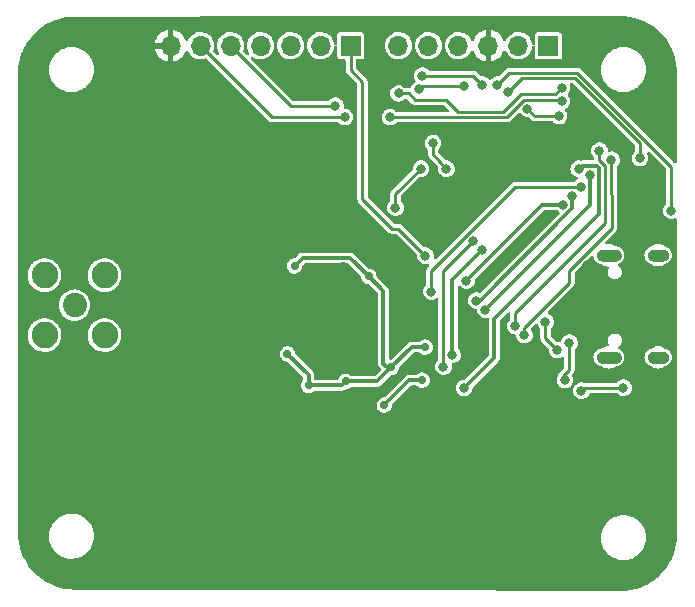
<source format=gbr>
%TF.GenerationSoftware,KiCad,Pcbnew,(6.0.6)*%
%TF.CreationDate,2024-06-26T22:32:41-07:00*%
%TF.ProjectId,rocketBeaconModule,726f636b-6574-4426-9561-636f6e4d6f64,rev?*%
%TF.SameCoordinates,Original*%
%TF.FileFunction,Copper,L2,Bot*%
%TF.FilePolarity,Positive*%
%FSLAX46Y46*%
G04 Gerber Fmt 4.6, Leading zero omitted, Abs format (unit mm)*
G04 Created by KiCad (PCBNEW (6.0.6)) date 2024-06-26 22:32:41*
%MOMM*%
%LPD*%
G01*
G04 APERTURE LIST*
%TA.AperFunction,EtchedComponent*%
%ADD10C,0.010000*%
%TD*%
%TA.AperFunction,ComponentPad*%
%ADD11C,2.050000*%
%TD*%
%TA.AperFunction,ComponentPad*%
%ADD12C,2.250000*%
%TD*%
%TA.AperFunction,ComponentPad*%
%ADD13R,1.700000X1.700000*%
%TD*%
%TA.AperFunction,ComponentPad*%
%ADD14O,1.700000X1.700000*%
%TD*%
%TA.AperFunction,ComponentPad*%
%ADD15C,0.900000*%
%TD*%
%TA.AperFunction,ViaPad*%
%ADD16C,0.800000*%
%TD*%
%TA.AperFunction,ViaPad*%
%ADD17C,0.700000*%
%TD*%
%TA.AperFunction,Conductor*%
%ADD18C,0.250000*%
%TD*%
%TA.AperFunction,Conductor*%
%ADD19C,0.300000*%
%TD*%
G04 APERTURE END LIST*
%TO.C,J1*%
G36*
X224888500Y-86384000D02*
G01*
X224911500Y-86385000D01*
X224934500Y-86389000D01*
X224958500Y-86393000D01*
X224980500Y-86398000D01*
X225003500Y-86405000D01*
X225025500Y-86413000D01*
X225047500Y-86422000D01*
X225068500Y-86432000D01*
X225089500Y-86443000D01*
X225129500Y-86469000D01*
X225147500Y-86483000D01*
X225165500Y-86499000D01*
X225182500Y-86515000D01*
X225198500Y-86532000D01*
X225214500Y-86550000D01*
X225228500Y-86568000D01*
X225254500Y-86608000D01*
X225265500Y-86629000D01*
X225275500Y-86650000D01*
X225284500Y-86672000D01*
X225292500Y-86694000D01*
X225299500Y-86717000D01*
X225304500Y-86739000D01*
X225308500Y-86763000D01*
X225312500Y-86786000D01*
X225313500Y-86809000D01*
X225314500Y-86833000D01*
X225313500Y-86857000D01*
X225312500Y-86880000D01*
X225308500Y-86903000D01*
X225304500Y-86927000D01*
X225299500Y-86949000D01*
X225292500Y-86972000D01*
X225284500Y-86994000D01*
X225275500Y-87016000D01*
X225265500Y-87037000D01*
X225254500Y-87058000D01*
X225228500Y-87098000D01*
X225214500Y-87116000D01*
X225198500Y-87134000D01*
X225182500Y-87151000D01*
X225165500Y-87167000D01*
X225147500Y-87183000D01*
X225129500Y-87197000D01*
X225089500Y-87223000D01*
X225068500Y-87234000D01*
X225047500Y-87244000D01*
X225025500Y-87253000D01*
X225003500Y-87261000D01*
X224980500Y-87268000D01*
X224958500Y-87273000D01*
X224934500Y-87277000D01*
X224911500Y-87281000D01*
X224888500Y-87282000D01*
X224864500Y-87283000D01*
X223764500Y-87283000D01*
X223740500Y-87282000D01*
X223717500Y-87281000D01*
X223694500Y-87277000D01*
X223670500Y-87273000D01*
X223648500Y-87268000D01*
X223625500Y-87261000D01*
X223603500Y-87253000D01*
X223581500Y-87244000D01*
X223560500Y-87234000D01*
X223539500Y-87223000D01*
X223499500Y-87197000D01*
X223481500Y-87183000D01*
X223463500Y-87167000D01*
X223446500Y-87151000D01*
X223430500Y-87134000D01*
X223414500Y-87116000D01*
X223400500Y-87098000D01*
X223374500Y-87058000D01*
X223363500Y-87037000D01*
X223353500Y-87016000D01*
X223344500Y-86994000D01*
X223336500Y-86972000D01*
X223329500Y-86949000D01*
X223324500Y-86927000D01*
X223320500Y-86903000D01*
X223316500Y-86880000D01*
X223315500Y-86857000D01*
X223314500Y-86833000D01*
X223315500Y-86809000D01*
X223316500Y-86786000D01*
X223320500Y-86763000D01*
X223324500Y-86739000D01*
X223329500Y-86717000D01*
X223336500Y-86694000D01*
X223344500Y-86672000D01*
X223353500Y-86650000D01*
X223363500Y-86629000D01*
X223374500Y-86608000D01*
X223400500Y-86568000D01*
X223414500Y-86550000D01*
X223430500Y-86532000D01*
X223446500Y-86515000D01*
X223463500Y-86499000D01*
X223481500Y-86483000D01*
X223499500Y-86469000D01*
X223539500Y-86443000D01*
X223560500Y-86432000D01*
X223581500Y-86422000D01*
X223603500Y-86413000D01*
X223625500Y-86405000D01*
X223648500Y-86398000D01*
X223670500Y-86393000D01*
X223694500Y-86389000D01*
X223717500Y-86385000D01*
X223740500Y-86384000D01*
X223764500Y-86383000D01*
X224864500Y-86383000D01*
X224888500Y-86384000D01*
G37*
D10*
X224888500Y-86384000D02*
X224911500Y-86385000D01*
X224934500Y-86389000D01*
X224958500Y-86393000D01*
X224980500Y-86398000D01*
X225003500Y-86405000D01*
X225025500Y-86413000D01*
X225047500Y-86422000D01*
X225068500Y-86432000D01*
X225089500Y-86443000D01*
X225129500Y-86469000D01*
X225147500Y-86483000D01*
X225165500Y-86499000D01*
X225182500Y-86515000D01*
X225198500Y-86532000D01*
X225214500Y-86550000D01*
X225228500Y-86568000D01*
X225254500Y-86608000D01*
X225265500Y-86629000D01*
X225275500Y-86650000D01*
X225284500Y-86672000D01*
X225292500Y-86694000D01*
X225299500Y-86717000D01*
X225304500Y-86739000D01*
X225308500Y-86763000D01*
X225312500Y-86786000D01*
X225313500Y-86809000D01*
X225314500Y-86833000D01*
X225313500Y-86857000D01*
X225312500Y-86880000D01*
X225308500Y-86903000D01*
X225304500Y-86927000D01*
X225299500Y-86949000D01*
X225292500Y-86972000D01*
X225284500Y-86994000D01*
X225275500Y-87016000D01*
X225265500Y-87037000D01*
X225254500Y-87058000D01*
X225228500Y-87098000D01*
X225214500Y-87116000D01*
X225198500Y-87134000D01*
X225182500Y-87151000D01*
X225165500Y-87167000D01*
X225147500Y-87183000D01*
X225129500Y-87197000D01*
X225089500Y-87223000D01*
X225068500Y-87234000D01*
X225047500Y-87244000D01*
X225025500Y-87253000D01*
X225003500Y-87261000D01*
X224980500Y-87268000D01*
X224958500Y-87273000D01*
X224934500Y-87277000D01*
X224911500Y-87281000D01*
X224888500Y-87282000D01*
X224864500Y-87283000D01*
X223764500Y-87283000D01*
X223740500Y-87282000D01*
X223717500Y-87281000D01*
X223694500Y-87277000D01*
X223670500Y-87273000D01*
X223648500Y-87268000D01*
X223625500Y-87261000D01*
X223603500Y-87253000D01*
X223581500Y-87244000D01*
X223560500Y-87234000D01*
X223539500Y-87223000D01*
X223499500Y-87197000D01*
X223481500Y-87183000D01*
X223463500Y-87167000D01*
X223446500Y-87151000D01*
X223430500Y-87134000D01*
X223414500Y-87116000D01*
X223400500Y-87098000D01*
X223374500Y-87058000D01*
X223363500Y-87037000D01*
X223353500Y-87016000D01*
X223344500Y-86994000D01*
X223336500Y-86972000D01*
X223329500Y-86949000D01*
X223324500Y-86927000D01*
X223320500Y-86903000D01*
X223316500Y-86880000D01*
X223315500Y-86857000D01*
X223314500Y-86833000D01*
X223315500Y-86809000D01*
X223316500Y-86786000D01*
X223320500Y-86763000D01*
X223324500Y-86739000D01*
X223329500Y-86717000D01*
X223336500Y-86694000D01*
X223344500Y-86672000D01*
X223353500Y-86650000D01*
X223363500Y-86629000D01*
X223374500Y-86608000D01*
X223400500Y-86568000D01*
X223414500Y-86550000D01*
X223430500Y-86532000D01*
X223446500Y-86515000D01*
X223463500Y-86499000D01*
X223481500Y-86483000D01*
X223499500Y-86469000D01*
X223539500Y-86443000D01*
X223560500Y-86432000D01*
X223581500Y-86422000D01*
X223603500Y-86413000D01*
X223625500Y-86405000D01*
X223648500Y-86398000D01*
X223670500Y-86393000D01*
X223694500Y-86389000D01*
X223717500Y-86385000D01*
X223740500Y-86384000D01*
X223764500Y-86383000D01*
X224864500Y-86383000D01*
X224888500Y-86384000D01*
G36*
X228908500Y-95034000D02*
G01*
X228931500Y-95035000D01*
X228954500Y-95039000D01*
X228978500Y-95043000D01*
X229000500Y-95048000D01*
X229023500Y-95055000D01*
X229045500Y-95063000D01*
X229067500Y-95072000D01*
X229088500Y-95082000D01*
X229109500Y-95093000D01*
X229149500Y-95119000D01*
X229167500Y-95133000D01*
X229185500Y-95149000D01*
X229202500Y-95165000D01*
X229218500Y-95182000D01*
X229234500Y-95200000D01*
X229248500Y-95218000D01*
X229274500Y-95258000D01*
X229285500Y-95279000D01*
X229295500Y-95300000D01*
X229304500Y-95322000D01*
X229312500Y-95344000D01*
X229319500Y-95367000D01*
X229324500Y-95389000D01*
X229328500Y-95413000D01*
X229332500Y-95436000D01*
X229333500Y-95459000D01*
X229334500Y-95483000D01*
X229333500Y-95507000D01*
X229332500Y-95530000D01*
X229328500Y-95553000D01*
X229324500Y-95577000D01*
X229319500Y-95599000D01*
X229312500Y-95622000D01*
X229304500Y-95644000D01*
X229295500Y-95666000D01*
X229285500Y-95687000D01*
X229274500Y-95708000D01*
X229248500Y-95748000D01*
X229234500Y-95766000D01*
X229218500Y-95784000D01*
X229202500Y-95801000D01*
X229185500Y-95817000D01*
X229167500Y-95833000D01*
X229149500Y-95847000D01*
X229109500Y-95873000D01*
X229088500Y-95884000D01*
X229067500Y-95894000D01*
X229045500Y-95903000D01*
X229023500Y-95911000D01*
X229000500Y-95918000D01*
X228978500Y-95923000D01*
X228954500Y-95927000D01*
X228931500Y-95931000D01*
X228908500Y-95932000D01*
X228884500Y-95933000D01*
X228084500Y-95933000D01*
X228060500Y-95932000D01*
X228037500Y-95931000D01*
X228014500Y-95927000D01*
X227990500Y-95923000D01*
X227968500Y-95918000D01*
X227945500Y-95911000D01*
X227923500Y-95903000D01*
X227901500Y-95894000D01*
X227880500Y-95884000D01*
X227859500Y-95873000D01*
X227819500Y-95847000D01*
X227801500Y-95833000D01*
X227783500Y-95817000D01*
X227766500Y-95801000D01*
X227750500Y-95784000D01*
X227734500Y-95766000D01*
X227720500Y-95748000D01*
X227694500Y-95708000D01*
X227683500Y-95687000D01*
X227673500Y-95666000D01*
X227664500Y-95644000D01*
X227656500Y-95622000D01*
X227649500Y-95599000D01*
X227644500Y-95577000D01*
X227640500Y-95553000D01*
X227636500Y-95530000D01*
X227635500Y-95507000D01*
X227634500Y-95483000D01*
X227635500Y-95459000D01*
X227636500Y-95436000D01*
X227640500Y-95413000D01*
X227644500Y-95389000D01*
X227649500Y-95367000D01*
X227656500Y-95344000D01*
X227664500Y-95322000D01*
X227673500Y-95300000D01*
X227683500Y-95279000D01*
X227694500Y-95258000D01*
X227720500Y-95218000D01*
X227734500Y-95200000D01*
X227750500Y-95182000D01*
X227766500Y-95165000D01*
X227783500Y-95149000D01*
X227801500Y-95133000D01*
X227819500Y-95119000D01*
X227859500Y-95093000D01*
X227880500Y-95082000D01*
X227901500Y-95072000D01*
X227923500Y-95063000D01*
X227945500Y-95055000D01*
X227968500Y-95048000D01*
X227990500Y-95043000D01*
X228014500Y-95039000D01*
X228037500Y-95035000D01*
X228060500Y-95034000D01*
X228084500Y-95033000D01*
X228884500Y-95033000D01*
X228908500Y-95034000D01*
G37*
X228908500Y-95034000D02*
X228931500Y-95035000D01*
X228954500Y-95039000D01*
X228978500Y-95043000D01*
X229000500Y-95048000D01*
X229023500Y-95055000D01*
X229045500Y-95063000D01*
X229067500Y-95072000D01*
X229088500Y-95082000D01*
X229109500Y-95093000D01*
X229149500Y-95119000D01*
X229167500Y-95133000D01*
X229185500Y-95149000D01*
X229202500Y-95165000D01*
X229218500Y-95182000D01*
X229234500Y-95200000D01*
X229248500Y-95218000D01*
X229274500Y-95258000D01*
X229285500Y-95279000D01*
X229295500Y-95300000D01*
X229304500Y-95322000D01*
X229312500Y-95344000D01*
X229319500Y-95367000D01*
X229324500Y-95389000D01*
X229328500Y-95413000D01*
X229332500Y-95436000D01*
X229333500Y-95459000D01*
X229334500Y-95483000D01*
X229333500Y-95507000D01*
X229332500Y-95530000D01*
X229328500Y-95553000D01*
X229324500Y-95577000D01*
X229319500Y-95599000D01*
X229312500Y-95622000D01*
X229304500Y-95644000D01*
X229295500Y-95666000D01*
X229285500Y-95687000D01*
X229274500Y-95708000D01*
X229248500Y-95748000D01*
X229234500Y-95766000D01*
X229218500Y-95784000D01*
X229202500Y-95801000D01*
X229185500Y-95817000D01*
X229167500Y-95833000D01*
X229149500Y-95847000D01*
X229109500Y-95873000D01*
X229088500Y-95884000D01*
X229067500Y-95894000D01*
X229045500Y-95903000D01*
X229023500Y-95911000D01*
X229000500Y-95918000D01*
X228978500Y-95923000D01*
X228954500Y-95927000D01*
X228931500Y-95931000D01*
X228908500Y-95932000D01*
X228884500Y-95933000D01*
X228084500Y-95933000D01*
X228060500Y-95932000D01*
X228037500Y-95931000D01*
X228014500Y-95927000D01*
X227990500Y-95923000D01*
X227968500Y-95918000D01*
X227945500Y-95911000D01*
X227923500Y-95903000D01*
X227901500Y-95894000D01*
X227880500Y-95884000D01*
X227859500Y-95873000D01*
X227819500Y-95847000D01*
X227801500Y-95833000D01*
X227783500Y-95817000D01*
X227766500Y-95801000D01*
X227750500Y-95784000D01*
X227734500Y-95766000D01*
X227720500Y-95748000D01*
X227694500Y-95708000D01*
X227683500Y-95687000D01*
X227673500Y-95666000D01*
X227664500Y-95644000D01*
X227656500Y-95622000D01*
X227649500Y-95599000D01*
X227644500Y-95577000D01*
X227640500Y-95553000D01*
X227636500Y-95530000D01*
X227635500Y-95507000D01*
X227634500Y-95483000D01*
X227635500Y-95459000D01*
X227636500Y-95436000D01*
X227640500Y-95413000D01*
X227644500Y-95389000D01*
X227649500Y-95367000D01*
X227656500Y-95344000D01*
X227664500Y-95322000D01*
X227673500Y-95300000D01*
X227683500Y-95279000D01*
X227694500Y-95258000D01*
X227720500Y-95218000D01*
X227734500Y-95200000D01*
X227750500Y-95182000D01*
X227766500Y-95165000D01*
X227783500Y-95149000D01*
X227801500Y-95133000D01*
X227819500Y-95119000D01*
X227859500Y-95093000D01*
X227880500Y-95082000D01*
X227901500Y-95072000D01*
X227923500Y-95063000D01*
X227945500Y-95055000D01*
X227968500Y-95048000D01*
X227990500Y-95043000D01*
X228014500Y-95039000D01*
X228037500Y-95035000D01*
X228060500Y-95034000D01*
X228084500Y-95033000D01*
X228884500Y-95033000D01*
X228908500Y-95034000D01*
G36*
X228908500Y-86384000D02*
G01*
X228931500Y-86385000D01*
X228954500Y-86389000D01*
X228978500Y-86393000D01*
X229000500Y-86398000D01*
X229023500Y-86405000D01*
X229045500Y-86413000D01*
X229067500Y-86422000D01*
X229088500Y-86432000D01*
X229109500Y-86443000D01*
X229149500Y-86469000D01*
X229167500Y-86483000D01*
X229185500Y-86499000D01*
X229202500Y-86515000D01*
X229218500Y-86532000D01*
X229234500Y-86550000D01*
X229248500Y-86568000D01*
X229274500Y-86608000D01*
X229285500Y-86629000D01*
X229295500Y-86650000D01*
X229304500Y-86672000D01*
X229312500Y-86694000D01*
X229319500Y-86717000D01*
X229324500Y-86739000D01*
X229328500Y-86763000D01*
X229332500Y-86786000D01*
X229333500Y-86809000D01*
X229334500Y-86833000D01*
X229333500Y-86857000D01*
X229332500Y-86880000D01*
X229328500Y-86903000D01*
X229324500Y-86927000D01*
X229319500Y-86949000D01*
X229312500Y-86972000D01*
X229304500Y-86994000D01*
X229295500Y-87016000D01*
X229285500Y-87037000D01*
X229274500Y-87058000D01*
X229248500Y-87098000D01*
X229234500Y-87116000D01*
X229218500Y-87134000D01*
X229202500Y-87151000D01*
X229185500Y-87167000D01*
X229167500Y-87183000D01*
X229149500Y-87197000D01*
X229109500Y-87223000D01*
X229088500Y-87234000D01*
X229067500Y-87244000D01*
X229045500Y-87253000D01*
X229023500Y-87261000D01*
X229000500Y-87268000D01*
X228978500Y-87273000D01*
X228954500Y-87277000D01*
X228931500Y-87281000D01*
X228908500Y-87282000D01*
X228884500Y-87283000D01*
X228084500Y-87283000D01*
X228060500Y-87282000D01*
X228037500Y-87281000D01*
X228014500Y-87277000D01*
X227990500Y-87273000D01*
X227968500Y-87268000D01*
X227945500Y-87261000D01*
X227923500Y-87253000D01*
X227901500Y-87244000D01*
X227880500Y-87234000D01*
X227859500Y-87223000D01*
X227819500Y-87197000D01*
X227801500Y-87183000D01*
X227783500Y-87167000D01*
X227766500Y-87151000D01*
X227750500Y-87134000D01*
X227734500Y-87116000D01*
X227720500Y-87098000D01*
X227694500Y-87058000D01*
X227683500Y-87037000D01*
X227673500Y-87016000D01*
X227664500Y-86994000D01*
X227656500Y-86972000D01*
X227649500Y-86949000D01*
X227644500Y-86927000D01*
X227640500Y-86903000D01*
X227636500Y-86880000D01*
X227635500Y-86857000D01*
X227634500Y-86833000D01*
X227635500Y-86809000D01*
X227636500Y-86786000D01*
X227640500Y-86763000D01*
X227644500Y-86739000D01*
X227649500Y-86717000D01*
X227656500Y-86694000D01*
X227664500Y-86672000D01*
X227673500Y-86650000D01*
X227683500Y-86629000D01*
X227694500Y-86608000D01*
X227720500Y-86568000D01*
X227734500Y-86550000D01*
X227750500Y-86532000D01*
X227766500Y-86515000D01*
X227783500Y-86499000D01*
X227801500Y-86483000D01*
X227819500Y-86469000D01*
X227859500Y-86443000D01*
X227880500Y-86432000D01*
X227901500Y-86422000D01*
X227923500Y-86413000D01*
X227945500Y-86405000D01*
X227968500Y-86398000D01*
X227990500Y-86393000D01*
X228014500Y-86389000D01*
X228037500Y-86385000D01*
X228060500Y-86384000D01*
X228084500Y-86383000D01*
X228884500Y-86383000D01*
X228908500Y-86384000D01*
G37*
X228908500Y-86384000D02*
X228931500Y-86385000D01*
X228954500Y-86389000D01*
X228978500Y-86393000D01*
X229000500Y-86398000D01*
X229023500Y-86405000D01*
X229045500Y-86413000D01*
X229067500Y-86422000D01*
X229088500Y-86432000D01*
X229109500Y-86443000D01*
X229149500Y-86469000D01*
X229167500Y-86483000D01*
X229185500Y-86499000D01*
X229202500Y-86515000D01*
X229218500Y-86532000D01*
X229234500Y-86550000D01*
X229248500Y-86568000D01*
X229274500Y-86608000D01*
X229285500Y-86629000D01*
X229295500Y-86650000D01*
X229304500Y-86672000D01*
X229312500Y-86694000D01*
X229319500Y-86717000D01*
X229324500Y-86739000D01*
X229328500Y-86763000D01*
X229332500Y-86786000D01*
X229333500Y-86809000D01*
X229334500Y-86833000D01*
X229333500Y-86857000D01*
X229332500Y-86880000D01*
X229328500Y-86903000D01*
X229324500Y-86927000D01*
X229319500Y-86949000D01*
X229312500Y-86972000D01*
X229304500Y-86994000D01*
X229295500Y-87016000D01*
X229285500Y-87037000D01*
X229274500Y-87058000D01*
X229248500Y-87098000D01*
X229234500Y-87116000D01*
X229218500Y-87134000D01*
X229202500Y-87151000D01*
X229185500Y-87167000D01*
X229167500Y-87183000D01*
X229149500Y-87197000D01*
X229109500Y-87223000D01*
X229088500Y-87234000D01*
X229067500Y-87244000D01*
X229045500Y-87253000D01*
X229023500Y-87261000D01*
X229000500Y-87268000D01*
X228978500Y-87273000D01*
X228954500Y-87277000D01*
X228931500Y-87281000D01*
X228908500Y-87282000D01*
X228884500Y-87283000D01*
X228084500Y-87283000D01*
X228060500Y-87282000D01*
X228037500Y-87281000D01*
X228014500Y-87277000D01*
X227990500Y-87273000D01*
X227968500Y-87268000D01*
X227945500Y-87261000D01*
X227923500Y-87253000D01*
X227901500Y-87244000D01*
X227880500Y-87234000D01*
X227859500Y-87223000D01*
X227819500Y-87197000D01*
X227801500Y-87183000D01*
X227783500Y-87167000D01*
X227766500Y-87151000D01*
X227750500Y-87134000D01*
X227734500Y-87116000D01*
X227720500Y-87098000D01*
X227694500Y-87058000D01*
X227683500Y-87037000D01*
X227673500Y-87016000D01*
X227664500Y-86994000D01*
X227656500Y-86972000D01*
X227649500Y-86949000D01*
X227644500Y-86927000D01*
X227640500Y-86903000D01*
X227636500Y-86880000D01*
X227635500Y-86857000D01*
X227634500Y-86833000D01*
X227635500Y-86809000D01*
X227636500Y-86786000D01*
X227640500Y-86763000D01*
X227644500Y-86739000D01*
X227649500Y-86717000D01*
X227656500Y-86694000D01*
X227664500Y-86672000D01*
X227673500Y-86650000D01*
X227683500Y-86629000D01*
X227694500Y-86608000D01*
X227720500Y-86568000D01*
X227734500Y-86550000D01*
X227750500Y-86532000D01*
X227766500Y-86515000D01*
X227783500Y-86499000D01*
X227801500Y-86483000D01*
X227819500Y-86469000D01*
X227859500Y-86443000D01*
X227880500Y-86432000D01*
X227901500Y-86422000D01*
X227923500Y-86413000D01*
X227945500Y-86405000D01*
X227968500Y-86398000D01*
X227990500Y-86393000D01*
X228014500Y-86389000D01*
X228037500Y-86385000D01*
X228060500Y-86384000D01*
X228084500Y-86383000D01*
X228884500Y-86383000D01*
X228908500Y-86384000D01*
G36*
X224888500Y-95034000D02*
G01*
X224911500Y-95035000D01*
X224934500Y-95039000D01*
X224958500Y-95043000D01*
X224980500Y-95048000D01*
X225003500Y-95055000D01*
X225025500Y-95063000D01*
X225047500Y-95072000D01*
X225068500Y-95082000D01*
X225089500Y-95093000D01*
X225129500Y-95119000D01*
X225147500Y-95133000D01*
X225165500Y-95149000D01*
X225182500Y-95165000D01*
X225198500Y-95182000D01*
X225214500Y-95200000D01*
X225228500Y-95218000D01*
X225254500Y-95258000D01*
X225265500Y-95279000D01*
X225275500Y-95300000D01*
X225284500Y-95322000D01*
X225292500Y-95344000D01*
X225299500Y-95367000D01*
X225304500Y-95389000D01*
X225308500Y-95413000D01*
X225312500Y-95436000D01*
X225313500Y-95459000D01*
X225314500Y-95483000D01*
X225313500Y-95507000D01*
X225312500Y-95530000D01*
X225308500Y-95553000D01*
X225304500Y-95577000D01*
X225299500Y-95599000D01*
X225292500Y-95622000D01*
X225284500Y-95644000D01*
X225275500Y-95666000D01*
X225265500Y-95687000D01*
X225254500Y-95708000D01*
X225228500Y-95748000D01*
X225214500Y-95766000D01*
X225198500Y-95784000D01*
X225182500Y-95801000D01*
X225165500Y-95817000D01*
X225147500Y-95833000D01*
X225129500Y-95847000D01*
X225089500Y-95873000D01*
X225068500Y-95884000D01*
X225047500Y-95894000D01*
X225025500Y-95903000D01*
X225003500Y-95911000D01*
X224980500Y-95918000D01*
X224958500Y-95923000D01*
X224934500Y-95927000D01*
X224911500Y-95931000D01*
X224888500Y-95932000D01*
X224864500Y-95933000D01*
X223764500Y-95933000D01*
X223740500Y-95932000D01*
X223717500Y-95931000D01*
X223694500Y-95927000D01*
X223670500Y-95923000D01*
X223648500Y-95918000D01*
X223625500Y-95911000D01*
X223603500Y-95903000D01*
X223581500Y-95894000D01*
X223560500Y-95884000D01*
X223539500Y-95873000D01*
X223499500Y-95847000D01*
X223481500Y-95833000D01*
X223463500Y-95817000D01*
X223446500Y-95801000D01*
X223430500Y-95784000D01*
X223414500Y-95766000D01*
X223400500Y-95748000D01*
X223374500Y-95708000D01*
X223363500Y-95687000D01*
X223353500Y-95666000D01*
X223344500Y-95644000D01*
X223336500Y-95622000D01*
X223329500Y-95599000D01*
X223324500Y-95577000D01*
X223320500Y-95553000D01*
X223316500Y-95530000D01*
X223315500Y-95507000D01*
X223314500Y-95483000D01*
X223315500Y-95459000D01*
X223316500Y-95436000D01*
X223320500Y-95413000D01*
X223324500Y-95389000D01*
X223329500Y-95367000D01*
X223336500Y-95344000D01*
X223344500Y-95322000D01*
X223353500Y-95300000D01*
X223363500Y-95279000D01*
X223374500Y-95258000D01*
X223400500Y-95218000D01*
X223414500Y-95200000D01*
X223430500Y-95182000D01*
X223446500Y-95165000D01*
X223463500Y-95149000D01*
X223481500Y-95133000D01*
X223499500Y-95119000D01*
X223539500Y-95093000D01*
X223560500Y-95082000D01*
X223581500Y-95072000D01*
X223603500Y-95063000D01*
X223625500Y-95055000D01*
X223648500Y-95048000D01*
X223670500Y-95043000D01*
X223694500Y-95039000D01*
X223717500Y-95035000D01*
X223740500Y-95034000D01*
X223764500Y-95033000D01*
X224864500Y-95033000D01*
X224888500Y-95034000D01*
G37*
X224888500Y-95034000D02*
X224911500Y-95035000D01*
X224934500Y-95039000D01*
X224958500Y-95043000D01*
X224980500Y-95048000D01*
X225003500Y-95055000D01*
X225025500Y-95063000D01*
X225047500Y-95072000D01*
X225068500Y-95082000D01*
X225089500Y-95093000D01*
X225129500Y-95119000D01*
X225147500Y-95133000D01*
X225165500Y-95149000D01*
X225182500Y-95165000D01*
X225198500Y-95182000D01*
X225214500Y-95200000D01*
X225228500Y-95218000D01*
X225254500Y-95258000D01*
X225265500Y-95279000D01*
X225275500Y-95300000D01*
X225284500Y-95322000D01*
X225292500Y-95344000D01*
X225299500Y-95367000D01*
X225304500Y-95389000D01*
X225308500Y-95413000D01*
X225312500Y-95436000D01*
X225313500Y-95459000D01*
X225314500Y-95483000D01*
X225313500Y-95507000D01*
X225312500Y-95530000D01*
X225308500Y-95553000D01*
X225304500Y-95577000D01*
X225299500Y-95599000D01*
X225292500Y-95622000D01*
X225284500Y-95644000D01*
X225275500Y-95666000D01*
X225265500Y-95687000D01*
X225254500Y-95708000D01*
X225228500Y-95748000D01*
X225214500Y-95766000D01*
X225198500Y-95784000D01*
X225182500Y-95801000D01*
X225165500Y-95817000D01*
X225147500Y-95833000D01*
X225129500Y-95847000D01*
X225089500Y-95873000D01*
X225068500Y-95884000D01*
X225047500Y-95894000D01*
X225025500Y-95903000D01*
X225003500Y-95911000D01*
X224980500Y-95918000D01*
X224958500Y-95923000D01*
X224934500Y-95927000D01*
X224911500Y-95931000D01*
X224888500Y-95932000D01*
X224864500Y-95933000D01*
X223764500Y-95933000D01*
X223740500Y-95932000D01*
X223717500Y-95931000D01*
X223694500Y-95927000D01*
X223670500Y-95923000D01*
X223648500Y-95918000D01*
X223625500Y-95911000D01*
X223603500Y-95903000D01*
X223581500Y-95894000D01*
X223560500Y-95884000D01*
X223539500Y-95873000D01*
X223499500Y-95847000D01*
X223481500Y-95833000D01*
X223463500Y-95817000D01*
X223446500Y-95801000D01*
X223430500Y-95784000D01*
X223414500Y-95766000D01*
X223400500Y-95748000D01*
X223374500Y-95708000D01*
X223363500Y-95687000D01*
X223353500Y-95666000D01*
X223344500Y-95644000D01*
X223336500Y-95622000D01*
X223329500Y-95599000D01*
X223324500Y-95577000D01*
X223320500Y-95553000D01*
X223316500Y-95530000D01*
X223315500Y-95507000D01*
X223314500Y-95483000D01*
X223315500Y-95459000D01*
X223316500Y-95436000D01*
X223320500Y-95413000D01*
X223324500Y-95389000D01*
X223329500Y-95367000D01*
X223336500Y-95344000D01*
X223344500Y-95322000D01*
X223353500Y-95300000D01*
X223363500Y-95279000D01*
X223374500Y-95258000D01*
X223400500Y-95218000D01*
X223414500Y-95200000D01*
X223430500Y-95182000D01*
X223446500Y-95165000D01*
X223463500Y-95149000D01*
X223481500Y-95133000D01*
X223499500Y-95119000D01*
X223539500Y-95093000D01*
X223560500Y-95082000D01*
X223581500Y-95072000D01*
X223603500Y-95063000D01*
X223625500Y-95055000D01*
X223648500Y-95048000D01*
X223670500Y-95043000D01*
X223694500Y-95039000D01*
X223717500Y-95035000D01*
X223740500Y-95034000D01*
X223764500Y-95033000D01*
X224864500Y-95033000D01*
X224888500Y-95034000D01*
%TD*%
D11*
%TO.P,P1,1,Pin_1*%
%TO.N,Net-(L8-Pad2)*%
X179072000Y-91059000D03*
D12*
%TO.P,P1,2*%
%TO.N,N/C*%
X176532000Y-93599000D03*
X176532000Y-88519000D03*
X181612000Y-88519000D03*
X181612000Y-93599000D03*
%TD*%
D13*
%TO.P,EX1,1,Pin_1*%
%TO.N,VBUS*%
X202443000Y-69088000D03*
D14*
%TO.P,EX1,2,Pin_2*%
%TO.N,+3.3V*%
X199903000Y-69088000D03*
%TO.P,EX1,3,Pin_3*%
%TO.N,/S1*%
X197363000Y-69088000D03*
%TO.P,EX1,4,Pin_4*%
%TO.N,/S2*%
X194823000Y-69088000D03*
%TO.P,EX1,5,Pin_5*%
%TO.N,/TX*%
X192283000Y-69088000D03*
%TO.P,EX1,6,Pin_6*%
%TO.N,/RX*%
X189743000Y-69088000D03*
%TO.P,EX1,7,Pin_7*%
%TO.N,GND*%
X187203000Y-69088000D03*
%TD*%
D13*
%TO.P,SWD1,1,Pin_1*%
%TO.N,+3.3V*%
X219202000Y-69088000D03*
D14*
%TO.P,SWD1,2,Pin_2*%
%TO.N,/SWCLK*%
X216662000Y-69088000D03*
%TO.P,SWD1,3,Pin_3*%
%TO.N,GND*%
X214122000Y-69088000D03*
%TO.P,SWD1,4,Pin_4*%
%TO.N,/SWDIO*%
X211582000Y-69088000D03*
%TO.P,SWD1,5,Pin_5*%
%TO.N,/NRST*%
X209042000Y-69088000D03*
%TO.P,SWD1,6,Pin_6*%
%TO.N,unconnected-(SWD1-Pad6)*%
X206502000Y-69088000D03*
%TD*%
D15*
%TO.P,J1,S1,SHIELD*%
%TO.N,GND*%
X224314500Y-95483000D03*
%TO.P,J1,S2,SHIELD*%
X224314500Y-86833000D03*
%TO.P,J1,S3,SHIELD*%
X228484500Y-95483000D03*
%TO.P,J1,S4,SHIELD*%
X228484500Y-86833000D03*
%TD*%
D16*
%TO.N,GND*%
X188341000Y-92837000D03*
X187706000Y-87757000D03*
X187579000Y-88900000D03*
X190246000Y-88773000D03*
X191516000Y-88646000D03*
X192405000Y-88011000D03*
X193421000Y-88011000D03*
X194437000Y-88392000D03*
X194945000Y-89408000D03*
X195834000Y-90043000D03*
X196596000Y-90805000D03*
X183261000Y-94488000D03*
X183515000Y-93472000D03*
X183388000Y-92329000D03*
X184404000Y-92075000D03*
X185420000Y-92075000D03*
X186436000Y-92075000D03*
X187452000Y-92075000D03*
X183261000Y-87503000D03*
X183515000Y-88519000D03*
X183388000Y-89662000D03*
X184404000Y-89916000D03*
X185420000Y-89916000D03*
X186436000Y-89916000D03*
X187452000Y-89916000D03*
%TO.N,/S1*%
X208534000Y-71628000D03*
%TO.N,/NRST*%
X210566000Y-79502000D03*
X209423000Y-77343000D03*
D17*
%TO.N,GND*%
X209072000Y-93009000D03*
X200097000Y-100084000D03*
D16*
X222504000Y-87630000D03*
X216789000Y-86106000D03*
X221232000Y-91442000D03*
X223266000Y-100076000D03*
X217678000Y-99060000D03*
X209832000Y-75974000D03*
X184658000Y-68707000D03*
X208661000Y-81026000D03*
D17*
X203722000Y-93059000D03*
D16*
X190754000Y-94742000D03*
D17*
X189572000Y-87709000D03*
X201822000Y-87759000D03*
D16*
X226314000Y-85598000D03*
D17*
X202572000Y-93084000D03*
X201372000Y-95384000D03*
D16*
X225552000Y-80772000D03*
D17*
X203722000Y-95384000D03*
X202572000Y-95409000D03*
X196522000Y-97609000D03*
D16*
X214884000Y-70612000D03*
X223520000Y-96774000D03*
D17*
X201422000Y-93059000D03*
X202272000Y-100109000D03*
D16*
X211074000Y-83566000D03*
X229108000Y-98044000D03*
D17*
X207822000Y-98184000D03*
X197697000Y-85409000D03*
X203697000Y-94259000D03*
X202572000Y-94259000D03*
X201422000Y-94234000D03*
D16*
%TO.N,+3.3V*%
X218948000Y-92456000D03*
D17*
X208761161Y-94619011D03*
X198897000Y-97859000D03*
X197097000Y-95184000D03*
X205909500Y-96321500D03*
D16*
X221996000Y-98298000D03*
X225552000Y-98044000D03*
D17*
X202021053Y-97516123D03*
X203997000Y-88634000D03*
D16*
X219964000Y-94869000D03*
D17*
X197699500Y-87736500D03*
D16*
%TO.N,VBUS*%
X220599000Y-97409000D03*
X220980000Y-94234000D03*
X208788000Y-86868000D03*
D17*
%TO.N,Net-(C36-Pad1)*%
X208497000Y-97409000D03*
X205304122Y-99516122D03*
D16*
%TO.N,/SWDIO*%
X220100305Y-75057000D03*
X217424000Y-74422000D03*
%TO.N,/LED1*%
X229616000Y-83058000D03*
X214884000Y-72390000D03*
%TO.N,/OSC_OUT*%
X208407000Y-79502000D03*
X206248000Y-82804000D03*
%TO.N,/LED2*%
X226949000Y-78613000D03*
X215773000Y-73025000D03*
%TO.N,SPI_MOSI*%
X222758000Y-80010000D03*
X213868000Y-91440000D03*
%TO.N,SPI2_SCK*%
X213106000Y-90678000D03*
X221234000Y-81788000D03*
%TO.N,SPI2_MISO*%
X221996000Y-81026000D03*
X209296000Y-89916000D03*
%TO.N,RADIO_RESET*%
X221763202Y-79510369D03*
X212075000Y-98059000D03*
%TO.N,RADIO_MARC_INT*%
X212852000Y-85598000D03*
X210312000Y-96266000D03*
%TO.N,RADIO_INT*%
X211074000Y-95250000D03*
X213614000Y-86360000D03*
%TO.N,RADIO_CS*%
X212260000Y-88984000D03*
X220472000Y-82550000D03*
%TO.N,/S1*%
X213614000Y-72390000D03*
%TO.N,/S2*%
X212090000Y-72517000D03*
X208280000Y-72771000D03*
%TO.N,/TX*%
X217170000Y-93599000D03*
X224536000Y-78740000D03*
X220345000Y-72644000D03*
X201168000Y-74168000D03*
X206506692Y-73135652D03*
%TO.N,/RX*%
X205777000Y-75147000D03*
X201967000Y-75147000D03*
X216408000Y-92837000D03*
X223520000Y-77978000D03*
X220345000Y-73787000D03*
%TD*%
D18*
%TO.N,/NRST*%
X209423000Y-78232000D02*
X209423000Y-77343000D01*
X210566000Y-79502000D02*
X209423000Y-78232000D01*
D19*
%TO.N,+3.3V*%
X207611989Y-94619011D02*
X205909500Y-96321500D01*
X198377000Y-87059000D02*
X202422000Y-87059000D01*
X197097000Y-95184000D02*
X198897000Y-96984000D01*
X205232000Y-96012000D02*
X205541500Y-96321500D01*
X197699500Y-87736500D02*
X198377000Y-87059000D01*
X205541500Y-96321500D02*
X205909500Y-96321500D01*
X208761161Y-94619011D02*
X207611989Y-94619011D01*
X203975950Y-88655050D02*
X203997000Y-88634000D01*
X201678176Y-97859000D02*
X202021053Y-97516123D01*
D18*
X218948000Y-93853000D02*
X218948000Y-92456000D01*
D19*
X202021053Y-97516123D02*
X204714877Y-97516123D01*
X198897000Y-96984000D02*
X198897000Y-97859000D01*
X205232000Y-89869000D02*
X205232000Y-96012000D01*
X202422000Y-87059000D02*
X203997000Y-88634000D01*
X204714877Y-97516123D02*
X205909500Y-96321500D01*
D18*
X219964000Y-94869000D02*
X218948000Y-93853000D01*
D19*
X203997000Y-88634000D02*
X205232000Y-89869000D01*
X198897000Y-97859000D02*
X201678176Y-97859000D01*
D18*
X225552000Y-98044000D02*
X222250000Y-98044000D01*
X222250000Y-98044000D02*
X221996000Y-98298000D01*
%TO.N,VBUS*%
X203454000Y-82042000D02*
X203454000Y-72136000D01*
X208788000Y-86868000D02*
X206502000Y-84582000D01*
X206502000Y-84582000D02*
X205994000Y-84582000D01*
X220980000Y-96520000D02*
X220472000Y-97028000D01*
X202443000Y-71125000D02*
X202443000Y-69088000D01*
X203454000Y-72136000D02*
X202443000Y-71125000D01*
X205994000Y-84582000D02*
X203454000Y-82042000D01*
X220980000Y-94234000D02*
X220980000Y-96520000D01*
D19*
%TO.N,Net-(C36-Pad1)*%
X207411244Y-97409000D02*
X205304122Y-99516122D01*
X208497000Y-97409000D02*
X207411244Y-97409000D01*
D18*
%TO.N,/SWDIO*%
X220100305Y-75057000D02*
X218059000Y-75057000D01*
X218059000Y-75057000D02*
X217424000Y-74422000D01*
%TO.N,/LED1*%
X215900000Y-71374000D02*
X221615000Y-71374000D01*
X221615000Y-71374000D02*
X229616000Y-79375000D01*
X214884000Y-72390000D02*
X215900000Y-71374000D01*
X229616000Y-79375000D02*
X229616000Y-83058000D01*
%TO.N,/OSC_OUT*%
X206248000Y-81661000D02*
X208407000Y-79502000D01*
X206248000Y-82804000D02*
X206248000Y-81661000D01*
%TO.N,/LED2*%
X226949000Y-77344396D02*
X221428604Y-71824000D01*
X216974000Y-71824000D02*
X215773000Y-73025000D01*
X226949000Y-78613000D02*
X226949000Y-77344396D01*
X221428604Y-71824000D02*
X216974000Y-71824000D01*
D19*
%TO.N,SPI_MOSI*%
X222758000Y-82550000D02*
X222758000Y-80010000D01*
X213868000Y-91440000D02*
X222758000Y-82550000D01*
%TO.N,SPI2_SCK*%
X221234000Y-82848661D02*
X221234000Y-81788000D01*
X213404661Y-90678000D02*
X221234000Y-82848661D01*
X213106000Y-90678000D02*
X213404661Y-90678000D01*
D18*
%TO.N,SPI2_MISO*%
X221996000Y-81026000D02*
X216398695Y-81026000D01*
X216398695Y-81026000D02*
X209296000Y-88128695D01*
X209296000Y-88128695D02*
X209296000Y-89916000D01*
D19*
%TO.N,RADIO_RESET*%
X223278000Y-79260000D02*
X222013571Y-79260000D01*
X223508000Y-83324000D02*
X223508000Y-79490000D01*
X222013571Y-79260000D02*
X221763202Y-79510369D01*
X214630000Y-92202000D02*
X223508000Y-83324000D01*
X212075000Y-98059000D02*
X214630000Y-95504000D01*
X214630000Y-95504000D02*
X214630000Y-92202000D01*
X223508000Y-79490000D02*
X223278000Y-79260000D01*
D18*
%TO.N,RADIO_MARC_INT*%
X210312000Y-88138000D02*
X210312000Y-96266000D01*
X212852000Y-85598000D02*
X210312000Y-88138000D01*
D19*
%TO.N,RADIO_INT*%
X211074000Y-88900000D02*
X213614000Y-86360000D01*
X211074000Y-95250000D02*
X211074000Y-88900000D01*
%TO.N,RADIO_CS*%
X218694000Y-82550000D02*
X220472000Y-82550000D01*
X212260000Y-88984000D02*
X218694000Y-82550000D01*
D18*
%TO.N,/S1*%
X213614000Y-72390000D02*
X212852000Y-71628000D01*
X212852000Y-71628000D02*
X208534000Y-71628000D01*
%TO.N,/S2*%
X208534000Y-72517000D02*
X208280000Y-72771000D01*
X212090000Y-72517000D02*
X208534000Y-72517000D01*
%TO.N,/TX*%
X210529000Y-73697000D02*
X207936000Y-73697000D01*
X211529000Y-74697000D02*
X210529000Y-73697000D01*
X216858000Y-73210000D02*
X215371000Y-74697000D01*
X207936000Y-73697000D02*
X207374652Y-73135652D01*
X224573000Y-84535695D02*
X220980000Y-88128695D01*
X219779000Y-73210000D02*
X216858000Y-73210000D01*
X224536000Y-78740000D02*
X224573000Y-84535695D01*
X207374652Y-73135652D02*
X206506692Y-73135652D01*
X220980000Y-88128695D02*
X220980000Y-89154000D01*
X215371000Y-74697000D02*
X211529000Y-74697000D01*
X220345000Y-72644000D02*
X219779000Y-73210000D01*
X220980000Y-89154000D02*
X217170000Y-92964000D01*
X197363000Y-74168000D02*
X192283000Y-69088000D01*
X201168000Y-74168000D02*
X197363000Y-74168000D01*
X217170000Y-92964000D02*
X217170000Y-93599000D01*
%TO.N,/RX*%
X224028000Y-79257305D02*
X223520000Y-78749305D01*
X201967000Y-75147000D02*
X195802000Y-75147000D01*
X217160695Y-73660000D02*
X215673695Y-75147000D01*
X216408000Y-92837000D02*
X216408000Y-91694000D01*
X220218000Y-73660000D02*
X217160695Y-73660000D01*
X218757500Y-89344500D02*
X224028000Y-84074000D01*
X195802000Y-75147000D02*
X189743000Y-69088000D01*
X215673695Y-75147000D02*
X205777000Y-75147000D01*
X220345000Y-73787000D02*
X220218000Y-73660000D01*
X223520000Y-78749305D02*
X223520000Y-77978000D01*
X224028000Y-84074000D02*
X224028000Y-79257305D01*
X216408000Y-91694000D02*
X218757500Y-89344500D01*
%TD*%
%TA.AperFunction,Conductor*%
%TO.N,GND*%
G36*
X225282558Y-66596413D02*
G01*
X225287315Y-66597252D01*
X225287316Y-66597252D01*
X225298000Y-66599136D01*
X225308684Y-66597252D01*
X225313730Y-66597252D01*
X225332638Y-66596012D01*
X225681694Y-66611252D01*
X225709155Y-66612451D01*
X225719932Y-66613394D01*
X226122584Y-66666404D01*
X226133223Y-66668280D01*
X226529756Y-66756190D01*
X226540184Y-66758984D01*
X226927530Y-66881114D01*
X226937676Y-66884807D01*
X227312912Y-67040234D01*
X227322703Y-67044800D01*
X227682954Y-67232335D01*
X227692311Y-67237738D01*
X228034841Y-67455954D01*
X228043703Y-67462158D01*
X228365910Y-67709397D01*
X228374196Y-67716350D01*
X228673625Y-67990725D01*
X228681275Y-67998375D01*
X228955650Y-68297804D01*
X228962603Y-68306090D01*
X229209842Y-68628297D01*
X229216046Y-68637159D01*
X229434262Y-68979689D01*
X229439665Y-68989046D01*
X229627197Y-69349291D01*
X229631766Y-69359088D01*
X229768868Y-69690080D01*
X229787190Y-69734314D01*
X229790886Y-69744470D01*
X229908917Y-70118815D01*
X229913013Y-70131806D01*
X229915810Y-70142244D01*
X230003719Y-70538770D01*
X230005596Y-70549416D01*
X230039465Y-70806680D01*
X230058606Y-70952069D01*
X230059549Y-70962845D01*
X230075513Y-71328473D01*
X230075988Y-71339359D01*
X230074748Y-71358270D01*
X230074748Y-71363316D01*
X230072864Y-71374000D01*
X230074748Y-71384683D01*
X230075616Y-71389606D01*
X230077500Y-71411139D01*
X230077500Y-78935390D01*
X230057815Y-79002429D01*
X230005011Y-79048184D01*
X229935853Y-79058128D01*
X229872297Y-79029103D01*
X229865819Y-79023071D01*
X222005981Y-71163233D01*
X223646906Y-71163233D01*
X223647333Y-71167708D01*
X223647333Y-71167709D01*
X223671516Y-71421166D01*
X223673102Y-71437792D01*
X223674170Y-71442156D01*
X223735438Y-71692538D01*
X223738657Y-71705694D01*
X223740340Y-71709850D01*
X223740342Y-71709855D01*
X223839460Y-71954563D01*
X223842199Y-71961326D01*
X223981558Y-72199335D01*
X224153816Y-72414732D01*
X224355364Y-72603008D01*
X224453354Y-72670986D01*
X224578281Y-72757651D01*
X224578285Y-72757653D01*
X224581979Y-72760216D01*
X224586004Y-72762218D01*
X224586005Y-72762219D01*
X224824887Y-72881062D01*
X224824892Y-72881064D01*
X224828914Y-72883065D01*
X225021398Y-72946164D01*
X225080047Y-72965390D01*
X225090998Y-72968980D01*
X225171949Y-72983035D01*
X225359004Y-73015514D01*
X225359009Y-73015515D01*
X225362738Y-73016162D01*
X225400373Y-73018036D01*
X225448340Y-73020424D01*
X225448359Y-73020424D01*
X225449876Y-73020500D01*
X225622070Y-73020500D01*
X225827083Y-73005625D01*
X225831464Y-73004658D01*
X225831469Y-73004657D01*
X225949747Y-72978543D01*
X226096403Y-72946164D01*
X226100594Y-72944576D01*
X226100598Y-72944575D01*
X226290871Y-72872487D01*
X226354319Y-72848449D01*
X226595428Y-72714525D01*
X226687838Y-72644000D01*
X226811112Y-72549920D01*
X226811116Y-72549916D01*
X226814678Y-72547198D01*
X227007477Y-72349974D01*
X227024269Y-72326905D01*
X227119941Y-72195465D01*
X227169787Y-72126984D01*
X227171872Y-72123021D01*
X227171877Y-72123013D01*
X227267943Y-71940419D01*
X227298206Y-71882899D01*
X227300685Y-71875881D01*
X227366368Y-71689880D01*
X227390045Y-71622832D01*
X227429793Y-71421166D01*
X227442511Y-71356643D01*
X227442512Y-71356638D01*
X227443380Y-71352232D01*
X227451823Y-71182636D01*
X227456871Y-71081252D01*
X227456871Y-71081248D01*
X227457094Y-71076767D01*
X227454069Y-71045061D01*
X227431325Y-70806680D01*
X227431324Y-70806676D01*
X227430898Y-70802208D01*
X227375340Y-70575160D01*
X227366411Y-70538669D01*
X227366409Y-70538664D01*
X227365343Y-70534306D01*
X227363658Y-70530145D01*
X227263486Y-70282833D01*
X227263484Y-70282828D01*
X227261801Y-70278674D01*
X227122442Y-70040665D01*
X226950184Y-69825268D01*
X226748636Y-69636992D01*
X226591807Y-69528196D01*
X226525719Y-69482349D01*
X226525715Y-69482347D01*
X226522021Y-69479784D01*
X226509772Y-69473690D01*
X226279113Y-69358938D01*
X226279108Y-69358936D01*
X226275086Y-69356935D01*
X226072385Y-69290487D01*
X226017270Y-69272419D01*
X226017269Y-69272419D01*
X226013002Y-69271020D01*
X225875243Y-69247101D01*
X225744996Y-69224486D01*
X225744991Y-69224485D01*
X225741262Y-69223838D01*
X225703627Y-69221964D01*
X225655660Y-69219576D01*
X225655641Y-69219576D01*
X225654124Y-69219500D01*
X225481930Y-69219500D01*
X225276917Y-69234375D01*
X225272536Y-69235342D01*
X225272531Y-69235343D01*
X225219276Y-69247101D01*
X225007597Y-69293836D01*
X225003406Y-69295424D01*
X225003402Y-69295425D01*
X224891027Y-69338000D01*
X224749681Y-69391551D01*
X224508572Y-69525475D01*
X224481332Y-69546264D01*
X224292888Y-69690080D01*
X224292884Y-69690084D01*
X224289322Y-69692802D01*
X224096523Y-69890026D01*
X224093881Y-69893655D01*
X224093879Y-69893658D01*
X224043474Y-69962907D01*
X223934213Y-70113016D01*
X223932128Y-70116979D01*
X223932123Y-70116987D01*
X223862297Y-70249706D01*
X223805794Y-70357101D01*
X223713955Y-70617168D01*
X223713088Y-70621569D01*
X223713087Y-70621571D01*
X223677484Y-70802208D01*
X223660620Y-70887768D01*
X223655068Y-70999283D01*
X223647275Y-71155831D01*
X223646906Y-71163233D01*
X222005981Y-71163233D01*
X221868220Y-71025472D01*
X221846703Y-71014509D01*
X221830119Y-71004346D01*
X221818473Y-70995884D01*
X221818469Y-70995882D01*
X221810581Y-70990151D01*
X221787616Y-70982689D01*
X221769647Y-70975246D01*
X221748126Y-70964281D01*
X221738489Y-70962755D01*
X221738487Y-70962754D01*
X221724279Y-70960504D01*
X221705364Y-70955964D01*
X221682393Y-70948500D01*
X215832607Y-70948500D01*
X215809636Y-70955964D01*
X215790721Y-70960504D01*
X215776513Y-70962754D01*
X215776511Y-70962755D01*
X215766874Y-70964281D01*
X215745353Y-70975246D01*
X215727384Y-70982689D01*
X215704419Y-70990151D01*
X215696531Y-70995882D01*
X215696527Y-70995884D01*
X215684881Y-71004346D01*
X215668297Y-71014509D01*
X215646780Y-71025472D01*
X215018869Y-71653383D01*
X214957546Y-71686868D01*
X214930542Y-71689700D01*
X214837243Y-71689211D01*
X214810367Y-71689070D01*
X214810366Y-71689070D01*
X214802895Y-71689031D01*
X214790924Y-71691905D01*
X214645295Y-71726868D01*
X214645293Y-71726869D01*
X214638032Y-71728612D01*
X214631399Y-71732035D01*
X214631395Y-71732037D01*
X214564465Y-71766583D01*
X214487369Y-71806375D01*
X214481737Y-71811288D01*
X214395097Y-71886869D01*
X214359604Y-71917831D01*
X214355307Y-71923945D01*
X214355299Y-71923954D01*
X214350921Y-71930184D01*
X214296269Y-71973715D01*
X214226758Y-71980787D01*
X214164458Y-71949157D01*
X214149948Y-71932235D01*
X214147549Y-71929514D01*
X214143312Y-71923349D01*
X214016721Y-71810560D01*
X214002347Y-71802949D01*
X213873489Y-71734723D01*
X213866881Y-71731224D01*
X213702441Y-71689919D01*
X213565665Y-71689203D01*
X213498730Y-71669168D01*
X213478634Y-71652886D01*
X213105220Y-71279472D01*
X213083703Y-71268509D01*
X213067119Y-71258346D01*
X213055473Y-71249884D01*
X213055469Y-71249882D01*
X213047581Y-71244151D01*
X213024616Y-71236689D01*
X213006647Y-71229246D01*
X212985126Y-71218281D01*
X212975489Y-71216755D01*
X212975487Y-71216754D01*
X212961279Y-71214504D01*
X212942364Y-71209964D01*
X212919393Y-71202500D01*
X209154383Y-71202500D01*
X209087344Y-71182815D01*
X209064692Y-71163357D01*
X209063312Y-71161349D01*
X208936721Y-71048560D01*
X208922347Y-71040949D01*
X208837233Y-70995884D01*
X208786881Y-70969224D01*
X208622441Y-70927919D01*
X208536248Y-70927468D01*
X208460368Y-70927070D01*
X208460367Y-70927070D01*
X208452895Y-70927031D01*
X208431235Y-70932231D01*
X208295295Y-70964868D01*
X208295293Y-70964869D01*
X208288032Y-70966612D01*
X208281399Y-70970035D01*
X208281395Y-70970037D01*
X208224733Y-70999283D01*
X208137369Y-71044375D01*
X208009604Y-71155831D01*
X207912113Y-71294547D01*
X207850524Y-71452513D01*
X207828394Y-71620611D01*
X207829214Y-71628039D01*
X207829214Y-71628041D01*
X207840125Y-71726868D01*
X207846999Y-71789135D01*
X207849565Y-71796147D01*
X207849566Y-71796151D01*
X207899473Y-71932527D01*
X207905266Y-71948356D01*
X207909433Y-71954557D01*
X207909436Y-71954563D01*
X207941256Y-72001915D01*
X207962309Y-72068538D01*
X207944001Y-72135966D01*
X207895207Y-72181265D01*
X207890008Y-72183948D01*
X207890006Y-72183950D01*
X207883369Y-72187375D01*
X207755604Y-72298831D01*
X207658113Y-72437547D01*
X207596524Y-72595513D01*
X207595000Y-72607091D01*
X207593758Y-72609898D01*
X207593690Y-72610163D01*
X207593646Y-72610152D01*
X207566735Y-72670986D01*
X207508412Y-72709458D01*
X207452663Y-72713379D01*
X207451324Y-72713167D01*
X207442045Y-72710152D01*
X207127075Y-72710152D01*
X207060036Y-72690467D01*
X207037384Y-72671009D01*
X207036004Y-72669001D01*
X207003417Y-72639967D01*
X206914995Y-72561185D01*
X206914993Y-72561184D01*
X206909413Y-72556212D01*
X206899825Y-72551135D01*
X206834493Y-72516544D01*
X206759573Y-72476876D01*
X206595133Y-72435571D01*
X206508940Y-72435120D01*
X206433060Y-72434722D01*
X206433059Y-72434722D01*
X206425587Y-72434683D01*
X206413658Y-72437547D01*
X206267987Y-72472520D01*
X206267985Y-72472521D01*
X206260724Y-72474264D01*
X206254091Y-72477687D01*
X206254087Y-72477689D01*
X206187157Y-72512235D01*
X206110061Y-72552027D01*
X206104429Y-72556940D01*
X205996013Y-72651517D01*
X205982296Y-72663483D01*
X205884805Y-72802199D01*
X205823216Y-72960165D01*
X205822240Y-72967575D01*
X205822240Y-72967577D01*
X205820459Y-72981106D01*
X205801086Y-73128263D01*
X205801906Y-73135691D01*
X205801906Y-73135693D01*
X205810576Y-73214220D01*
X205819691Y-73296787D01*
X205822257Y-73303799D01*
X205822258Y-73303803D01*
X205841130Y-73355371D01*
X205877958Y-73456008D01*
X205882125Y-73462210D01*
X205882127Y-73462213D01*
X205943113Y-73552969D01*
X205972522Y-73596735D01*
X205978052Y-73601767D01*
X206092394Y-73705811D01*
X206092398Y-73705814D01*
X206097925Y-73710843D01*
X206246927Y-73791744D01*
X206342277Y-73816759D01*
X206403697Y-73832872D01*
X206403699Y-73832872D01*
X206410925Y-73834768D01*
X206493870Y-73836071D01*
X206572982Y-73837314D01*
X206572985Y-73837314D01*
X206580452Y-73837431D01*
X206718563Y-73805800D01*
X206738430Y-73801250D01*
X206738431Y-73801250D01*
X206745721Y-73799580D01*
X206867919Y-73738121D01*
X206890512Y-73726758D01*
X206890514Y-73726757D01*
X206897190Y-73723399D01*
X206902872Y-73718546D01*
X206902875Y-73718544D01*
X207020433Y-73618139D01*
X207026115Y-73613286D01*
X207030476Y-73607217D01*
X207035536Y-73601714D01*
X207037902Y-73603889D01*
X207081535Y-73569854D01*
X207127167Y-73561152D01*
X207147042Y-73561152D01*
X207214081Y-73580837D01*
X207234723Y-73597471D01*
X207682780Y-74045528D01*
X207704297Y-74056491D01*
X207720881Y-74066654D01*
X207732527Y-74075116D01*
X207732531Y-74075118D01*
X207740419Y-74080849D01*
X207749698Y-74083864D01*
X207763384Y-74088311D01*
X207781353Y-74095754D01*
X207802874Y-74106719D01*
X207812511Y-74108245D01*
X207812513Y-74108246D01*
X207826721Y-74110496D01*
X207845636Y-74115036D01*
X207868607Y-74122500D01*
X210301390Y-74122500D01*
X210368429Y-74142185D01*
X210389071Y-74158819D01*
X210740071Y-74509819D01*
X210773556Y-74571142D01*
X210768572Y-74640834D01*
X210726700Y-74696767D01*
X210661236Y-74721184D01*
X210652390Y-74721500D01*
X206397383Y-74721500D01*
X206330344Y-74701815D01*
X206307692Y-74682357D01*
X206306312Y-74680349D01*
X206248773Y-74629083D01*
X206185303Y-74572533D01*
X206185301Y-74572532D01*
X206179721Y-74567560D01*
X206165347Y-74559949D01*
X206070667Y-74509819D01*
X206029881Y-74488224D01*
X205865441Y-74446919D01*
X205779248Y-74446468D01*
X205703368Y-74446070D01*
X205703367Y-74446070D01*
X205695895Y-74446031D01*
X205675498Y-74450928D01*
X205538295Y-74483868D01*
X205538293Y-74483869D01*
X205531032Y-74485612D01*
X205524399Y-74489035D01*
X205524395Y-74489037D01*
X205474756Y-74514658D01*
X205380369Y-74563375D01*
X205374737Y-74568288D01*
X205271859Y-74658034D01*
X205252604Y-74674831D01*
X205155113Y-74813547D01*
X205093524Y-74971513D01*
X205092548Y-74978923D01*
X205092548Y-74978925D01*
X205082801Y-75052967D01*
X205071394Y-75139611D01*
X205072214Y-75147039D01*
X205072214Y-75147041D01*
X205083202Y-75246564D01*
X205089999Y-75308135D01*
X205092565Y-75315147D01*
X205092566Y-75315151D01*
X205144022Y-75455758D01*
X205148266Y-75467356D01*
X205152433Y-75473558D01*
X205152435Y-75473561D01*
X205195945Y-75538311D01*
X205242830Y-75608083D01*
X205248360Y-75613115D01*
X205362702Y-75717159D01*
X205362706Y-75717162D01*
X205368233Y-75722191D01*
X205517235Y-75803092D01*
X205612585Y-75828107D01*
X205674005Y-75844220D01*
X205674007Y-75844220D01*
X205681233Y-75846116D01*
X205764178Y-75847419D01*
X205843290Y-75848662D01*
X205843293Y-75848662D01*
X205850760Y-75848779D01*
X205973209Y-75820735D01*
X206008738Y-75812598D01*
X206008739Y-75812598D01*
X206016029Y-75810928D01*
X206119716Y-75758779D01*
X206160820Y-75738106D01*
X206160822Y-75738105D01*
X206167498Y-75734747D01*
X206173180Y-75729894D01*
X206173183Y-75729892D01*
X206290741Y-75629487D01*
X206296423Y-75624634D01*
X206300785Y-75618564D01*
X206305844Y-75613062D01*
X206308210Y-75615237D01*
X206351843Y-75581202D01*
X206397475Y-75572500D01*
X215741088Y-75572500D01*
X215764059Y-75565036D01*
X215782974Y-75560496D01*
X215797182Y-75558246D01*
X215797184Y-75558245D01*
X215806821Y-75556719D01*
X215828342Y-75545754D01*
X215846311Y-75538311D01*
X215859997Y-75533864D01*
X215869276Y-75530849D01*
X215877164Y-75525118D01*
X215877168Y-75525116D01*
X215888814Y-75516654D01*
X215905398Y-75506491D01*
X215926915Y-75495528D01*
X216642420Y-74780023D01*
X216703743Y-74746538D01*
X216773435Y-74751522D01*
X216833022Y-74798543D01*
X216889830Y-74883083D01*
X216895360Y-74888115D01*
X217009702Y-74992159D01*
X217009706Y-74992162D01*
X217015233Y-74997191D01*
X217164235Y-75078092D01*
X217259585Y-75103107D01*
X217321005Y-75119220D01*
X217321007Y-75119220D01*
X217328233Y-75121116D01*
X217474232Y-75123409D01*
X217540953Y-75144144D01*
X217559965Y-75159713D01*
X217805780Y-75405528D01*
X217827295Y-75416490D01*
X217843882Y-75426655D01*
X217855522Y-75435113D01*
X217855525Y-75435115D01*
X217863419Y-75440850D01*
X217872700Y-75443866D01*
X217872701Y-75443866D01*
X217886388Y-75448313D01*
X217904359Y-75455757D01*
X217925874Y-75466719D01*
X217935511Y-75468245D01*
X217935513Y-75468246D01*
X217949726Y-75470497D01*
X217968636Y-75475037D01*
X217991607Y-75482500D01*
X219479835Y-75482500D01*
X219546874Y-75502185D01*
X219565717Y-75518543D01*
X219566135Y-75518083D01*
X219686007Y-75627159D01*
X219686011Y-75627162D01*
X219691538Y-75632191D01*
X219840540Y-75713092D01*
X219888828Y-75725760D01*
X219997310Y-75754220D01*
X219997312Y-75754220D01*
X220004538Y-75756116D01*
X220087483Y-75757419D01*
X220166595Y-75758662D01*
X220166598Y-75758662D01*
X220174065Y-75758779D01*
X220296514Y-75730735D01*
X220332043Y-75722598D01*
X220332044Y-75722598D01*
X220339334Y-75720928D01*
X220414416Y-75683166D01*
X220484125Y-75648106D01*
X220484127Y-75648105D01*
X220490803Y-75644747D01*
X220496485Y-75639894D01*
X220496488Y-75639892D01*
X220614046Y-75539487D01*
X220619728Y-75534634D01*
X220718666Y-75396947D01*
X220781906Y-75239634D01*
X220792414Y-75165800D01*
X220805223Y-75075800D01*
X220805223Y-75075794D01*
X220805795Y-75071778D01*
X220805950Y-75057000D01*
X220799144Y-75000760D01*
X220786480Y-74896105D01*
X220786479Y-74896101D01*
X220785581Y-74888680D01*
X220757191Y-74813547D01*
X220728294Y-74737073D01*
X220728292Y-74737070D01*
X220725650Y-74730077D01*
X220688054Y-74675374D01*
X220629617Y-74590349D01*
X220631378Y-74589139D01*
X220606347Y-74535535D01*
X220615705Y-74466295D01*
X220661011Y-74413106D01*
X220673216Y-74406072D01*
X220728817Y-74378108D01*
X220728822Y-74378105D01*
X220735498Y-74374747D01*
X220741180Y-74369894D01*
X220741183Y-74369892D01*
X220858741Y-74269487D01*
X220864423Y-74264634D01*
X220963361Y-74126947D01*
X221026601Y-73969634D01*
X221027654Y-73962237D01*
X221049918Y-73805800D01*
X221049918Y-73805794D01*
X221050490Y-73801778D01*
X221050549Y-73796220D01*
X221050602Y-73791065D01*
X221050645Y-73787000D01*
X221043035Y-73724116D01*
X221031175Y-73626105D01*
X221031174Y-73626101D01*
X221030276Y-73618680D01*
X221008538Y-73561152D01*
X220972989Y-73467073D01*
X220972987Y-73467070D01*
X220970345Y-73460077D01*
X220962724Y-73448988D01*
X220878549Y-73326513D01*
X220878546Y-73326510D01*
X220874312Y-73320349D01*
X220861728Y-73309137D01*
X220824769Y-73249843D01*
X220825734Y-73179980D01*
X220855932Y-73134066D01*
X220853678Y-73131993D01*
X220858740Y-73126488D01*
X220864423Y-73121634D01*
X220963361Y-72983947D01*
X221026601Y-72826634D01*
X221030352Y-72800281D01*
X221049918Y-72662800D01*
X221049918Y-72662794D01*
X221050490Y-72658778D01*
X221050645Y-72644000D01*
X221045995Y-72605572D01*
X221031175Y-72483105D01*
X221031174Y-72483101D01*
X221030276Y-72475680D01*
X221024936Y-72461547D01*
X221008228Y-72417330D01*
X221002945Y-72347661D01*
X221036167Y-72286195D01*
X221097347Y-72252448D01*
X221124223Y-72249500D01*
X221200994Y-72249500D01*
X221268033Y-72269185D01*
X221288675Y-72285819D01*
X226487181Y-77484325D01*
X226520666Y-77545648D01*
X226523500Y-77572006D01*
X226523500Y-77998180D01*
X226503815Y-78065219D01*
X226481014Y-78091622D01*
X226446912Y-78121371D01*
X226424604Y-78140831D01*
X226327113Y-78279547D01*
X226265524Y-78437513D01*
X226264548Y-78444923D01*
X226264548Y-78444925D01*
X226263778Y-78450773D01*
X226243394Y-78605611D01*
X226244214Y-78613039D01*
X226244214Y-78613041D01*
X226258571Y-78743084D01*
X226261999Y-78774135D01*
X226264565Y-78781147D01*
X226264566Y-78781151D01*
X226289389Y-78848981D01*
X226320266Y-78933356D01*
X226324433Y-78939558D01*
X226324435Y-78939561D01*
X226337510Y-78959018D01*
X226414830Y-79074083D01*
X226420360Y-79079115D01*
X226534702Y-79183159D01*
X226534706Y-79183162D01*
X226540233Y-79188191D01*
X226689235Y-79269092D01*
X226784585Y-79294107D01*
X226846005Y-79310220D01*
X226846007Y-79310220D01*
X226853233Y-79312116D01*
X226936178Y-79313419D01*
X227015290Y-79314662D01*
X227015293Y-79314662D01*
X227022760Y-79314779D01*
X227151474Y-79285300D01*
X227180738Y-79278598D01*
X227180739Y-79278598D01*
X227188029Y-79276928D01*
X227317991Y-79211564D01*
X227332820Y-79204106D01*
X227332822Y-79204105D01*
X227339498Y-79200747D01*
X227345180Y-79195894D01*
X227345183Y-79195892D01*
X227462741Y-79095487D01*
X227468423Y-79090634D01*
X227567361Y-78952947D01*
X227630601Y-78795634D01*
X227636416Y-78754778D01*
X227653918Y-78631800D01*
X227653918Y-78631794D01*
X227654490Y-78627778D01*
X227654645Y-78613000D01*
X227644283Y-78527373D01*
X227635175Y-78452105D01*
X227635174Y-78452101D01*
X227634276Y-78444680D01*
X227620005Y-78406912D01*
X227576989Y-78293073D01*
X227576987Y-78293070D01*
X227574345Y-78286077D01*
X227567320Y-78275855D01*
X227545571Y-78209458D01*
X227563173Y-78141842D01*
X227614536Y-78094475D01*
X227683354Y-78082397D01*
X227747777Y-78109442D01*
X227757193Y-78117941D01*
X229154181Y-79514929D01*
X229187666Y-79576252D01*
X229190500Y-79602610D01*
X229190500Y-82443180D01*
X229170815Y-82510219D01*
X229148015Y-82536621D01*
X229091604Y-82585831D01*
X228994113Y-82724547D01*
X228932524Y-82882513D01*
X228931548Y-82889923D01*
X228931548Y-82889925D01*
X228925742Y-82934030D01*
X228910394Y-83050611D01*
X228911214Y-83058039D01*
X228911214Y-83058041D01*
X228925311Y-83185730D01*
X228928999Y-83219135D01*
X228931565Y-83226147D01*
X228931566Y-83226151D01*
X228970702Y-83333094D01*
X228987266Y-83378356D01*
X228991433Y-83384558D01*
X228991435Y-83384561D01*
X228996264Y-83391747D01*
X229081830Y-83519083D01*
X229087360Y-83524115D01*
X229201702Y-83628159D01*
X229201706Y-83628162D01*
X229207233Y-83633191D01*
X229356235Y-83714092D01*
X229451585Y-83739107D01*
X229513005Y-83755220D01*
X229513007Y-83755220D01*
X229520233Y-83757116D01*
X229603178Y-83758419D01*
X229682290Y-83759662D01*
X229682293Y-83759662D01*
X229689760Y-83759779D01*
X229812209Y-83731735D01*
X229847738Y-83723598D01*
X229847739Y-83723598D01*
X229855029Y-83721928D01*
X229897786Y-83700423D01*
X229966519Y-83687887D01*
X230031121Y-83714502D01*
X230071079Y-83771818D01*
X230077500Y-83811202D01*
X230077500Y-110452861D01*
X230075616Y-110474391D01*
X230072864Y-110490000D01*
X230074748Y-110500684D01*
X230074748Y-110505730D01*
X230075988Y-110524638D01*
X230063629Y-110807698D01*
X230059549Y-110901155D01*
X230058606Y-110911931D01*
X230014516Y-111246832D01*
X230005597Y-111314576D01*
X230003720Y-111325223D01*
X229921447Y-111696335D01*
X229915813Y-111721746D01*
X229913016Y-111732184D01*
X229796234Y-112102572D01*
X229790890Y-112119520D01*
X229787193Y-112129676D01*
X229631769Y-112504905D01*
X229627200Y-112514703D01*
X229439665Y-112874954D01*
X229434262Y-112884311D01*
X229216046Y-113226841D01*
X229209842Y-113235703D01*
X228962603Y-113557910D01*
X228955650Y-113566196D01*
X228681275Y-113865625D01*
X228673625Y-113873275D01*
X228374196Y-114147650D01*
X228365910Y-114154603D01*
X228043703Y-114401842D01*
X228034841Y-114408046D01*
X227692311Y-114626262D01*
X227682954Y-114631665D01*
X227322703Y-114819200D01*
X227312912Y-114823766D01*
X226937676Y-114979193D01*
X226927530Y-114982886D01*
X226540184Y-115105016D01*
X226529756Y-115107810D01*
X226133223Y-115195720D01*
X226122584Y-115197596D01*
X225744569Y-115247362D01*
X225719931Y-115250606D01*
X225709155Y-115251549D01*
X225681694Y-115252748D01*
X225332638Y-115267988D01*
X225313730Y-115266748D01*
X225308684Y-115266748D01*
X225298000Y-115264864D01*
X225282968Y-115267515D01*
X225261102Y-115269398D01*
X204320075Y-115211867D01*
X179107374Y-115142601D01*
X179086186Y-115140718D01*
X179070000Y-115137864D01*
X179059316Y-115139748D01*
X179054270Y-115139748D01*
X179035362Y-115140988D01*
X178686306Y-115125748D01*
X178658845Y-115124549D01*
X178648069Y-115123606D01*
X178528109Y-115107813D01*
X178245416Y-115070596D01*
X178234777Y-115068720D01*
X177838244Y-114980810D01*
X177827816Y-114978016D01*
X177440470Y-114855886D01*
X177430324Y-114852193D01*
X177055088Y-114696766D01*
X177045297Y-114692200D01*
X176685046Y-114504665D01*
X176675689Y-114499262D01*
X176333159Y-114281046D01*
X176324297Y-114274842D01*
X176002090Y-114027603D01*
X175993804Y-114020650D01*
X175694375Y-113746275D01*
X175686725Y-113738625D01*
X175412350Y-113439196D01*
X175405397Y-113430910D01*
X175158158Y-113108703D01*
X175151954Y-113099841D01*
X174933738Y-112757311D01*
X174928335Y-112747954D01*
X174740800Y-112387703D01*
X174736231Y-112377905D01*
X174723447Y-112347041D01*
X174580807Y-112002676D01*
X174577110Y-111992520D01*
X174572276Y-111977186D01*
X174454984Y-111605184D01*
X174452187Y-111594746D01*
X174422802Y-111462197D01*
X174364280Y-111198223D01*
X174362403Y-111187576D01*
X174353485Y-111119832D01*
X174309394Y-110784931D01*
X174308451Y-110774155D01*
X174305051Y-110696291D01*
X174303477Y-110660233D01*
X176910906Y-110660233D01*
X176911333Y-110664708D01*
X176911333Y-110664709D01*
X176933893Y-110901155D01*
X176937102Y-110934792D01*
X176938170Y-110939156D01*
X177001565Y-111198230D01*
X177002657Y-111202694D01*
X177004340Y-111206850D01*
X177004342Y-111206855D01*
X177076041Y-111383869D01*
X177106199Y-111458326D01*
X177245558Y-111696335D01*
X177417816Y-111911732D01*
X177619364Y-112100008D01*
X177725908Y-112173920D01*
X177842281Y-112254651D01*
X177842285Y-112254653D01*
X177845979Y-112257216D01*
X177850004Y-112259218D01*
X177850005Y-112259219D01*
X178088887Y-112378062D01*
X178088892Y-112378064D01*
X178092914Y-112380065D01*
X178354998Y-112465980D01*
X178392256Y-112472449D01*
X178623004Y-112512514D01*
X178623009Y-112512515D01*
X178626738Y-112513162D01*
X178664373Y-112515036D01*
X178712340Y-112517424D01*
X178712359Y-112517424D01*
X178713876Y-112517500D01*
X178886070Y-112517500D01*
X179091083Y-112502625D01*
X179095464Y-112501658D01*
X179095469Y-112501657D01*
X179237653Y-112470265D01*
X179360403Y-112443164D01*
X179364594Y-112441576D01*
X179364598Y-112441575D01*
X179510708Y-112386219D01*
X179618319Y-112345449D01*
X179859428Y-112211525D01*
X180009571Y-112096939D01*
X180075112Y-112046920D01*
X180075116Y-112046916D01*
X180078678Y-112044198D01*
X180271477Y-111846974D01*
X180288684Y-111823335D01*
X180431143Y-111627616D01*
X180433787Y-111623984D01*
X180435872Y-111620021D01*
X180435877Y-111620013D01*
X180560117Y-111383869D01*
X180562206Y-111379899D01*
X180654045Y-111119832D01*
X180654913Y-111115429D01*
X180706511Y-110853643D01*
X180706512Y-110853638D01*
X180707380Y-110849232D01*
X180710467Y-110787233D01*
X223646906Y-110787233D01*
X223647333Y-110791708D01*
X223647333Y-110791709D01*
X223664939Y-110976232D01*
X223673102Y-111061792D01*
X223674170Y-111066156D01*
X223737565Y-111325230D01*
X223738657Y-111329694D01*
X223740340Y-111333850D01*
X223740342Y-111333855D01*
X223812041Y-111510869D01*
X223842199Y-111585326D01*
X223981558Y-111823335D01*
X224153816Y-112038732D01*
X224355364Y-112227008D01*
X224499745Y-112327168D01*
X224578281Y-112381651D01*
X224578285Y-112381653D01*
X224581979Y-112384216D01*
X224586004Y-112386218D01*
X224586005Y-112386219D01*
X224824887Y-112505062D01*
X224824892Y-112505064D01*
X224828914Y-112507065D01*
X225090998Y-112592980D01*
X225171949Y-112607035D01*
X225359004Y-112639514D01*
X225359009Y-112639515D01*
X225362738Y-112640162D01*
X225400373Y-112642036D01*
X225448340Y-112644424D01*
X225448359Y-112644424D01*
X225449876Y-112644500D01*
X225622070Y-112644500D01*
X225827083Y-112629625D01*
X225831464Y-112628658D01*
X225831469Y-112628657D01*
X225943093Y-112604012D01*
X226096403Y-112570164D01*
X226100594Y-112568576D01*
X226100598Y-112568575D01*
X226246858Y-112513162D01*
X226354319Y-112472449D01*
X226595428Y-112338525D01*
X226758982Y-112213704D01*
X226811112Y-112173920D01*
X226811116Y-112173916D01*
X226814678Y-112171198D01*
X227007477Y-111973974D01*
X227050552Y-111914796D01*
X227167143Y-111754616D01*
X227169787Y-111750984D01*
X227171872Y-111747021D01*
X227171877Y-111747013D01*
X227296117Y-111510869D01*
X227298206Y-111506899D01*
X227390045Y-111246832D01*
X227390913Y-111242429D01*
X227442511Y-110980643D01*
X227442512Y-110980638D01*
X227443380Y-110976232D01*
X227450237Y-110838499D01*
X227456871Y-110705252D01*
X227456871Y-110705248D01*
X227457094Y-110700767D01*
X227440290Y-110524641D01*
X227431325Y-110430680D01*
X227431324Y-110430676D01*
X227430898Y-110426208D01*
X227400916Y-110303680D01*
X227366411Y-110162669D01*
X227366409Y-110162664D01*
X227365343Y-110158306D01*
X227349249Y-110118571D01*
X227263486Y-109906833D01*
X227263484Y-109906828D01*
X227261801Y-109902674D01*
X227122442Y-109664665D01*
X226950184Y-109449268D01*
X226748636Y-109260992D01*
X226591807Y-109152196D01*
X226525719Y-109106349D01*
X226525715Y-109106347D01*
X226522021Y-109103784D01*
X226364054Y-109025196D01*
X226279113Y-108982938D01*
X226279108Y-108982936D01*
X226275086Y-108980935D01*
X226013002Y-108895020D01*
X225932051Y-108880965D01*
X225744996Y-108848486D01*
X225744991Y-108848485D01*
X225741262Y-108847838D01*
X225703627Y-108845964D01*
X225655660Y-108843576D01*
X225655641Y-108843576D01*
X225654124Y-108843500D01*
X225481930Y-108843500D01*
X225276917Y-108858375D01*
X225272536Y-108859342D01*
X225272531Y-108859343D01*
X225160907Y-108883988D01*
X225007597Y-108917836D01*
X225003406Y-108919424D01*
X225003402Y-108919425D01*
X224884175Y-108964596D01*
X224749681Y-109015551D01*
X224508572Y-109149475D01*
X224431550Y-109208257D01*
X224292888Y-109314080D01*
X224292884Y-109314084D01*
X224289322Y-109316802D01*
X224096523Y-109514026D01*
X224093881Y-109517655D01*
X224093879Y-109517658D01*
X224029297Y-109606384D01*
X223934213Y-109737016D01*
X223932128Y-109740979D01*
X223932123Y-109740987D01*
X223874700Y-109850131D01*
X223805794Y-109981101D01*
X223713955Y-110241168D01*
X223713088Y-110245569D01*
X223713087Y-110245571D01*
X223664858Y-110490267D01*
X223660620Y-110511768D01*
X223657310Y-110578252D01*
X223651434Y-110696291D01*
X223646906Y-110787233D01*
X180710467Y-110787233D01*
X180714994Y-110696291D01*
X180720871Y-110578252D01*
X180720871Y-110578248D01*
X180721094Y-110573767D01*
X180715179Y-110511768D01*
X180695325Y-110303680D01*
X180695324Y-110303676D01*
X180694898Y-110299208D01*
X180660420Y-110158306D01*
X180630411Y-110035669D01*
X180630409Y-110035664D01*
X180629343Y-110031306D01*
X180627658Y-110027145D01*
X180527486Y-109779833D01*
X180527484Y-109779828D01*
X180525801Y-109775674D01*
X180386442Y-109537665D01*
X180214184Y-109322268D01*
X180012636Y-109133992D01*
X179855807Y-109025196D01*
X179789719Y-108979349D01*
X179789715Y-108979347D01*
X179786021Y-108976784D01*
X179781995Y-108974781D01*
X179543113Y-108855938D01*
X179543108Y-108855936D01*
X179539086Y-108853935D01*
X179277002Y-108768020D01*
X179196051Y-108753965D01*
X179008996Y-108721486D01*
X179008991Y-108721485D01*
X179005262Y-108720838D01*
X178967627Y-108718964D01*
X178919660Y-108716576D01*
X178919641Y-108716576D01*
X178918124Y-108716500D01*
X178745930Y-108716500D01*
X178540917Y-108731375D01*
X178536536Y-108732342D01*
X178536531Y-108732343D01*
X178424907Y-108756988D01*
X178271597Y-108790836D01*
X178267406Y-108792424D01*
X178267402Y-108792425D01*
X178148175Y-108837596D01*
X178013681Y-108888551D01*
X177772572Y-109022475D01*
X177769007Y-109025196D01*
X177556888Y-109187080D01*
X177556884Y-109187084D01*
X177553322Y-109189802D01*
X177360523Y-109387026D01*
X177357881Y-109390655D01*
X177357879Y-109390658D01*
X177315218Y-109449268D01*
X177198213Y-109610016D01*
X177196128Y-109613979D01*
X177196123Y-109613987D01*
X177133306Y-109733384D01*
X177069794Y-109854101D01*
X176977955Y-110114168D01*
X176977088Y-110118569D01*
X176977087Y-110118571D01*
X176928858Y-110363267D01*
X176924620Y-110384768D01*
X176924397Y-110389253D01*
X176915434Y-110569291D01*
X176910906Y-110660233D01*
X174303477Y-110660233D01*
X174292012Y-110397638D01*
X174293252Y-110378730D01*
X174293252Y-110373684D01*
X174295136Y-110363000D01*
X174292383Y-110347384D01*
X174290500Y-110325861D01*
X174290351Y-99509260D01*
X204648880Y-99509260D01*
X204649700Y-99516688D01*
X204649700Y-99516690D01*
X204651587Y-99533779D01*
X204666157Y-99665755D01*
X204668723Y-99672767D01*
X204668724Y-99672771D01*
X204673463Y-99685720D01*
X204720265Y-99813612D01*
X204808080Y-99944294D01*
X204830305Y-99964517D01*
X204919000Y-100045224D01*
X204919004Y-100045227D01*
X204924532Y-100050257D01*
X205062898Y-100125384D01*
X205165153Y-100152210D01*
X205207963Y-100163441D01*
X205207965Y-100163441D01*
X205215191Y-100165337D01*
X205292249Y-100166547D01*
X205365147Y-100167693D01*
X205365150Y-100167693D01*
X205372617Y-100167810D01*
X205379898Y-100166142D01*
X205379902Y-100166142D01*
X205518803Y-100134329D01*
X205526090Y-100132660D01*
X205666747Y-100061917D01*
X205672428Y-100057065D01*
X205672431Y-100057063D01*
X205780788Y-99964517D01*
X205780789Y-99964516D01*
X205786470Y-99959664D01*
X205797515Y-99944294D01*
X205817920Y-99915897D01*
X205878346Y-99831805D01*
X205937072Y-99685720D01*
X205939914Y-99665755D01*
X205958696Y-99533779D01*
X205987630Y-99470182D01*
X205993778Y-99463569D01*
X207561529Y-97895819D01*
X207622852Y-97862334D01*
X207649210Y-97859500D01*
X207977525Y-97859500D01*
X208044564Y-97879185D01*
X208060978Y-97891786D01*
X208111878Y-97938102D01*
X208111882Y-97938105D01*
X208117410Y-97943135D01*
X208123980Y-97946702D01*
X208123981Y-97946703D01*
X208249208Y-98014696D01*
X208255776Y-98018262D01*
X208353884Y-98044000D01*
X208400841Y-98056319D01*
X208400843Y-98056319D01*
X208408069Y-98058215D01*
X208485127Y-98059425D01*
X208558025Y-98060571D01*
X208558028Y-98060571D01*
X208565495Y-98060688D01*
X208572776Y-98059020D01*
X208572780Y-98059020D01*
X208711681Y-98027207D01*
X208718968Y-98025538D01*
X208859625Y-97954795D01*
X208865306Y-97949943D01*
X208865309Y-97949941D01*
X208973666Y-97857395D01*
X208973667Y-97857394D01*
X208979348Y-97852542D01*
X208987352Y-97841404D01*
X209049426Y-97755018D01*
X209071224Y-97724683D01*
X209129950Y-97578598D01*
X209131003Y-97571201D01*
X209151562Y-97426744D01*
X209151562Y-97426740D01*
X209152134Y-97422723D01*
X209152278Y-97409000D01*
X209149356Y-97384852D01*
X209134262Y-97260119D01*
X209134261Y-97260115D01*
X209133363Y-97252694D01*
X209088620Y-97134284D01*
X209080354Y-97112408D01*
X209080352Y-97112405D01*
X209077710Y-97105412D01*
X209061672Y-97082077D01*
X208992768Y-96981821D01*
X208992765Y-96981818D01*
X208988531Y-96975657D01*
X208917045Y-96911965D01*
X208876559Y-96875893D01*
X208876558Y-96875892D01*
X208870976Y-96870919D01*
X208731831Y-96797245D01*
X208622945Y-96769895D01*
X208586378Y-96760710D01*
X208579128Y-96758889D01*
X208497329Y-96758461D01*
X208429158Y-96758104D01*
X208429157Y-96758104D01*
X208421684Y-96758065D01*
X208414421Y-96759809D01*
X208414418Y-96759809D01*
X208345136Y-96776443D01*
X208268588Y-96794820D01*
X208128679Y-96867032D01*
X208123048Y-96871945D01*
X208123047Y-96871945D01*
X208058857Y-96927942D01*
X207995398Y-96957178D01*
X207977342Y-96958500D01*
X207445347Y-96958500D01*
X207430773Y-96957641D01*
X207406137Y-96954725D01*
X207406136Y-96954725D01*
X207396934Y-96953636D01*
X207387818Y-96955301D01*
X207387811Y-96955301D01*
X207339182Y-96964182D01*
X207335346Y-96964821D01*
X207333385Y-96965116D01*
X207286446Y-96972173D01*
X207286445Y-96972173D01*
X207277282Y-96973551D01*
X207270772Y-96976677D01*
X207263671Y-96977974D01*
X207251500Y-96984296D01*
X207211566Y-97005039D01*
X207208084Y-97006779D01*
X207163521Y-97028178D01*
X207163519Y-97028179D01*
X207155165Y-97032191D01*
X207149946Y-97037016D01*
X207149731Y-97037161D01*
X207143456Y-97040420D01*
X207138416Y-97044724D01*
X207101134Y-97082006D01*
X207097624Y-97085381D01*
X207055688Y-97124146D01*
X207052009Y-97130481D01*
X207046422Y-97136718D01*
X206185284Y-97997857D01*
X205354078Y-98829063D01*
X205292755Y-98862548D01*
X205265749Y-98865380D01*
X205236281Y-98865226D01*
X205236280Y-98865226D01*
X205228806Y-98865187D01*
X205221543Y-98866931D01*
X205221540Y-98866931D01*
X205163390Y-98880892D01*
X205075710Y-98901942D01*
X204935801Y-98974154D01*
X204817156Y-99077655D01*
X204726623Y-99206470D01*
X204669431Y-99353161D01*
X204648880Y-99509260D01*
X174290351Y-99509260D01*
X174290292Y-95177138D01*
X196441758Y-95177138D01*
X196442578Y-95184566D01*
X196442578Y-95184568D01*
X196453572Y-95284151D01*
X196459035Y-95333633D01*
X196461601Y-95340645D01*
X196461602Y-95340649D01*
X196484438Y-95403050D01*
X196513143Y-95481490D01*
X196600958Y-95612172D01*
X196654811Y-95661174D01*
X196711878Y-95713102D01*
X196711882Y-95713105D01*
X196717410Y-95718135D01*
X196723980Y-95721702D01*
X196723981Y-95721703D01*
X196822121Y-95774989D01*
X196855776Y-95793262D01*
X196958031Y-95820088D01*
X197000841Y-95831319D01*
X197000843Y-95831319D01*
X197008069Y-95833215D01*
X197054381Y-95833943D01*
X197060507Y-95834039D01*
X197127229Y-95854775D01*
X197146240Y-95870343D01*
X198410181Y-97134284D01*
X198443666Y-97195607D01*
X198446500Y-97221965D01*
X198446500Y-97333777D01*
X198426815Y-97400816D01*
X198415204Y-97416023D01*
X198410034Y-97420533D01*
X198319501Y-97549348D01*
X198316785Y-97556313D01*
X198316785Y-97556314D01*
X198302502Y-97592948D01*
X198262309Y-97696039D01*
X198241758Y-97852138D01*
X198242578Y-97859566D01*
X198242578Y-97859568D01*
X198253770Y-97960947D01*
X198259035Y-98008633D01*
X198261601Y-98015645D01*
X198261602Y-98015649D01*
X198291206Y-98096544D01*
X198313143Y-98156490D01*
X198400958Y-98287172D01*
X198426748Y-98310639D01*
X198511878Y-98388102D01*
X198511882Y-98388105D01*
X198517410Y-98393135D01*
X198523980Y-98396702D01*
X198523981Y-98396703D01*
X198638966Y-98459135D01*
X198655776Y-98468262D01*
X198747747Y-98492390D01*
X198800841Y-98506319D01*
X198800843Y-98506319D01*
X198808069Y-98508215D01*
X198885127Y-98509425D01*
X198958025Y-98510571D01*
X198958028Y-98510571D01*
X198965495Y-98510688D01*
X198972776Y-98509020D01*
X198972780Y-98509020D01*
X199111681Y-98477207D01*
X199118968Y-98475538D01*
X199259625Y-98404795D01*
X199265306Y-98399943D01*
X199265309Y-98399941D01*
X199336415Y-98339210D01*
X199400177Y-98310639D01*
X199416947Y-98309500D01*
X201644073Y-98309500D01*
X201658647Y-98310359D01*
X201683281Y-98313275D01*
X201683284Y-98313275D01*
X201692486Y-98314364D01*
X201729150Y-98307668D01*
X201750198Y-98303824D01*
X201754040Y-98303184D01*
X201788247Y-98298041D01*
X201812138Y-98294449D01*
X201818651Y-98291321D01*
X201825749Y-98290025D01*
X201838890Y-98283199D01*
X201877839Y-98262967D01*
X201881322Y-98261227D01*
X201934255Y-98235809D01*
X201939475Y-98230984D01*
X201939696Y-98230835D01*
X201945964Y-98227579D01*
X201951004Y-98223275D01*
X201970624Y-98203655D01*
X202031947Y-98170170D01*
X202060252Y-98167351D01*
X202082077Y-98167694D01*
X202082080Y-98167694D01*
X202089548Y-98167811D01*
X202243021Y-98132661D01*
X202383678Y-98061918D01*
X202389359Y-98057066D01*
X202389362Y-98057064D01*
X202460468Y-97996333D01*
X202524230Y-97967762D01*
X202541000Y-97966623D01*
X204680774Y-97966623D01*
X204695348Y-97967482D01*
X204719982Y-97970398D01*
X204719985Y-97970398D01*
X204729187Y-97971487D01*
X204767187Y-97964547D01*
X204786899Y-97960947D01*
X204790741Y-97960307D01*
X204827402Y-97954795D01*
X204848839Y-97951572D01*
X204855352Y-97948444D01*
X204862450Y-97947148D01*
X204870676Y-97942875D01*
X204914540Y-97920090D01*
X204918023Y-97918350D01*
X204970956Y-97892932D01*
X204976176Y-97888107D01*
X204976397Y-97887958D01*
X204982665Y-97884702D01*
X204987705Y-97880398D01*
X205024974Y-97843129D01*
X205028484Y-97839754D01*
X205063626Y-97807270D01*
X205063628Y-97807267D01*
X205070433Y-97800977D01*
X205074114Y-97794639D01*
X205079705Y-97788398D01*
X205859071Y-97009032D01*
X205920394Y-96975547D01*
X205948699Y-96972728D01*
X205970524Y-96973071D01*
X205970527Y-96973071D01*
X205977995Y-96973188D01*
X205985276Y-96971520D01*
X205985280Y-96971520D01*
X206124181Y-96939707D01*
X206131468Y-96938038D01*
X206272125Y-96867295D01*
X206277806Y-96862443D01*
X206277809Y-96862441D01*
X206386166Y-96769895D01*
X206386167Y-96769894D01*
X206391848Y-96765042D01*
X206396270Y-96758889D01*
X206430359Y-96711448D01*
X206483724Y-96637183D01*
X206542450Y-96491098D01*
X206548494Y-96448634D01*
X206561848Y-96354796D01*
X206564074Y-96339157D01*
X206593008Y-96275560D01*
X206599156Y-96268947D01*
X207762273Y-95105830D01*
X207823596Y-95072345D01*
X207849954Y-95069511D01*
X208241686Y-95069511D01*
X208308725Y-95089196D01*
X208325139Y-95101797D01*
X208376039Y-95148113D01*
X208376043Y-95148116D01*
X208381571Y-95153146D01*
X208388141Y-95156713D01*
X208388142Y-95156714D01*
X208511012Y-95223427D01*
X208519937Y-95228273D01*
X208601247Y-95249604D01*
X208665002Y-95266330D01*
X208665004Y-95266330D01*
X208672230Y-95268226D01*
X208749288Y-95269436D01*
X208822186Y-95270582D01*
X208822189Y-95270582D01*
X208829656Y-95270699D01*
X208836937Y-95269031D01*
X208836941Y-95269031D01*
X208975842Y-95237218D01*
X208983129Y-95235549D01*
X209123786Y-95164806D01*
X209129467Y-95159954D01*
X209129470Y-95159952D01*
X209237827Y-95067406D01*
X209237828Y-95067405D01*
X209243509Y-95062553D01*
X209252016Y-95050715D01*
X209279890Y-95011923D01*
X209335385Y-94934694D01*
X209394111Y-94788609D01*
X209395164Y-94781212D01*
X209415723Y-94636755D01*
X209415723Y-94636751D01*
X209416295Y-94632734D01*
X209416439Y-94619011D01*
X209413679Y-94596200D01*
X209398423Y-94470130D01*
X209398422Y-94470126D01*
X209397524Y-94462705D01*
X209377320Y-94409237D01*
X209344515Y-94322419D01*
X209344513Y-94322416D01*
X209341871Y-94315423D01*
X209337634Y-94309258D01*
X209256929Y-94191832D01*
X209256926Y-94191829D01*
X209252692Y-94185668D01*
X209190354Y-94130127D01*
X209140720Y-94085904D01*
X209140719Y-94085903D01*
X209135137Y-94080930D01*
X208995992Y-94007256D01*
X208911869Y-93986126D01*
X208850539Y-93970721D01*
X208843289Y-93968900D01*
X208761490Y-93968472D01*
X208693319Y-93968115D01*
X208693318Y-93968115D01*
X208685845Y-93968076D01*
X208678582Y-93969820D01*
X208678579Y-93969820D01*
X208610661Y-93986126D01*
X208532749Y-94004831D01*
X208392840Y-94077043D01*
X208387209Y-94081956D01*
X208387208Y-94081956D01*
X208323018Y-94137953D01*
X208259559Y-94167189D01*
X208241503Y-94168511D01*
X207646092Y-94168511D01*
X207631518Y-94167652D01*
X207606884Y-94164736D01*
X207606881Y-94164736D01*
X207597679Y-94163647D01*
X207561015Y-94170343D01*
X207539967Y-94174187D01*
X207536125Y-94174827D01*
X207502972Y-94179812D01*
X207478027Y-94183562D01*
X207471514Y-94186690D01*
X207464416Y-94187986D01*
X207456190Y-94192259D01*
X207412326Y-94215044D01*
X207408852Y-94216780D01*
X207355910Y-94242202D01*
X207350690Y-94247027D01*
X207350469Y-94247176D01*
X207344201Y-94250432D01*
X207339161Y-94254736D01*
X207301892Y-94292005D01*
X207298382Y-94295380D01*
X207263240Y-94327864D01*
X207263238Y-94327867D01*
X207256433Y-94334157D01*
X207252752Y-94340495D01*
X207247161Y-94346736D01*
X205959456Y-95634441D01*
X205898133Y-95667926D01*
X205871127Y-95670758D01*
X205841659Y-95670604D01*
X205841658Y-95670604D01*
X205834184Y-95670565D01*
X205826917Y-95672310D01*
X205820751Y-95673023D01*
X205751894Y-95661174D01*
X205700373Y-95613978D01*
X205682500Y-95549845D01*
X205682500Y-89903103D01*
X205683359Y-89888529D01*
X205686275Y-89863893D01*
X205686275Y-89863892D01*
X205687364Y-89854690D01*
X205685699Y-89845574D01*
X205685699Y-89845567D01*
X205676818Y-89796938D01*
X205676178Y-89793097D01*
X205668827Y-89744202D01*
X205668827Y-89744201D01*
X205667449Y-89735038D01*
X205664323Y-89728528D01*
X205663026Y-89721427D01*
X205647067Y-89690703D01*
X205635961Y-89669322D01*
X205634221Y-89665840D01*
X205612822Y-89621277D01*
X205612821Y-89621275D01*
X205608809Y-89612921D01*
X205603983Y-89607701D01*
X205603840Y-89607488D01*
X205600580Y-89601212D01*
X205596275Y-89596172D01*
X205559006Y-89558903D01*
X205555631Y-89555393D01*
X205523147Y-89520251D01*
X205523144Y-89520249D01*
X205516854Y-89513444D01*
X205510516Y-89509763D01*
X205504275Y-89504172D01*
X204685057Y-88684954D01*
X204651572Y-88623631D01*
X204649636Y-88612170D01*
X204647496Y-88594480D01*
X204638362Y-88519000D01*
X204634262Y-88485119D01*
X204634261Y-88485115D01*
X204633363Y-88477694D01*
X204599542Y-88388188D01*
X204580354Y-88337408D01*
X204580352Y-88337405D01*
X204577710Y-88330412D01*
X204566601Y-88314248D01*
X204492768Y-88206821D01*
X204492765Y-88206818D01*
X204488531Y-88200657D01*
X204370976Y-88095919D01*
X204231831Y-88022245D01*
X204152769Y-88002386D01*
X204086378Y-87985710D01*
X204079128Y-87983889D01*
X204045526Y-87983713D01*
X204034472Y-87983655D01*
X203967537Y-87963620D01*
X203947441Y-87947338D01*
X202764667Y-86764564D01*
X202754969Y-86753651D01*
X202739611Y-86734170D01*
X202733872Y-86726890D01*
X202723588Y-86719782D01*
X202693521Y-86699002D01*
X202685554Y-86693495D01*
X202682454Y-86691281D01*
X202635184Y-86656366D01*
X202628368Y-86653973D01*
X202622431Y-86649869D01*
X202566481Y-86632174D01*
X202562791Y-86630943D01*
X202516116Y-86614552D01*
X202516112Y-86614551D01*
X202507369Y-86611481D01*
X202500265Y-86611202D01*
X202500014Y-86611153D01*
X202493270Y-86609020D01*
X202486663Y-86608500D01*
X202433932Y-86608500D01*
X202429063Y-86608404D01*
X202381273Y-86606526D01*
X202381272Y-86606526D01*
X202372006Y-86606162D01*
X202364922Y-86608040D01*
X202356562Y-86608500D01*
X198411103Y-86608500D01*
X198396529Y-86607641D01*
X198371893Y-86604725D01*
X198371892Y-86604725D01*
X198362690Y-86603636D01*
X198353574Y-86605301D01*
X198353567Y-86605301D01*
X198304938Y-86614182D01*
X198301102Y-86614821D01*
X198288004Y-86616791D01*
X198252202Y-86622173D01*
X198252201Y-86622173D01*
X198243038Y-86623551D01*
X198236528Y-86626677D01*
X198229427Y-86627974D01*
X198221201Y-86632247D01*
X198177322Y-86655039D01*
X198173840Y-86656779D01*
X198129277Y-86678178D01*
X198129275Y-86678179D01*
X198120921Y-86682191D01*
X198115701Y-86687017D01*
X198115488Y-86687160D01*
X198109212Y-86690420D01*
X198104172Y-86694725D01*
X198066903Y-86731994D01*
X198063393Y-86735369D01*
X198028251Y-86767853D01*
X198028249Y-86767856D01*
X198021444Y-86774146D01*
X198017763Y-86780484D01*
X198012172Y-86786725D01*
X197749456Y-87049441D01*
X197688133Y-87082926D01*
X197661127Y-87085758D01*
X197631659Y-87085604D01*
X197631658Y-87085604D01*
X197624184Y-87085565D01*
X197616921Y-87087309D01*
X197616918Y-87087309D01*
X197566369Y-87099445D01*
X197471088Y-87122320D01*
X197331179Y-87194532D01*
X197325548Y-87199445D01*
X197325547Y-87199445D01*
X197275669Y-87242957D01*
X197212534Y-87298033D01*
X197122001Y-87426848D01*
X197119285Y-87433813D01*
X197119285Y-87433814D01*
X197099308Y-87485053D01*
X197064809Y-87573539D01*
X197044258Y-87729638D01*
X197045078Y-87737066D01*
X197045078Y-87737068D01*
X197046965Y-87754157D01*
X197061535Y-87886133D01*
X197064101Y-87893145D01*
X197064102Y-87893149D01*
X197082123Y-87942393D01*
X197115643Y-88033990D01*
X197203458Y-88164672D01*
X197225683Y-88184895D01*
X197314378Y-88265602D01*
X197314382Y-88265605D01*
X197319910Y-88270635D01*
X197326480Y-88274202D01*
X197326481Y-88274203D01*
X197430005Y-88330412D01*
X197458276Y-88345762D01*
X197516090Y-88360929D01*
X197603341Y-88383819D01*
X197603343Y-88383819D01*
X197610569Y-88385715D01*
X197687627Y-88386925D01*
X197760525Y-88388071D01*
X197760528Y-88388071D01*
X197767995Y-88388188D01*
X197775276Y-88386520D01*
X197775280Y-88386520D01*
X197914181Y-88354707D01*
X197921468Y-88353038D01*
X198062125Y-88282295D01*
X198067806Y-88277443D01*
X198067809Y-88277441D01*
X198176166Y-88184895D01*
X198176167Y-88184894D01*
X198181848Y-88180042D01*
X198192893Y-88164672D01*
X198260160Y-88071059D01*
X198273724Y-88052183D01*
X198332450Y-87906098D01*
X198335292Y-87886133D01*
X198349447Y-87786670D01*
X198354074Y-87754157D01*
X198383008Y-87690560D01*
X198389156Y-87683947D01*
X198527284Y-87545819D01*
X198588607Y-87512334D01*
X198614965Y-87509500D01*
X202184035Y-87509500D01*
X202251074Y-87529185D01*
X202271716Y-87545819D01*
X203309567Y-88583670D01*
X203343052Y-88644993D01*
X203345137Y-88657742D01*
X203359035Y-88783633D01*
X203361601Y-88790645D01*
X203361602Y-88790649D01*
X203372810Y-88821276D01*
X203413143Y-88931490D01*
X203500958Y-89062172D01*
X203555693Y-89111977D01*
X203611878Y-89163102D01*
X203611882Y-89163105D01*
X203617410Y-89168135D01*
X203623980Y-89171702D01*
X203623981Y-89171703D01*
X203749208Y-89239696D01*
X203755776Y-89243262D01*
X203832058Y-89263274D01*
X203900841Y-89281319D01*
X203900843Y-89281319D01*
X203908069Y-89283215D01*
X203954381Y-89283943D01*
X203960507Y-89284039D01*
X204027229Y-89304775D01*
X204046240Y-89320343D01*
X204745181Y-90019284D01*
X204778666Y-90080607D01*
X204781500Y-90106965D01*
X204781500Y-95977897D01*
X204780641Y-95992471D01*
X204779187Y-96004760D01*
X204776636Y-96026310D01*
X204778302Y-96035431D01*
X204787176Y-96084022D01*
X204787816Y-96087864D01*
X204791215Y-96110474D01*
X204796551Y-96145962D01*
X204799679Y-96152475D01*
X204800975Y-96159573D01*
X204805248Y-96167799D01*
X204828033Y-96211663D01*
X204829769Y-96215137D01*
X204855191Y-96268079D01*
X204860016Y-96273299D01*
X204860165Y-96273520D01*
X204863421Y-96279788D01*
X204867725Y-96284828D01*
X204904994Y-96322097D01*
X204908369Y-96325607D01*
X204940853Y-96360749D01*
X204940856Y-96360751D01*
X204947146Y-96367556D01*
X204953484Y-96371237D01*
X204959725Y-96376828D01*
X205000716Y-96417819D01*
X205034201Y-96479142D01*
X205029217Y-96548834D01*
X205000716Y-96593181D01*
X204564593Y-97029304D01*
X204503270Y-97062789D01*
X204476912Y-97065623D01*
X202540555Y-97065623D01*
X202473516Y-97045938D01*
X202458066Y-97034206D01*
X202400612Y-96983016D01*
X202400610Y-96983015D01*
X202395029Y-96978042D01*
X202255884Y-96904368D01*
X202142519Y-96875893D01*
X202110431Y-96867833D01*
X202103181Y-96866012D01*
X202021382Y-96865584D01*
X201953211Y-96865227D01*
X201953210Y-96865227D01*
X201945737Y-96865188D01*
X201938474Y-96866932D01*
X201938471Y-96866932D01*
X201901147Y-96875893D01*
X201792641Y-96901943D01*
X201652732Y-96974155D01*
X201647101Y-96979068D01*
X201647100Y-96979068D01*
X201612752Y-97009032D01*
X201534087Y-97077656D01*
X201443554Y-97206471D01*
X201398435Y-97322198D01*
X201395571Y-97329543D01*
X201352879Y-97384852D01*
X201280041Y-97408500D01*
X199471500Y-97408500D01*
X199404461Y-97388815D01*
X199358706Y-97336011D01*
X199347500Y-97284500D01*
X199347500Y-97018102D01*
X199348359Y-97003528D01*
X199351275Y-96978894D01*
X199351275Y-96978891D01*
X199352364Y-96969689D01*
X199341821Y-96911962D01*
X199341181Y-96908121D01*
X199334850Y-96866012D01*
X199332449Y-96850038D01*
X199329321Y-96843525D01*
X199328025Y-96836427D01*
X199321840Y-96824521D01*
X199300964Y-96784331D01*
X199299224Y-96780848D01*
X199295561Y-96773220D01*
X199273809Y-96727921D01*
X199268982Y-96722699D01*
X199268839Y-96722486D01*
X199265579Y-96716211D01*
X199261275Y-96711172D01*
X199224006Y-96673903D01*
X199220631Y-96670393D01*
X199188147Y-96635251D01*
X199188144Y-96635249D01*
X199181854Y-96628444D01*
X199175516Y-96624763D01*
X199169275Y-96619172D01*
X197785057Y-95234954D01*
X197751572Y-95173631D01*
X197749636Y-95162170D01*
X197749505Y-95161081D01*
X197741917Y-95098381D01*
X197734262Y-95035119D01*
X197734261Y-95035115D01*
X197733363Y-95027694D01*
X197712407Y-94972235D01*
X197680354Y-94887408D01*
X197680352Y-94887405D01*
X197677710Y-94880412D01*
X197669337Y-94868229D01*
X197592768Y-94756821D01*
X197592765Y-94756818D01*
X197588531Y-94750657D01*
X197470976Y-94645919D01*
X197331831Y-94572245D01*
X197179128Y-94533889D01*
X197097329Y-94533461D01*
X197029158Y-94533104D01*
X197029157Y-94533104D01*
X197021684Y-94533065D01*
X197014421Y-94534809D01*
X197014418Y-94534809D01*
X196962532Y-94547266D01*
X196868588Y-94569820D01*
X196728679Y-94642032D01*
X196723048Y-94646945D01*
X196723047Y-94646945D01*
X196720271Y-94649367D01*
X196610034Y-94745533D01*
X196519501Y-94874348D01*
X196516785Y-94881313D01*
X196516785Y-94881314D01*
X196493606Y-94940765D01*
X196462309Y-95021039D01*
X196441758Y-95177138D01*
X174290292Y-95177138D01*
X174290270Y-93564053D01*
X175102042Y-93564053D01*
X175102335Y-93569135D01*
X175102335Y-93569136D01*
X175105623Y-93626165D01*
X175115535Y-93798071D01*
X175167069Y-94026743D01*
X175168982Y-94031455D01*
X175168983Y-94031457D01*
X175180607Y-94060083D01*
X175255259Y-94243928D01*
X175257915Y-94248263D01*
X175257919Y-94248270D01*
X175320775Y-94350841D01*
X175377736Y-94443793D01*
X175381068Y-94447639D01*
X175381069Y-94447641D01*
X175526021Y-94614978D01*
X175531212Y-94620971D01*
X175535122Y-94624217D01*
X175535126Y-94624221D01*
X175674611Y-94740023D01*
X175711565Y-94770703D01*
X175828188Y-94838852D01*
X175908220Y-94885619D01*
X175913951Y-94888968D01*
X175918704Y-94890783D01*
X175918706Y-94890784D01*
X175967187Y-94909297D01*
X176132935Y-94972590D01*
X176137921Y-94973604D01*
X176137923Y-94973605D01*
X176193289Y-94984869D01*
X176362637Y-95019323D01*
X176514187Y-95024880D01*
X176591808Y-95027727D01*
X176591811Y-95027727D01*
X176596887Y-95027913D01*
X176829394Y-94998128D01*
X176943961Y-94963756D01*
X177049045Y-94932229D01*
X177049047Y-94932228D01*
X177053914Y-94930768D01*
X177058477Y-94928532D01*
X177058481Y-94928531D01*
X177176271Y-94870826D01*
X177264418Y-94827643D01*
X177272170Y-94822114D01*
X177399692Y-94731153D01*
X177455253Y-94691522D01*
X177621293Y-94526061D01*
X177758079Y-94335703D01*
X177849541Y-94150644D01*
X177859681Y-94130127D01*
X177859682Y-94130125D01*
X177861938Y-94125560D01*
X177930081Y-93901276D01*
X177960677Y-93668874D01*
X177960906Y-93659533D01*
X177962304Y-93602308D01*
X177962385Y-93599000D01*
X177962054Y-93594967D01*
X177959512Y-93564053D01*
X180182042Y-93564053D01*
X180182335Y-93569135D01*
X180182335Y-93569136D01*
X180185623Y-93626165D01*
X180195535Y-93798071D01*
X180247069Y-94026743D01*
X180248982Y-94031455D01*
X180248983Y-94031457D01*
X180260607Y-94060083D01*
X180335259Y-94243928D01*
X180337915Y-94248263D01*
X180337919Y-94248270D01*
X180400775Y-94350841D01*
X180457736Y-94443793D01*
X180461068Y-94447639D01*
X180461069Y-94447641D01*
X180606021Y-94614978D01*
X180611212Y-94620971D01*
X180615122Y-94624217D01*
X180615126Y-94624221D01*
X180754611Y-94740023D01*
X180791565Y-94770703D01*
X180908188Y-94838852D01*
X180988220Y-94885619D01*
X180993951Y-94888968D01*
X180998704Y-94890783D01*
X180998706Y-94890784D01*
X181047187Y-94909297D01*
X181212935Y-94972590D01*
X181217921Y-94973604D01*
X181217923Y-94973605D01*
X181273289Y-94984869D01*
X181442637Y-95019323D01*
X181594187Y-95024880D01*
X181671808Y-95027727D01*
X181671811Y-95027727D01*
X181676887Y-95027913D01*
X181909394Y-94998128D01*
X182023961Y-94963756D01*
X182129045Y-94932229D01*
X182129047Y-94932228D01*
X182133914Y-94930768D01*
X182138477Y-94928532D01*
X182138481Y-94928531D01*
X182256271Y-94870826D01*
X182344418Y-94827643D01*
X182352170Y-94822114D01*
X182479692Y-94731153D01*
X182535253Y-94691522D01*
X182701293Y-94526061D01*
X182838079Y-94335703D01*
X182929541Y-94150644D01*
X182939681Y-94130127D01*
X182939682Y-94130125D01*
X182941938Y-94125560D01*
X183010081Y-93901276D01*
X183040677Y-93668874D01*
X183040906Y-93659533D01*
X183042304Y-93602308D01*
X183042385Y-93599000D01*
X183042054Y-93594967D01*
X183029157Y-93438105D01*
X183023178Y-93365381D01*
X182966073Y-93138036D01*
X182872603Y-92923070D01*
X182816948Y-92837041D01*
X182748041Y-92730527D01*
X182748039Y-92730525D01*
X182745279Y-92726258D01*
X182720322Y-92698830D01*
X182665547Y-92638634D01*
X182587520Y-92552883D01*
X182583535Y-92549736D01*
X182583532Y-92549733D01*
X182407554Y-92410754D01*
X182407555Y-92410754D01*
X182403563Y-92407602D01*
X182399117Y-92405148D01*
X182399113Y-92405145D01*
X182235525Y-92314840D01*
X182198348Y-92294317D01*
X181977386Y-92216070D01*
X181933198Y-92208199D01*
X181751621Y-92175855D01*
X181751616Y-92175855D01*
X181746611Y-92174963D01*
X181651994Y-92173807D01*
X181517310Y-92172161D01*
X181517308Y-92172161D01*
X181512221Y-92172099D01*
X181507191Y-92172869D01*
X181507187Y-92172869D01*
X181336225Y-92199030D01*
X181280511Y-92207556D01*
X181275683Y-92209134D01*
X181275679Y-92209135D01*
X181201989Y-92233221D01*
X181057704Y-92280381D01*
X180849782Y-92388618D01*
X180662330Y-92529361D01*
X180658814Y-92533040D01*
X180658812Y-92533042D01*
X180551284Y-92645564D01*
X180500382Y-92698830D01*
X180497518Y-92703029D01*
X180497516Y-92703031D01*
X180416225Y-92822199D01*
X180368287Y-92892473D01*
X180269594Y-93105091D01*
X180206951Y-93330973D01*
X180182042Y-93564053D01*
X177959512Y-93564053D01*
X177949157Y-93438105D01*
X177943178Y-93365381D01*
X177886073Y-93138036D01*
X177792603Y-92923070D01*
X177736948Y-92837041D01*
X177668041Y-92730527D01*
X177668039Y-92730525D01*
X177665279Y-92726258D01*
X177640322Y-92698830D01*
X177585547Y-92638634D01*
X177507520Y-92552883D01*
X177503535Y-92549736D01*
X177503532Y-92549733D01*
X177327554Y-92410754D01*
X177327555Y-92410754D01*
X177323563Y-92407602D01*
X177319117Y-92405148D01*
X177319113Y-92405145D01*
X177155525Y-92314840D01*
X177118348Y-92294317D01*
X176897386Y-92216070D01*
X176853198Y-92208199D01*
X176671621Y-92175855D01*
X176671616Y-92175855D01*
X176666611Y-92174963D01*
X176571994Y-92173807D01*
X176437310Y-92172161D01*
X176437308Y-92172161D01*
X176432221Y-92172099D01*
X176427191Y-92172869D01*
X176427187Y-92172869D01*
X176256225Y-92199030D01*
X176200511Y-92207556D01*
X176195683Y-92209134D01*
X176195679Y-92209135D01*
X176121989Y-92233221D01*
X175977704Y-92280381D01*
X175769782Y-92388618D01*
X175582330Y-92529361D01*
X175578814Y-92533040D01*
X175578812Y-92533042D01*
X175471284Y-92645564D01*
X175420382Y-92698830D01*
X175417518Y-92703029D01*
X175417516Y-92703031D01*
X175336225Y-92822199D01*
X175288287Y-92892473D01*
X175189594Y-93105091D01*
X175126951Y-93330973D01*
X175102042Y-93564053D01*
X174290270Y-93564053D01*
X174290236Y-91059000D01*
X177741437Y-91059000D01*
X177761651Y-91290050D01*
X177763053Y-91295282D01*
X177817484Y-91498419D01*
X177821680Y-91514079D01*
X177919699Y-91724281D01*
X177922806Y-91728718D01*
X177922807Y-91728720D01*
X178049624Y-91909834D01*
X178049628Y-91909838D01*
X178052730Y-91914269D01*
X178216731Y-92078270D01*
X178406718Y-92211301D01*
X178616921Y-92309320D01*
X178622144Y-92310719D01*
X178622148Y-92310721D01*
X178777263Y-92352284D01*
X178840950Y-92369349D01*
X179072000Y-92389563D01*
X179303050Y-92369349D01*
X179366737Y-92352284D01*
X179521852Y-92310721D01*
X179521856Y-92310719D01*
X179527079Y-92309320D01*
X179737282Y-92211301D01*
X179927269Y-92078270D01*
X180091270Y-91914269D01*
X180094372Y-91909838D01*
X180094376Y-91909834D01*
X180221193Y-91728720D01*
X180221194Y-91728718D01*
X180224301Y-91724281D01*
X180322320Y-91514079D01*
X180326517Y-91498419D01*
X180380947Y-91295282D01*
X180382349Y-91290050D01*
X180402563Y-91059000D01*
X180382349Y-90827950D01*
X180338204Y-90663199D01*
X180323721Y-90609148D01*
X180323719Y-90609144D01*
X180322320Y-90603921D01*
X180224301Y-90393719D01*
X180216176Y-90382115D01*
X180094376Y-90208166D01*
X180094372Y-90208162D01*
X180091270Y-90203731D01*
X179927269Y-90039730D01*
X179737282Y-89906699D01*
X179527079Y-89808680D01*
X179521856Y-89807281D01*
X179521852Y-89807279D01*
X179308282Y-89750053D01*
X179308283Y-89750053D01*
X179303050Y-89748651D01*
X179072000Y-89728437D01*
X178840950Y-89748651D01*
X178835717Y-89750053D01*
X178835718Y-89750053D01*
X178622148Y-89807279D01*
X178622144Y-89807281D01*
X178616921Y-89808680D01*
X178406719Y-89906699D01*
X178402282Y-89909806D01*
X178402280Y-89909807D01*
X178221166Y-90036624D01*
X178221165Y-90036625D01*
X178216731Y-90039730D01*
X178052730Y-90203731D01*
X178049628Y-90208162D01*
X178049624Y-90208166D01*
X177927824Y-90382115D01*
X177919699Y-90393719D01*
X177821680Y-90603921D01*
X177820281Y-90609144D01*
X177820279Y-90609148D01*
X177805796Y-90663199D01*
X177761651Y-90827950D01*
X177741437Y-91059000D01*
X174290236Y-91059000D01*
X174290228Y-90491191D01*
X174290200Y-88484053D01*
X175102042Y-88484053D01*
X175102335Y-88489135D01*
X175102335Y-88489136D01*
X175113907Y-88689835D01*
X175115535Y-88718071D01*
X175167069Y-88946743D01*
X175168982Y-88951455D01*
X175168983Y-88951457D01*
X175183848Y-88988065D01*
X175255259Y-89163928D01*
X175257915Y-89168263D01*
X175257919Y-89168270D01*
X175314033Y-89259839D01*
X175377736Y-89363793D01*
X175381068Y-89367639D01*
X175381069Y-89367641D01*
X175513264Y-89520251D01*
X175531212Y-89540971D01*
X175535122Y-89544217D01*
X175535126Y-89544221D01*
X175650604Y-89640092D01*
X175711565Y-89690703D01*
X175913951Y-89808968D01*
X175918704Y-89810783D01*
X175918706Y-89810784D01*
X175919188Y-89810968D01*
X176132935Y-89892590D01*
X176137921Y-89893604D01*
X176137923Y-89893605D01*
X176209295Y-89908125D01*
X176362637Y-89939323D01*
X176514187Y-89944880D01*
X176591808Y-89947727D01*
X176591811Y-89947727D01*
X176596887Y-89947913D01*
X176829394Y-89918128D01*
X177010167Y-89863893D01*
X177049045Y-89852229D01*
X177049047Y-89852228D01*
X177053914Y-89850768D01*
X177058477Y-89848532D01*
X177058481Y-89848531D01*
X177171635Y-89793097D01*
X177264418Y-89747643D01*
X177269243Y-89744202D01*
X177451110Y-89614477D01*
X177455253Y-89611522D01*
X177621293Y-89446061D01*
X177758079Y-89255703D01*
X177861938Y-89045560D01*
X177930081Y-88821276D01*
X177952433Y-88651494D01*
X177960246Y-88592149D01*
X177960246Y-88592146D01*
X177960677Y-88588874D01*
X177960805Y-88583670D01*
X177962304Y-88522308D01*
X177962385Y-88519000D01*
X177959600Y-88485119D01*
X177959512Y-88484053D01*
X180182042Y-88484053D01*
X180182335Y-88489135D01*
X180182335Y-88489136D01*
X180193907Y-88689835D01*
X180195535Y-88718071D01*
X180247069Y-88946743D01*
X180248982Y-88951455D01*
X180248983Y-88951457D01*
X180263848Y-88988065D01*
X180335259Y-89163928D01*
X180337915Y-89168263D01*
X180337919Y-89168270D01*
X180394033Y-89259839D01*
X180457736Y-89363793D01*
X180461068Y-89367639D01*
X180461069Y-89367641D01*
X180593264Y-89520251D01*
X180611212Y-89540971D01*
X180615122Y-89544217D01*
X180615126Y-89544221D01*
X180730604Y-89640092D01*
X180791565Y-89690703D01*
X180993951Y-89808968D01*
X180998704Y-89810783D01*
X180998706Y-89810784D01*
X180999188Y-89810968D01*
X181212935Y-89892590D01*
X181217921Y-89893604D01*
X181217923Y-89893605D01*
X181289295Y-89908125D01*
X181442637Y-89939323D01*
X181594187Y-89944880D01*
X181671808Y-89947727D01*
X181671811Y-89947727D01*
X181676887Y-89947913D01*
X181909394Y-89918128D01*
X182090167Y-89863893D01*
X182129045Y-89852229D01*
X182129047Y-89852228D01*
X182133914Y-89850768D01*
X182138477Y-89848532D01*
X182138481Y-89848531D01*
X182251635Y-89793097D01*
X182344418Y-89747643D01*
X182349243Y-89744202D01*
X182531110Y-89614477D01*
X182535253Y-89611522D01*
X182701293Y-89446061D01*
X182838079Y-89255703D01*
X182941938Y-89045560D01*
X183010081Y-88821276D01*
X183032433Y-88651494D01*
X183040246Y-88592149D01*
X183040246Y-88592146D01*
X183040677Y-88588874D01*
X183040805Y-88583670D01*
X183042304Y-88522308D01*
X183042385Y-88519000D01*
X183039600Y-88485119D01*
X183023595Y-88290456D01*
X183023178Y-88285381D01*
X182966073Y-88058036D01*
X182960514Y-88045250D01*
X182903260Y-87913576D01*
X182872603Y-87843070D01*
X182804027Y-87737068D01*
X182748041Y-87650527D01*
X182748039Y-87650525D01*
X182745279Y-87646258D01*
X182720322Y-87618830D01*
X182689907Y-87585405D01*
X182587520Y-87472883D01*
X182583535Y-87469736D01*
X182583532Y-87469733D01*
X182407554Y-87330754D01*
X182407555Y-87330754D01*
X182403563Y-87327602D01*
X182399117Y-87325148D01*
X182399113Y-87325145D01*
X182225140Y-87229107D01*
X182198348Y-87214317D01*
X181977386Y-87136070D01*
X181932850Y-87128137D01*
X181751621Y-87095855D01*
X181751616Y-87095855D01*
X181746611Y-87094963D01*
X181651994Y-87093807D01*
X181517310Y-87092161D01*
X181517308Y-87092161D01*
X181512221Y-87092099D01*
X181507191Y-87092869D01*
X181507187Y-87092869D01*
X181339574Y-87118518D01*
X181280511Y-87127556D01*
X181275683Y-87129134D01*
X181275679Y-87129135D01*
X181214524Y-87149124D01*
X181057704Y-87200381D01*
X180849782Y-87308618D01*
X180777103Y-87363187D01*
X180666683Y-87446093D01*
X180662330Y-87449361D01*
X180658814Y-87453040D01*
X180658812Y-87453042D01*
X180556691Y-87559906D01*
X180500382Y-87618830D01*
X180497518Y-87623029D01*
X180497516Y-87623031D01*
X180385716Y-87786923D01*
X180368287Y-87812473D01*
X180269594Y-88025091D01*
X180268234Y-88029995D01*
X180219196Y-88206821D01*
X180206951Y-88250973D01*
X180182042Y-88484053D01*
X177959512Y-88484053D01*
X177943595Y-88290456D01*
X177943178Y-88285381D01*
X177886073Y-88058036D01*
X177880514Y-88045250D01*
X177823260Y-87913576D01*
X177792603Y-87843070D01*
X177724027Y-87737068D01*
X177668041Y-87650527D01*
X177668039Y-87650525D01*
X177665279Y-87646258D01*
X177640322Y-87618830D01*
X177609907Y-87585405D01*
X177507520Y-87472883D01*
X177503535Y-87469736D01*
X177503532Y-87469733D01*
X177327554Y-87330754D01*
X177327555Y-87330754D01*
X177323563Y-87327602D01*
X177319117Y-87325148D01*
X177319113Y-87325145D01*
X177145140Y-87229107D01*
X177118348Y-87214317D01*
X176897386Y-87136070D01*
X176852850Y-87128137D01*
X176671621Y-87095855D01*
X176671616Y-87095855D01*
X176666611Y-87094963D01*
X176571994Y-87093807D01*
X176437310Y-87092161D01*
X176437308Y-87092161D01*
X176432221Y-87092099D01*
X176427191Y-87092869D01*
X176427187Y-87092869D01*
X176259574Y-87118518D01*
X176200511Y-87127556D01*
X176195683Y-87129134D01*
X176195679Y-87129135D01*
X176134524Y-87149124D01*
X175977704Y-87200381D01*
X175769782Y-87308618D01*
X175697103Y-87363187D01*
X175586683Y-87446093D01*
X175582330Y-87449361D01*
X175578814Y-87453040D01*
X175578812Y-87453042D01*
X175476691Y-87559906D01*
X175420382Y-87618830D01*
X175417518Y-87623029D01*
X175417516Y-87623031D01*
X175305716Y-87786923D01*
X175288287Y-87812473D01*
X175189594Y-88025091D01*
X175188234Y-88029995D01*
X175139196Y-88206821D01*
X175126951Y-88250973D01*
X175102042Y-88484053D01*
X174290200Y-88484053D01*
X174289966Y-71447615D01*
X174291850Y-71426083D01*
X174292717Y-71421166D01*
X174294601Y-71410482D01*
X174292717Y-71399798D01*
X174292717Y-71394752D01*
X174291477Y-71375840D01*
X174291558Y-71374000D01*
X174300761Y-71163233D01*
X176910906Y-71163233D01*
X176911333Y-71167708D01*
X176911333Y-71167709D01*
X176935516Y-71421166D01*
X176937102Y-71437792D01*
X176938170Y-71442156D01*
X176999438Y-71692538D01*
X177002657Y-71705694D01*
X177004340Y-71709850D01*
X177004342Y-71709855D01*
X177103460Y-71954563D01*
X177106199Y-71961326D01*
X177245558Y-72199335D01*
X177417816Y-72414732D01*
X177619364Y-72603008D01*
X177717354Y-72670986D01*
X177842281Y-72757651D01*
X177842285Y-72757653D01*
X177845979Y-72760216D01*
X177850004Y-72762218D01*
X177850005Y-72762219D01*
X178088887Y-72881062D01*
X178088892Y-72881064D01*
X178092914Y-72883065D01*
X178285398Y-72946164D01*
X178344047Y-72965390D01*
X178354998Y-72968980D01*
X178435949Y-72983035D01*
X178623004Y-73015514D01*
X178623009Y-73015515D01*
X178626738Y-73016162D01*
X178664373Y-73018036D01*
X178712340Y-73020424D01*
X178712359Y-73020424D01*
X178713876Y-73020500D01*
X178886070Y-73020500D01*
X179091083Y-73005625D01*
X179095464Y-73004658D01*
X179095469Y-73004657D01*
X179213747Y-72978543D01*
X179360403Y-72946164D01*
X179364594Y-72944576D01*
X179364598Y-72944575D01*
X179554871Y-72872487D01*
X179618319Y-72848449D01*
X179859428Y-72714525D01*
X179951838Y-72644000D01*
X180075112Y-72549920D01*
X180075116Y-72549916D01*
X180078678Y-72547198D01*
X180271477Y-72349974D01*
X180288269Y-72326905D01*
X180383941Y-72195465D01*
X180433787Y-72126984D01*
X180435872Y-72123021D01*
X180435877Y-72123013D01*
X180531943Y-71940419D01*
X180562206Y-71882899D01*
X180564685Y-71875881D01*
X180630368Y-71689880D01*
X180654045Y-71622832D01*
X180693793Y-71421166D01*
X180706511Y-71356643D01*
X180706512Y-71356638D01*
X180707380Y-71352232D01*
X180715823Y-71182636D01*
X180720871Y-71081252D01*
X180720871Y-71081248D01*
X180721094Y-71076767D01*
X180718069Y-71045061D01*
X180695325Y-70806680D01*
X180695324Y-70806676D01*
X180694898Y-70802208D01*
X180639340Y-70575160D01*
X180630411Y-70538669D01*
X180630409Y-70538664D01*
X180629343Y-70534306D01*
X180627658Y-70530145D01*
X180527486Y-70282833D01*
X180527484Y-70282828D01*
X180525801Y-70278674D01*
X180386442Y-70040665D01*
X180214184Y-69825268D01*
X180012636Y-69636992D01*
X179855807Y-69528196D01*
X179789719Y-69482349D01*
X179789715Y-69482347D01*
X179786021Y-69479784D01*
X179773772Y-69473690D01*
X179543113Y-69358938D01*
X179543108Y-69358936D01*
X179539086Y-69356935D01*
X179518925Y-69350326D01*
X185875667Y-69350326D01*
X185928168Y-69546264D01*
X185931857Y-69556397D01*
X186027110Y-69760667D01*
X186032508Y-69770017D01*
X186161784Y-69954643D01*
X186168719Y-69962907D01*
X186328091Y-70122279D01*
X186336357Y-70129215D01*
X186520992Y-70258498D01*
X186530324Y-70263886D01*
X186734603Y-70359143D01*
X186744736Y-70362832D01*
X186935779Y-70414022D01*
X186949653Y-70413691D01*
X186953000Y-70405875D01*
X186953000Y-70400806D01*
X187453000Y-70400806D01*
X187456910Y-70414123D01*
X187465326Y-70415333D01*
X187661264Y-70362832D01*
X187671397Y-70359143D01*
X187875676Y-70263886D01*
X187885008Y-70258498D01*
X188069643Y-70129215D01*
X188077909Y-70122279D01*
X188237281Y-69962907D01*
X188244216Y-69954643D01*
X188373492Y-69770017D01*
X188378890Y-69760667D01*
X188470656Y-69563876D01*
X188516829Y-69511437D01*
X188584022Y-69492285D01*
X188650903Y-69512501D01*
X188695648Y-69564368D01*
X188742369Y-69665714D01*
X188745647Y-69670352D01*
X188855131Y-69825268D01*
X188864405Y-69838391D01*
X188868476Y-69842357D01*
X188868477Y-69842358D01*
X188917410Y-69890026D01*
X189015865Y-69985937D01*
X189020588Y-69989093D01*
X189020592Y-69989096D01*
X189097104Y-70040219D01*
X189191677Y-70103411D01*
X189385953Y-70186878D01*
X189421277Y-70194871D01*
X189586638Y-70232289D01*
X189586642Y-70232290D01*
X189592186Y-70233544D01*
X189718315Y-70238500D01*
X189797789Y-70241623D01*
X189797791Y-70241623D01*
X189803470Y-70241846D01*
X189809090Y-70241031D01*
X189809092Y-70241031D01*
X190007103Y-70212320D01*
X190007104Y-70212320D01*
X190012730Y-70211504D01*
X190127872Y-70172419D01*
X190197678Y-70169509D01*
X190255409Y-70202157D01*
X195548780Y-75495528D01*
X195570297Y-75506491D01*
X195586881Y-75516654D01*
X195598527Y-75525116D01*
X195598531Y-75525118D01*
X195606419Y-75530849D01*
X195615698Y-75533864D01*
X195629384Y-75538311D01*
X195647353Y-75545754D01*
X195668874Y-75556719D01*
X195678511Y-75558245D01*
X195678513Y-75558246D01*
X195692721Y-75560496D01*
X195711636Y-75565036D01*
X195734607Y-75572500D01*
X201346530Y-75572500D01*
X201413569Y-75592185D01*
X201432412Y-75608543D01*
X201432830Y-75608083D01*
X201552702Y-75717159D01*
X201552706Y-75717162D01*
X201558233Y-75722191D01*
X201707235Y-75803092D01*
X201802585Y-75828107D01*
X201864005Y-75844220D01*
X201864007Y-75844220D01*
X201871233Y-75846116D01*
X201954178Y-75847419D01*
X202033290Y-75848662D01*
X202033293Y-75848662D01*
X202040760Y-75848779D01*
X202163209Y-75820735D01*
X202198738Y-75812598D01*
X202198739Y-75812598D01*
X202206029Y-75810928D01*
X202309716Y-75758779D01*
X202350820Y-75738106D01*
X202350822Y-75738105D01*
X202357498Y-75734747D01*
X202363180Y-75729894D01*
X202363183Y-75729892D01*
X202480741Y-75629487D01*
X202486423Y-75624634D01*
X202585361Y-75486947D01*
X202648601Y-75329634D01*
X202652718Y-75300707D01*
X202671918Y-75165800D01*
X202671918Y-75165794D01*
X202672490Y-75161778D01*
X202672645Y-75147000D01*
X202669283Y-75119220D01*
X202653175Y-74986105D01*
X202653174Y-74986101D01*
X202652276Y-74978680D01*
X202618268Y-74888680D01*
X202594989Y-74827073D01*
X202594987Y-74827070D01*
X202592345Y-74820077D01*
X202577546Y-74798544D01*
X202500549Y-74686513D01*
X202500546Y-74686510D01*
X202496312Y-74680349D01*
X202438773Y-74629083D01*
X202375303Y-74572533D01*
X202375301Y-74572532D01*
X202369721Y-74567560D01*
X202355347Y-74559949D01*
X202260667Y-74509819D01*
X202219881Y-74488224D01*
X202055441Y-74446919D01*
X202030758Y-74446790D01*
X201978202Y-74446514D01*
X201911266Y-74426478D01*
X201865789Y-74373435D01*
X201856089Y-74305044D01*
X201861150Y-74269487D01*
X201873490Y-74182778D01*
X201873645Y-74168000D01*
X201868139Y-74122500D01*
X201854175Y-74007105D01*
X201854174Y-74007101D01*
X201853276Y-73999680D01*
X201841923Y-73969634D01*
X201795989Y-73848073D01*
X201795987Y-73848070D01*
X201793345Y-73841077D01*
X201769100Y-73805800D01*
X201701549Y-73707513D01*
X201701546Y-73707510D01*
X201697312Y-73701349D01*
X201655340Y-73663953D01*
X201576303Y-73593533D01*
X201576301Y-73593532D01*
X201570721Y-73588560D01*
X201556347Y-73580949D01*
X201427489Y-73512723D01*
X201420881Y-73509224D01*
X201256441Y-73467919D01*
X201170248Y-73467468D01*
X201094368Y-73467070D01*
X201094367Y-73467070D01*
X201086895Y-73467031D01*
X201065235Y-73472231D01*
X200929295Y-73504868D01*
X200929293Y-73504869D01*
X200922032Y-73506612D01*
X200915399Y-73510035D01*
X200915395Y-73510037D01*
X200848465Y-73544583D01*
X200771369Y-73584375D01*
X200765737Y-73589288D01*
X200732664Y-73618139D01*
X200643604Y-73695831D01*
X200639567Y-73701575D01*
X200580244Y-73738121D01*
X200547583Y-73742500D01*
X197590610Y-73742500D01*
X197523571Y-73722815D01*
X197502929Y-73706181D01*
X194042285Y-70245537D01*
X194008800Y-70184214D01*
X194013784Y-70114522D01*
X194055656Y-70058589D01*
X194121120Y-70034172D01*
X194189393Y-70049024D01*
X194198854Y-70054752D01*
X194271677Y-70103411D01*
X194465953Y-70186878D01*
X194501277Y-70194871D01*
X194666638Y-70232289D01*
X194666642Y-70232290D01*
X194672186Y-70233544D01*
X194798315Y-70238500D01*
X194877789Y-70241623D01*
X194877791Y-70241623D01*
X194883470Y-70241846D01*
X194889090Y-70241031D01*
X194889092Y-70241031D01*
X195087103Y-70212320D01*
X195087104Y-70212320D01*
X195092730Y-70211504D01*
X195111588Y-70205103D01*
X195287565Y-70145367D01*
X195287568Y-70145366D01*
X195292955Y-70143537D01*
X195297916Y-70140759D01*
X195297922Y-70140756D01*
X195444640Y-70058589D01*
X195477442Y-70040219D01*
X195515165Y-70008846D01*
X195635645Y-69908644D01*
X195640012Y-69905012D01*
X195673367Y-69864907D01*
X195771584Y-69746813D01*
X195771585Y-69746811D01*
X195775219Y-69742442D01*
X195874946Y-69564368D01*
X195875756Y-69562922D01*
X195875759Y-69562916D01*
X195878537Y-69557955D01*
X195889563Y-69525475D01*
X195944675Y-69363118D01*
X195944676Y-69363115D01*
X195946504Y-69357730D01*
X195948954Y-69340831D01*
X195970820Y-69190033D01*
X195999921Y-69126512D01*
X196053225Y-69092346D01*
X196133974Y-69092346D01*
X196187347Y-69126736D01*
X196216296Y-69190327D01*
X196217271Y-69199707D01*
X196221796Y-69268749D01*
X196273845Y-69473690D01*
X196276219Y-69478841D01*
X196276221Y-69478845D01*
X196313908Y-69560594D01*
X196362369Y-69665714D01*
X196365647Y-69670352D01*
X196475131Y-69825268D01*
X196484405Y-69838391D01*
X196488476Y-69842357D01*
X196488477Y-69842358D01*
X196537410Y-69890026D01*
X196635865Y-69985937D01*
X196640588Y-69989093D01*
X196640592Y-69989096D01*
X196717104Y-70040219D01*
X196811677Y-70103411D01*
X197005953Y-70186878D01*
X197041277Y-70194871D01*
X197206638Y-70232289D01*
X197206642Y-70232290D01*
X197212186Y-70233544D01*
X197338315Y-70238500D01*
X197417789Y-70241623D01*
X197417791Y-70241623D01*
X197423470Y-70241846D01*
X197429090Y-70241031D01*
X197429092Y-70241031D01*
X197627103Y-70212320D01*
X197627104Y-70212320D01*
X197632730Y-70211504D01*
X197651588Y-70205103D01*
X197827565Y-70145367D01*
X197827568Y-70145366D01*
X197832955Y-70143537D01*
X197837916Y-70140759D01*
X197837922Y-70140756D01*
X197984640Y-70058589D01*
X198017442Y-70040219D01*
X198055165Y-70008846D01*
X198175645Y-69908644D01*
X198180012Y-69905012D01*
X198213367Y-69864907D01*
X198311584Y-69746813D01*
X198311585Y-69746811D01*
X198315219Y-69742442D01*
X198414946Y-69564368D01*
X198415756Y-69562922D01*
X198415759Y-69562916D01*
X198418537Y-69557955D01*
X198429563Y-69525475D01*
X198484675Y-69363118D01*
X198484676Y-69363115D01*
X198486504Y-69357730D01*
X198488954Y-69340831D01*
X198510820Y-69190033D01*
X198539921Y-69126512D01*
X198593225Y-69092346D01*
X198673974Y-69092346D01*
X198727347Y-69126736D01*
X198756296Y-69190327D01*
X198757271Y-69199707D01*
X198761796Y-69268749D01*
X198813845Y-69473690D01*
X198816219Y-69478841D01*
X198816221Y-69478845D01*
X198853908Y-69560594D01*
X198902369Y-69665714D01*
X198905647Y-69670352D01*
X199015131Y-69825268D01*
X199024405Y-69838391D01*
X199028476Y-69842357D01*
X199028477Y-69842358D01*
X199077410Y-69890026D01*
X199175865Y-69985937D01*
X199180588Y-69989093D01*
X199180592Y-69989096D01*
X199257104Y-70040219D01*
X199351677Y-70103411D01*
X199545953Y-70186878D01*
X199581277Y-70194871D01*
X199746638Y-70232289D01*
X199746642Y-70232290D01*
X199752186Y-70233544D01*
X199878315Y-70238500D01*
X199957789Y-70241623D01*
X199957791Y-70241623D01*
X199963470Y-70241846D01*
X199969090Y-70241031D01*
X199969092Y-70241031D01*
X200167103Y-70212320D01*
X200167104Y-70212320D01*
X200172730Y-70211504D01*
X200191588Y-70205103D01*
X200367565Y-70145367D01*
X200367568Y-70145366D01*
X200372955Y-70143537D01*
X200377916Y-70140759D01*
X200377922Y-70140756D01*
X200524640Y-70058589D01*
X200557442Y-70040219D01*
X200595165Y-70008846D01*
X200715645Y-69908644D01*
X200720012Y-69905012D01*
X200753367Y-69864907D01*
X200851584Y-69746813D01*
X200851585Y-69746811D01*
X200855219Y-69742442D01*
X200954946Y-69564368D01*
X200955756Y-69562922D01*
X200955759Y-69562916D01*
X200958537Y-69557955D01*
X200969563Y-69525475D01*
X201024675Y-69363118D01*
X201024676Y-69363115D01*
X201026504Y-69357730D01*
X201039406Y-69268749D01*
X201045783Y-69224769D01*
X201074884Y-69161248D01*
X201133707Y-69123543D01*
X201203577Y-69123627D01*
X201262310Y-69161471D01*
X201291259Y-69225061D01*
X201292500Y-69242562D01*
X201292500Y-69982646D01*
X201295618Y-70008846D01*
X201341061Y-70111153D01*
X201420287Y-70190241D01*
X201430758Y-70194870D01*
X201430759Y-70194871D01*
X201514147Y-70231737D01*
X201514149Y-70231738D01*
X201522673Y-70235506D01*
X201548354Y-70238500D01*
X201893500Y-70238500D01*
X201960539Y-70258185D01*
X202006294Y-70310989D01*
X202017500Y-70362500D01*
X202017500Y-71192393D01*
X202024964Y-71215364D01*
X202029504Y-71234279D01*
X202031068Y-71244151D01*
X202033281Y-71258126D01*
X202044246Y-71279647D01*
X202051689Y-71297616D01*
X202059151Y-71320581D01*
X202064882Y-71328469D01*
X202064884Y-71328473D01*
X202073346Y-71340119D01*
X202083509Y-71356703D01*
X202094472Y-71378220D01*
X202992181Y-72275929D01*
X203025666Y-72337252D01*
X203028500Y-72363610D01*
X203028500Y-82109393D01*
X203035964Y-82132364D01*
X203040504Y-82151279D01*
X203044281Y-82175126D01*
X203055246Y-82196647D01*
X203062689Y-82214616D01*
X203070151Y-82237581D01*
X203075882Y-82245469D01*
X203075884Y-82245473D01*
X203084346Y-82257119D01*
X203094509Y-82273703D01*
X203105472Y-82295220D01*
X205740780Y-84930528D01*
X205762297Y-84941491D01*
X205778881Y-84951654D01*
X205790527Y-84960116D01*
X205790531Y-84960118D01*
X205798419Y-84965849D01*
X205807698Y-84968864D01*
X205821384Y-84973311D01*
X205839353Y-84980754D01*
X205860874Y-84991719D01*
X205870511Y-84993245D01*
X205870513Y-84993246D01*
X205884721Y-84995496D01*
X205903636Y-85000036D01*
X205926607Y-85007500D01*
X206274390Y-85007500D01*
X206341429Y-85027185D01*
X206362071Y-85043819D01*
X207207559Y-85889306D01*
X208050377Y-86732124D01*
X208083862Y-86793447D01*
X208085635Y-86835988D01*
X208083966Y-86848671D01*
X208082394Y-86860611D01*
X208083214Y-86868039D01*
X208083214Y-86868041D01*
X208090132Y-86930700D01*
X208100999Y-87029135D01*
X208103565Y-87036147D01*
X208103566Y-87036151D01*
X208155776Y-87178818D01*
X208159266Y-87188356D01*
X208163433Y-87194558D01*
X208163435Y-87194561D01*
X208216432Y-87273428D01*
X208253830Y-87329083D01*
X208259360Y-87334115D01*
X208373702Y-87438159D01*
X208373706Y-87438162D01*
X208379233Y-87443191D01*
X208528235Y-87524092D01*
X208600415Y-87543028D01*
X208685005Y-87565220D01*
X208685007Y-87565220D01*
X208692233Y-87567116D01*
X208775178Y-87568419D01*
X208854290Y-87569662D01*
X208854293Y-87569662D01*
X208861760Y-87569779D01*
X208869041Y-87568111D01*
X208869045Y-87568111D01*
X208926128Y-87555037D01*
X208949304Y-87549729D01*
X209019045Y-87553950D01*
X209075434Y-87595206D01*
X209100566Y-87660399D01*
X209086462Y-87728831D01*
X209064667Y-87758280D01*
X208947472Y-87875475D01*
X208936509Y-87896992D01*
X208926346Y-87913576D01*
X208917884Y-87925222D01*
X208917882Y-87925226D01*
X208912151Y-87933114D01*
X208909136Y-87942393D01*
X208904689Y-87956079D01*
X208897246Y-87974048D01*
X208886281Y-87995569D01*
X208884755Y-88005206D01*
X208884754Y-88005208D01*
X208882504Y-88019416D01*
X208877964Y-88038331D01*
X208870500Y-88061302D01*
X208870500Y-89301180D01*
X208850815Y-89368219D01*
X208828015Y-89394621D01*
X208771604Y-89443831D01*
X208674113Y-89582547D01*
X208612524Y-89740513D01*
X208611548Y-89747923D01*
X208611548Y-89747925D01*
X208611268Y-89750053D01*
X208590394Y-89908611D01*
X208591214Y-89916039D01*
X208591214Y-89916041D01*
X208602317Y-90016612D01*
X208608999Y-90077135D01*
X208611565Y-90084147D01*
X208611566Y-90084151D01*
X208619915Y-90106965D01*
X208667266Y-90236356D01*
X208671433Y-90242558D01*
X208671435Y-90242561D01*
X208732421Y-90333317D01*
X208761830Y-90377083D01*
X208767360Y-90382115D01*
X208881702Y-90486159D01*
X208881706Y-90486162D01*
X208887233Y-90491191D01*
X209036235Y-90572092D01*
X209131585Y-90597107D01*
X209193005Y-90613220D01*
X209193007Y-90613220D01*
X209200233Y-90615116D01*
X209283178Y-90616419D01*
X209362290Y-90617662D01*
X209362293Y-90617662D01*
X209369760Y-90617779D01*
X209492209Y-90589735D01*
X209527738Y-90581598D01*
X209527739Y-90581598D01*
X209535029Y-90579928D01*
X209686498Y-90503747D01*
X209692182Y-90498893D01*
X209693879Y-90497765D01*
X209760611Y-90477061D01*
X209827943Y-90495723D01*
X209874497Y-90547823D01*
X209886500Y-90601047D01*
X209886500Y-95651180D01*
X209866815Y-95718219D01*
X209844015Y-95744621D01*
X209826765Y-95759669D01*
X209799314Y-95783616D01*
X209787604Y-95793831D01*
X209690113Y-95932547D01*
X209628524Y-96090513D01*
X209627548Y-96097923D01*
X209627548Y-96097925D01*
X209618349Y-96167799D01*
X209606394Y-96258611D01*
X209607214Y-96266039D01*
X209607214Y-96266041D01*
X209617013Y-96354795D01*
X209624999Y-96427135D01*
X209627565Y-96434147D01*
X209627566Y-96434151D01*
X209669535Y-96548834D01*
X209683266Y-96586356D01*
X209687433Y-96592558D01*
X209687435Y-96592561D01*
X209721656Y-96643487D01*
X209777830Y-96727083D01*
X209783360Y-96732115D01*
X209897702Y-96836159D01*
X209897706Y-96836162D01*
X209903233Y-96841191D01*
X210052235Y-96922092D01*
X210147585Y-96947107D01*
X210209005Y-96963220D01*
X210209007Y-96963220D01*
X210216233Y-96965116D01*
X210299178Y-96966419D01*
X210378290Y-96967662D01*
X210378293Y-96967662D01*
X210385760Y-96967779D01*
X210530285Y-96934679D01*
X210543738Y-96931598D01*
X210543739Y-96931598D01*
X210551029Y-96929928D01*
X210658466Y-96875893D01*
X210695820Y-96857106D01*
X210695822Y-96857105D01*
X210702498Y-96853747D01*
X210708180Y-96848894D01*
X210708183Y-96848892D01*
X210825741Y-96748487D01*
X210831423Y-96743634D01*
X210930361Y-96605947D01*
X210993601Y-96448634D01*
X210996661Y-96427135D01*
X211016918Y-96284800D01*
X211016918Y-96284794D01*
X211017490Y-96280778D01*
X211017645Y-96266000D01*
X211014705Y-96241708D01*
X210998174Y-96105098D01*
X210998173Y-96105095D01*
X210997276Y-96097680D01*
X210998458Y-96097537D01*
X211001254Y-96035112D01*
X211041621Y-95978083D01*
X211106412Y-95951931D01*
X211120495Y-95951351D01*
X211140289Y-95951662D01*
X211140292Y-95951662D01*
X211147760Y-95951779D01*
X211281251Y-95921206D01*
X211305738Y-95915598D01*
X211305739Y-95915598D01*
X211313029Y-95913928D01*
X211398489Y-95870946D01*
X211457820Y-95841106D01*
X211457822Y-95841105D01*
X211464498Y-95837747D01*
X211470180Y-95832894D01*
X211470183Y-95832892D01*
X211587741Y-95732487D01*
X211593423Y-95727634D01*
X211692361Y-95589947D01*
X211755601Y-95432634D01*
X211759728Y-95403638D01*
X211778918Y-95268800D01*
X211778918Y-95268794D01*
X211779490Y-95264778D01*
X211779645Y-95250000D01*
X211777490Y-95232190D01*
X211760175Y-95089105D01*
X211760174Y-95089101D01*
X211759276Y-95081680D01*
X211738889Y-95027727D01*
X211701989Y-94930073D01*
X211701987Y-94930070D01*
X211699345Y-94923077D01*
X211677726Y-94891621D01*
X211607549Y-94789513D01*
X211607546Y-94789510D01*
X211603312Y-94783349D01*
X211566011Y-94750115D01*
X211529052Y-94690821D01*
X211524500Y-94657532D01*
X211524500Y-89542369D01*
X211544185Y-89475330D01*
X211596989Y-89429575D01*
X211666147Y-89419631D01*
X211731953Y-89450655D01*
X211851233Y-89559191D01*
X212000235Y-89640092D01*
X212095585Y-89665107D01*
X212157005Y-89681220D01*
X212157007Y-89681220D01*
X212164233Y-89683116D01*
X212247178Y-89684419D01*
X212326290Y-89685662D01*
X212326293Y-89685662D01*
X212333760Y-89685779D01*
X212456209Y-89657735D01*
X212491738Y-89649598D01*
X212491739Y-89649598D01*
X212499029Y-89647928D01*
X212579173Y-89607620D01*
X212643820Y-89575106D01*
X212643822Y-89575105D01*
X212650498Y-89571747D01*
X212656180Y-89566894D01*
X212656183Y-89566892D01*
X212773741Y-89466487D01*
X212779423Y-89461634D01*
X212878361Y-89323947D01*
X212941601Y-89166634D01*
X212952991Y-89086603D01*
X212964918Y-89002800D01*
X212964918Y-89002794D01*
X212965490Y-88998778D01*
X212965645Y-88984000D01*
X212965157Y-88979965D01*
X212964934Y-88975914D01*
X212966666Y-88975819D01*
X212976960Y-88913895D01*
X213000916Y-88880187D01*
X218844284Y-83036819D01*
X218905607Y-83003334D01*
X218931965Y-83000500D01*
X219878227Y-83000500D01*
X219945266Y-83020185D01*
X219961680Y-83032786D01*
X220057698Y-83120155D01*
X220057700Y-83120157D01*
X220063233Y-83125191D01*
X220083484Y-83136187D01*
X220083953Y-83136441D01*
X220133475Y-83185730D01*
X220148488Y-83253967D01*
X220124225Y-83319489D01*
X220112464Y-83333094D01*
X213462501Y-89983057D01*
X213401178Y-90016542D01*
X213344613Y-90015640D01*
X213194441Y-89977919D01*
X213108248Y-89977468D01*
X213032368Y-89977070D01*
X213032367Y-89977070D01*
X213024895Y-89977031D01*
X213003235Y-89982231D01*
X212867295Y-90014868D01*
X212867293Y-90014869D01*
X212860032Y-90016612D01*
X212853399Y-90020035D01*
X212853395Y-90020037D01*
X212807823Y-90043559D01*
X212709369Y-90094375D01*
X212703737Y-90099288D01*
X212588401Y-90199902D01*
X212581604Y-90205831D01*
X212484113Y-90344547D01*
X212422524Y-90502513D01*
X212421548Y-90509923D01*
X212421548Y-90509925D01*
X212411459Y-90586562D01*
X212400394Y-90670611D01*
X212418999Y-90839135D01*
X212421565Y-90846147D01*
X212421566Y-90846151D01*
X212474697Y-90991336D01*
X212477266Y-90998356D01*
X212481433Y-91004558D01*
X212481435Y-91004561D01*
X212518017Y-91059000D01*
X212571830Y-91139083D01*
X212577360Y-91144115D01*
X212691702Y-91248159D01*
X212691706Y-91248162D01*
X212697233Y-91253191D01*
X212846235Y-91334092D01*
X212941585Y-91359107D01*
X213003005Y-91375220D01*
X213003007Y-91375220D01*
X213010233Y-91377116D01*
X213044062Y-91377647D01*
X213047214Y-91377697D01*
X213113936Y-91398433D01*
X213158856Y-91451949D01*
X213168517Y-91488075D01*
X213180999Y-91601135D01*
X213183565Y-91608147D01*
X213183566Y-91608151D01*
X213211864Y-91685478D01*
X213239266Y-91760356D01*
X213243433Y-91766558D01*
X213243435Y-91766561D01*
X213288705Y-91833929D01*
X213333830Y-91901083D01*
X213339360Y-91906115D01*
X213453702Y-92010159D01*
X213453706Y-92010162D01*
X213459233Y-92015191D01*
X213608235Y-92096092D01*
X213686525Y-92116631D01*
X213765005Y-92137220D01*
X213765007Y-92137220D01*
X213772233Y-92139116D01*
X213855178Y-92140419D01*
X213934290Y-92141662D01*
X213934293Y-92141662D01*
X213941760Y-92141779D01*
X214025724Y-92122549D01*
X214095464Y-92126771D01*
X214151852Y-92168028D01*
X214176984Y-92233221D01*
X214177107Y-92238926D01*
X214177526Y-92242725D01*
X214177162Y-92251994D01*
X214179040Y-92259078D01*
X214179500Y-92267438D01*
X214179500Y-95266035D01*
X214159815Y-95333074D01*
X214143181Y-95353716D01*
X212174699Y-97322198D01*
X212113376Y-97355683D01*
X212086369Y-97358515D01*
X212001368Y-97358070D01*
X212001367Y-97358070D01*
X211993895Y-97358031D01*
X211986631Y-97359775D01*
X211836295Y-97395868D01*
X211836293Y-97395869D01*
X211829032Y-97397612D01*
X211822399Y-97401035D01*
X211822395Y-97401037D01*
X211788252Y-97418660D01*
X211678369Y-97475375D01*
X211672737Y-97480288D01*
X211560042Y-97578598D01*
X211550604Y-97586831D01*
X211453113Y-97725547D01*
X211391524Y-97883513D01*
X211390548Y-97890923D01*
X211390548Y-97890925D01*
X211389904Y-97895819D01*
X211369394Y-98051611D01*
X211370214Y-98059039D01*
X211370214Y-98059041D01*
X211382222Y-98167811D01*
X211387999Y-98220135D01*
X211390565Y-98227147D01*
X211390566Y-98227151D01*
X211443697Y-98372336D01*
X211446266Y-98379356D01*
X211450433Y-98385558D01*
X211450435Y-98385561D01*
X211499875Y-98459135D01*
X211540830Y-98520083D01*
X211546360Y-98525115D01*
X211660702Y-98629159D01*
X211660706Y-98629162D01*
X211666233Y-98634191D01*
X211815235Y-98715092D01*
X211910585Y-98740107D01*
X211972005Y-98756220D01*
X211972007Y-98756220D01*
X211979233Y-98758116D01*
X212062178Y-98759419D01*
X212141290Y-98760662D01*
X212141293Y-98760662D01*
X212148760Y-98760779D01*
X212271209Y-98732735D01*
X212306738Y-98724598D01*
X212306739Y-98724598D01*
X212314029Y-98722928D01*
X212389111Y-98685166D01*
X212458820Y-98650106D01*
X212458822Y-98650105D01*
X212465498Y-98646747D01*
X212471180Y-98641894D01*
X212471183Y-98641892D01*
X212588741Y-98541487D01*
X212594423Y-98536634D01*
X212693361Y-98398947D01*
X212736912Y-98290611D01*
X221290394Y-98290611D01*
X221291214Y-98298039D01*
X221291214Y-98298041D01*
X221302354Y-98398947D01*
X221308999Y-98459135D01*
X221311565Y-98466147D01*
X221311566Y-98466151D01*
X221341244Y-98547249D01*
X221367266Y-98618356D01*
X221371433Y-98624558D01*
X221371435Y-98624561D01*
X221388601Y-98650106D01*
X221461830Y-98759083D01*
X221467360Y-98764115D01*
X221581702Y-98868159D01*
X221581706Y-98868162D01*
X221587233Y-98873191D01*
X221736235Y-98954092D01*
X221812707Y-98974154D01*
X221893005Y-98995220D01*
X221893007Y-98995220D01*
X221900233Y-98997116D01*
X221983178Y-98998419D01*
X222062290Y-98999662D01*
X222062293Y-98999662D01*
X222069760Y-98999779D01*
X222196614Y-98970726D01*
X222227738Y-98963598D01*
X222227739Y-98963598D01*
X222235029Y-98961928D01*
X222354298Y-98901942D01*
X222379820Y-98889106D01*
X222379822Y-98889105D01*
X222386498Y-98885747D01*
X222392180Y-98880894D01*
X222392183Y-98880892D01*
X222509741Y-98780487D01*
X222515423Y-98775634D01*
X222614361Y-98637947D01*
X222617148Y-98631015D01*
X222617152Y-98631007D01*
X222650823Y-98547249D01*
X222694092Y-98492390D01*
X222765874Y-98469500D01*
X224931530Y-98469500D01*
X224998569Y-98489185D01*
X225017412Y-98505543D01*
X225017830Y-98505083D01*
X225137702Y-98614159D01*
X225137706Y-98614162D01*
X225143233Y-98619191D01*
X225292235Y-98700092D01*
X225379281Y-98722928D01*
X225449005Y-98741220D01*
X225449007Y-98741220D01*
X225456233Y-98743116D01*
X225539178Y-98744419D01*
X225618290Y-98745662D01*
X225618293Y-98745662D01*
X225625760Y-98745779D01*
X225775337Y-98711522D01*
X225783738Y-98709598D01*
X225783739Y-98709598D01*
X225791029Y-98707928D01*
X225866111Y-98670166D01*
X225935820Y-98635106D01*
X225935822Y-98635105D01*
X225942498Y-98631747D01*
X225948180Y-98626894D01*
X225948183Y-98626892D01*
X226065741Y-98526487D01*
X226071423Y-98521634D01*
X226170361Y-98383947D01*
X226233601Y-98226634D01*
X226235583Y-98212707D01*
X226256918Y-98062800D01*
X226256918Y-98062794D01*
X226257490Y-98058778D01*
X226257645Y-98044000D01*
X226250839Y-97987760D01*
X226238175Y-97883105D01*
X226238174Y-97883101D01*
X226237276Y-97875680D01*
X226184330Y-97735561D01*
X226179989Y-97724073D01*
X226179987Y-97724070D01*
X226177345Y-97717077D01*
X226111175Y-97620799D01*
X226085549Y-97583513D01*
X226085546Y-97583510D01*
X226081312Y-97577349D01*
X225972374Y-97480288D01*
X225960303Y-97469533D01*
X225960301Y-97469532D01*
X225954721Y-97464560D01*
X225940347Y-97456949D01*
X225864423Y-97416750D01*
X225804881Y-97385224D01*
X225640441Y-97343919D01*
X225554248Y-97343468D01*
X225478368Y-97343070D01*
X225478367Y-97343070D01*
X225470895Y-97343031D01*
X225449235Y-97348231D01*
X225313295Y-97380868D01*
X225313293Y-97380869D01*
X225306032Y-97382612D01*
X225299399Y-97386035D01*
X225299395Y-97386037D01*
X225247032Y-97413064D01*
X225155369Y-97460375D01*
X225149737Y-97465288D01*
X225038063Y-97562707D01*
X225027604Y-97571831D01*
X225023567Y-97577575D01*
X224964244Y-97614121D01*
X224931583Y-97618500D01*
X222182607Y-97618500D01*
X222182607Y-97616220D01*
X222151850Y-97614851D01*
X222091691Y-97599740D01*
X222091690Y-97599740D01*
X222084441Y-97597919D01*
X221995558Y-97597453D01*
X221922368Y-97597070D01*
X221922367Y-97597070D01*
X221914895Y-97597031D01*
X221893235Y-97602231D01*
X221757295Y-97634868D01*
X221757293Y-97634869D01*
X221750032Y-97636612D01*
X221743399Y-97640035D01*
X221743395Y-97640037D01*
X221676465Y-97674583D01*
X221599369Y-97714375D01*
X221593737Y-97719288D01*
X221500095Y-97800977D01*
X221471604Y-97825831D01*
X221374113Y-97964547D01*
X221312524Y-98122513D01*
X221311548Y-98129923D01*
X221311548Y-98129925D01*
X221306250Y-98170170D01*
X221290394Y-98290611D01*
X212736912Y-98290611D01*
X212756601Y-98241634D01*
X212758128Y-98230906D01*
X212779918Y-98077800D01*
X212779918Y-98077794D01*
X212780490Y-98073778D01*
X212780535Y-98069568D01*
X212780602Y-98063065D01*
X212780645Y-98059000D01*
X212780157Y-98054965D01*
X212779934Y-98050914D01*
X212781666Y-98050819D01*
X212791960Y-97988895D01*
X212815916Y-97955187D01*
X214924436Y-95846667D01*
X214935349Y-95836969D01*
X214945688Y-95828818D01*
X214962110Y-95815872D01*
X214969680Y-95804920D01*
X214995471Y-95767603D01*
X214997735Y-95764434D01*
X215021331Y-95732487D01*
X215032635Y-95717183D01*
X215035029Y-95710366D01*
X215039131Y-95704431D01*
X215042717Y-95693094D01*
X215056826Y-95648481D01*
X215058041Y-95644838D01*
X215077520Y-95589369D01*
X215077799Y-95582267D01*
X215077851Y-95582005D01*
X215079980Y-95575270D01*
X215080500Y-95568663D01*
X215080500Y-95515941D01*
X215080596Y-95511073D01*
X215081758Y-95481490D01*
X215082838Y-95454006D01*
X215080960Y-95446925D01*
X215080500Y-95438562D01*
X215080500Y-92439965D01*
X215100185Y-92372926D01*
X215116819Y-92352284D01*
X215770819Y-91698284D01*
X215832142Y-91664799D01*
X215901834Y-91669783D01*
X215957767Y-91711655D01*
X215982184Y-91777119D01*
X215982500Y-91785965D01*
X215982500Y-92222180D01*
X215962815Y-92289219D01*
X215940015Y-92315621D01*
X215883604Y-92364831D01*
X215786113Y-92503547D01*
X215724524Y-92661513D01*
X215702394Y-92829611D01*
X215720999Y-92998135D01*
X215723565Y-93005147D01*
X215723566Y-93005151D01*
X215776697Y-93150336D01*
X215779266Y-93157356D01*
X215783433Y-93163558D01*
X215783435Y-93163561D01*
X215844421Y-93254317D01*
X215873830Y-93298083D01*
X215879360Y-93303115D01*
X215993702Y-93407159D01*
X215993706Y-93407162D01*
X215999233Y-93412191D01*
X216148235Y-93493092D01*
X216243585Y-93518107D01*
X216305005Y-93534220D01*
X216305007Y-93534220D01*
X216312233Y-93536116D01*
X216346062Y-93536647D01*
X216349214Y-93536697D01*
X216415936Y-93557433D01*
X216460856Y-93610949D01*
X216470517Y-93647075D01*
X216477803Y-93713071D01*
X216482999Y-93760135D01*
X216485565Y-93767147D01*
X216485566Y-93767151D01*
X216532803Y-93896230D01*
X216541266Y-93919356D01*
X216545433Y-93925558D01*
X216545435Y-93925561D01*
X216598702Y-94004831D01*
X216635830Y-94060083D01*
X216641360Y-94065115D01*
X216755702Y-94169159D01*
X216755706Y-94169162D01*
X216761233Y-94174191D01*
X216910235Y-94255092D01*
X217005585Y-94280107D01*
X217067005Y-94296220D01*
X217067007Y-94296220D01*
X217074233Y-94298116D01*
X217157178Y-94299419D01*
X217236290Y-94300662D01*
X217236293Y-94300662D01*
X217243760Y-94300779D01*
X217366209Y-94272735D01*
X217401738Y-94264598D01*
X217401739Y-94264598D01*
X217409029Y-94262928D01*
X217513819Y-94210224D01*
X217553820Y-94190106D01*
X217553822Y-94190105D01*
X217560498Y-94186747D01*
X217566180Y-94181894D01*
X217566183Y-94181892D01*
X217683741Y-94081487D01*
X217689423Y-94076634D01*
X217788361Y-93938947D01*
X217851601Y-93781634D01*
X217854342Y-93762374D01*
X217874918Y-93617800D01*
X217874918Y-93617794D01*
X217875490Y-93613778D01*
X217875645Y-93599000D01*
X217872768Y-93575224D01*
X217856175Y-93438105D01*
X217856174Y-93438101D01*
X217855276Y-93430680D01*
X217815748Y-93326072D01*
X217797989Y-93279073D01*
X217797987Y-93279070D01*
X217795345Y-93272077D01*
X217718656Y-93160495D01*
X217696907Y-93094099D01*
X217714508Y-93026482D01*
X217733167Y-93002581D01*
X218085485Y-92650263D01*
X218146808Y-92616778D01*
X218216500Y-92621762D01*
X218272433Y-92663634D01*
X218289613Y-92695329D01*
X218316695Y-92769332D01*
X218316697Y-92769336D01*
X218319266Y-92776356D01*
X218323433Y-92782558D01*
X218323435Y-92782561D01*
X218360044Y-92837041D01*
X218413830Y-92917083D01*
X218419358Y-92922113D01*
X218419364Y-92922120D01*
X218481953Y-92979071D01*
X218518290Y-93038748D01*
X218522500Y-93070785D01*
X218522500Y-93920393D01*
X218529964Y-93943364D01*
X218534504Y-93962279D01*
X218538281Y-93986126D01*
X218549246Y-94007647D01*
X218556689Y-94025616D01*
X218564151Y-94048581D01*
X218569882Y-94056469D01*
X218569884Y-94056473D01*
X218578346Y-94068119D01*
X218588509Y-94084703D01*
X218599472Y-94106220D01*
X219226377Y-94733125D01*
X219259862Y-94794448D01*
X219261635Y-94836990D01*
X219260618Y-94844718D01*
X219258394Y-94861611D01*
X219259214Y-94869039D01*
X219259214Y-94869041D01*
X219270445Y-94970773D01*
X219276999Y-95030135D01*
X219279565Y-95037147D01*
X219279566Y-95037151D01*
X219326076Y-95164243D01*
X219335266Y-95189356D01*
X219339433Y-95195558D01*
X219339435Y-95195561D01*
X219376017Y-95250000D01*
X219429830Y-95330083D01*
X219435360Y-95335115D01*
X219549702Y-95439159D01*
X219549706Y-95439162D01*
X219555233Y-95444191D01*
X219704235Y-95525092D01*
X219798588Y-95549845D01*
X219861005Y-95566220D01*
X219861007Y-95566220D01*
X219868233Y-95568116D01*
X219951178Y-95569419D01*
X220030290Y-95570662D01*
X220030293Y-95570662D01*
X220037760Y-95570779D01*
X220170387Y-95540404D01*
X220195738Y-95534598D01*
X220195739Y-95534598D01*
X220203029Y-95532928D01*
X220354498Y-95456747D01*
X220360182Y-95451893D01*
X220361879Y-95450765D01*
X220428611Y-95430061D01*
X220495943Y-95448723D01*
X220542497Y-95500823D01*
X220554500Y-95554047D01*
X220554500Y-96292390D01*
X220534815Y-96359429D01*
X220518181Y-96380071D01*
X220147446Y-96750806D01*
X220088151Y-96832419D01*
X220046500Y-96960607D01*
X220045620Y-96960321D01*
X220028655Y-97002210D01*
X219977113Y-97075547D01*
X219915524Y-97233513D01*
X219914548Y-97240923D01*
X219914548Y-97240925D01*
X219904459Y-97317562D01*
X219893394Y-97401611D01*
X219894214Y-97409039D01*
X219894214Y-97409041D01*
X219902080Y-97480288D01*
X219911999Y-97570135D01*
X219914565Y-97577147D01*
X219914566Y-97577151D01*
X219955524Y-97689073D01*
X219970266Y-97729356D01*
X219974433Y-97735558D01*
X219974435Y-97735561D01*
X219987510Y-97755018D01*
X220064830Y-97870083D01*
X220070360Y-97875115D01*
X220184702Y-97979159D01*
X220184706Y-97979162D01*
X220190233Y-97984191D01*
X220339235Y-98065092D01*
X220434585Y-98090107D01*
X220496005Y-98106220D01*
X220496007Y-98106220D01*
X220503233Y-98108116D01*
X220586178Y-98109419D01*
X220665290Y-98110662D01*
X220665293Y-98110662D01*
X220672760Y-98110779D01*
X220795209Y-98082735D01*
X220830738Y-98074598D01*
X220830739Y-98074598D01*
X220838029Y-98072928D01*
X220928935Y-98027207D01*
X220982820Y-98000106D01*
X220982822Y-98000105D01*
X220989498Y-97996747D01*
X220995180Y-97991894D01*
X220995183Y-97991892D01*
X221112741Y-97891487D01*
X221118423Y-97886634D01*
X221217361Y-97748947D01*
X221280601Y-97591634D01*
X221281757Y-97583513D01*
X221303918Y-97427800D01*
X221303918Y-97427794D01*
X221304490Y-97423778D01*
X221304645Y-97409000D01*
X221301723Y-97384852D01*
X221285175Y-97248105D01*
X221285174Y-97248101D01*
X221284276Y-97240680D01*
X221224345Y-97082077D01*
X221220112Y-97075918D01*
X221220110Y-97075914D01*
X221199388Y-97045764D01*
X221177639Y-96979365D01*
X221195241Y-96911749D01*
X221213899Y-96887849D01*
X221328528Y-96773220D01*
X221339491Y-96751703D01*
X221349654Y-96735119D01*
X221358116Y-96723473D01*
X221358118Y-96723469D01*
X221363849Y-96715581D01*
X221371311Y-96692616D01*
X221378754Y-96674647D01*
X221389719Y-96653126D01*
X221393496Y-96629279D01*
X221398036Y-96610364D01*
X221405500Y-96587393D01*
X221405500Y-95522764D01*
X223005792Y-95522764D01*
X223006270Y-95529172D01*
X223010776Y-95555085D01*
X223011343Y-95560317D01*
X223011503Y-95560295D01*
X223012275Y-95565955D01*
X223012523Y-95571658D01*
X223013791Y-95577135D01*
X223014175Y-95583506D01*
X223013830Y-95585701D01*
X223014636Y-95592076D01*
X223018607Y-95609548D01*
X223020722Y-95624545D01*
X223020260Y-95630017D01*
X223021522Y-95636317D01*
X223024099Y-95644786D01*
X223026654Y-95653182D01*
X223029437Y-95666717D01*
X223029353Y-95669457D01*
X223030949Y-95675681D01*
X223031984Y-95678526D01*
X223031986Y-95678534D01*
X223036212Y-95690156D01*
X223039463Y-95702932D01*
X223039469Y-95703563D01*
X223041310Y-95709720D01*
X223042456Y-95712522D01*
X223042463Y-95712541D01*
X223047990Y-95726050D01*
X223052085Y-95739427D01*
X223052289Y-95742573D01*
X223054472Y-95748616D01*
X223060670Y-95761632D01*
X223060956Y-95762232D01*
X223065382Y-95774580D01*
X223065424Y-95774989D01*
X223067836Y-95780945D01*
X223075869Y-95796280D01*
X223077291Y-95798994D01*
X223084305Y-95815128D01*
X223085982Y-95823539D01*
X223088942Y-95829242D01*
X223107363Y-95857582D01*
X223113237Y-95867621D01*
X223117063Y-95874925D01*
X223117762Y-95875814D01*
X223121259Y-95882238D01*
X223122787Y-95887524D01*
X223126218Y-95892957D01*
X223137026Y-95906853D01*
X223144979Y-95919139D01*
X223146530Y-95923428D01*
X223150310Y-95928625D01*
X223152321Y-95930888D01*
X223152328Y-95930896D01*
X223160054Y-95939587D01*
X223166907Y-95949155D01*
X223167119Y-95948991D01*
X223169194Y-95951680D01*
X223169201Y-95951689D01*
X223171045Y-95954077D01*
X223173122Y-95956284D01*
X223173123Y-95956285D01*
X223182658Y-95966416D01*
X223190233Y-95975263D01*
X223190790Y-95975979D01*
X223190435Y-95976255D01*
X223192036Y-95978297D01*
X223193592Y-95981636D01*
X223197819Y-95986475D01*
X223200013Y-95988540D01*
X223200017Y-95988544D01*
X223207960Y-95996019D01*
X223215638Y-96004942D01*
X223215835Y-96004760D01*
X223220198Y-96009477D01*
X223222465Y-96011492D01*
X223222471Y-96011498D01*
X223234313Y-96022024D01*
X223244366Y-96032650D01*
X223246676Y-96036591D01*
X223251339Y-96041012D01*
X223253730Y-96042872D01*
X223253735Y-96042876D01*
X223266369Y-96052702D01*
X223278521Y-96063754D01*
X223282734Y-96069720D01*
X223287754Y-96073731D01*
X223307753Y-96086731D01*
X223307754Y-96086731D01*
X223317760Y-96093235D01*
X223326292Y-96099309D01*
X223334374Y-96105595D01*
X223334356Y-96105618D01*
X223340318Y-96110104D01*
X223344563Y-96115056D01*
X223349937Y-96118579D01*
X223352613Y-96119981D01*
X223352617Y-96119983D01*
X223363685Y-96125780D01*
X223374648Y-96133007D01*
X223374923Y-96133304D01*
X223380427Y-96136620D01*
X223383164Y-96137923D01*
X223383167Y-96137925D01*
X223395685Y-96143886D01*
X223393618Y-96148226D01*
X223410006Y-96153674D01*
X223410194Y-96153318D01*
X223415875Y-96156319D01*
X223418671Y-96157463D01*
X223418682Y-96157468D01*
X223430467Y-96162289D01*
X223442107Y-96168466D01*
X223442580Y-96168888D01*
X223448376Y-96171663D01*
X223462572Y-96176825D01*
X223464345Y-96177470D01*
X223476846Y-96183378D01*
X223478982Y-96185088D01*
X223484917Y-96187550D01*
X223487828Y-96188436D01*
X223487831Y-96188437D01*
X223503471Y-96193197D01*
X223517549Y-96198800D01*
X223522069Y-96201913D01*
X223528166Y-96203942D01*
X223544417Y-96207636D01*
X223557853Y-96211994D01*
X223560835Y-96213801D01*
X223567039Y-96215471D01*
X223607943Y-96222289D01*
X223615007Y-96223679D01*
X223619700Y-96224745D01*
X223627439Y-96227340D01*
X223627557Y-96226933D01*
X223635971Y-96229372D01*
X223643948Y-96232963D01*
X223650310Y-96233867D01*
X223665611Y-96234532D01*
X223672023Y-96234811D01*
X223673125Y-96234885D01*
X223673858Y-96234988D01*
X223675959Y-96235076D01*
X223675996Y-96235078D01*
X223677056Y-96235122D01*
X223677999Y-96235216D01*
X223679907Y-96235389D01*
X223679906Y-96235405D01*
X223681807Y-96235595D01*
X223681821Y-96235414D01*
X223687514Y-96235871D01*
X223693149Y-96236851D01*
X223698450Y-96236787D01*
X223703465Y-96237606D01*
X223704134Y-96237873D01*
X223706554Y-96238110D01*
X223717960Y-96239972D01*
X223718121Y-96240012D01*
X223759031Y-96261007D01*
X223760097Y-96259473D01*
X223774997Y-96269828D01*
X223927028Y-96354795D01*
X223938099Y-96359632D01*
X224103745Y-96413453D01*
X224115535Y-96416046D01*
X224288488Y-96436670D01*
X224300553Y-96436923D01*
X224474217Y-96423560D01*
X224486108Y-96421463D01*
X224653865Y-96374625D01*
X224665116Y-96370261D01*
X224820584Y-96291729D01*
X224830784Y-96285255D01*
X224855907Y-96265626D01*
X224911003Y-96241173D01*
X224936583Y-96236724D01*
X224941817Y-96236157D01*
X224941795Y-96235997D01*
X224947455Y-96235225D01*
X224953158Y-96234977D01*
X224958635Y-96233709D01*
X224965006Y-96233325D01*
X224967201Y-96233670D01*
X224973576Y-96232864D01*
X224991048Y-96228893D01*
X225006045Y-96226778D01*
X225011517Y-96227240D01*
X225017817Y-96225978D01*
X225028374Y-96222765D01*
X225034682Y-96220846D01*
X225048217Y-96218063D01*
X225050957Y-96218147D01*
X225057181Y-96216551D01*
X225060026Y-96215516D01*
X225060034Y-96215514D01*
X225071656Y-96211288D01*
X225084432Y-96208037D01*
X225085063Y-96208031D01*
X225091220Y-96206190D01*
X225094022Y-96205044D01*
X225094041Y-96205037D01*
X225107550Y-96199510D01*
X225120927Y-96195415D01*
X225124073Y-96195211D01*
X225130116Y-96193028D01*
X225143734Y-96186543D01*
X225156080Y-96182118D01*
X225156489Y-96182076D01*
X225162445Y-96179664D01*
X225180499Y-96170207D01*
X225196628Y-96163195D01*
X225205039Y-96161518D01*
X225210742Y-96158558D01*
X225239082Y-96140137D01*
X225249121Y-96134263D01*
X225251360Y-96133090D01*
X225256425Y-96130437D01*
X225257314Y-96129738D01*
X225263738Y-96126241D01*
X225269024Y-96124713D01*
X225274457Y-96121282D01*
X225288353Y-96110474D01*
X225300639Y-96102521D01*
X225304928Y-96100970D01*
X225310125Y-96097190D01*
X225312388Y-96095179D01*
X225312396Y-96095172D01*
X225321087Y-96087446D01*
X225330655Y-96080593D01*
X225330491Y-96080381D01*
X225333180Y-96078306D01*
X225333189Y-96078299D01*
X225335577Y-96076455D01*
X225347916Y-96064842D01*
X225356763Y-96057267D01*
X225357479Y-96056710D01*
X225357755Y-96057065D01*
X225359797Y-96055464D01*
X225363136Y-96053908D01*
X225367975Y-96049681D01*
X225377520Y-96039539D01*
X225386442Y-96031862D01*
X225386260Y-96031665D01*
X225388750Y-96029362D01*
X225388751Y-96029361D01*
X225390977Y-96027302D01*
X225392992Y-96025035D01*
X225392998Y-96025029D01*
X225403524Y-96013187D01*
X225414150Y-96003134D01*
X225418091Y-96000824D01*
X225422512Y-95996161D01*
X225434204Y-95981128D01*
X225445254Y-95968979D01*
X225451220Y-95964766D01*
X225455231Y-95959746D01*
X225468387Y-95939506D01*
X225471120Y-95935301D01*
X225471127Y-95935290D01*
X225474736Y-95929739D01*
X225480812Y-95921206D01*
X225487091Y-95913132D01*
X225487114Y-95913150D01*
X225491605Y-95907181D01*
X225496556Y-95902937D01*
X225500079Y-95897563D01*
X225502123Y-95893662D01*
X225507280Y-95883815D01*
X225514507Y-95872852D01*
X225514804Y-95872577D01*
X225518120Y-95867073D01*
X225525386Y-95851815D01*
X225529726Y-95853882D01*
X225535174Y-95837494D01*
X225534818Y-95837306D01*
X225535948Y-95835166D01*
X225537819Y-95831625D01*
X225538963Y-95828829D01*
X225538968Y-95828818D01*
X225543789Y-95817033D01*
X225549966Y-95805393D01*
X225550388Y-95804920D01*
X225553163Y-95799124D01*
X225558970Y-95783155D01*
X225564878Y-95770654D01*
X225566588Y-95768518D01*
X225569050Y-95762583D01*
X225569937Y-95759669D01*
X225574697Y-95744029D01*
X225580300Y-95729951D01*
X225583413Y-95725431D01*
X225585442Y-95719334D01*
X225589136Y-95703083D01*
X225593494Y-95689647D01*
X225595301Y-95686665D01*
X225596971Y-95680461D01*
X225603789Y-95639557D01*
X225605179Y-95632493D01*
X225606245Y-95627800D01*
X225608840Y-95620061D01*
X225608433Y-95619943D01*
X225610872Y-95611529D01*
X225614463Y-95603552D01*
X225615367Y-95597190D01*
X225616311Y-95575477D01*
X225616385Y-95574375D01*
X225616488Y-95573642D01*
X225616576Y-95571541D01*
X225616578Y-95571504D01*
X225616622Y-95570444D01*
X225616716Y-95569501D01*
X225616889Y-95567593D01*
X225616905Y-95567594D01*
X225617095Y-95565688D01*
X225616915Y-95565674D01*
X225617372Y-95559977D01*
X225618351Y-95554351D01*
X225618283Y-95548641D01*
X225618719Y-95543207D01*
X225619719Y-95536038D01*
X225621622Y-95530622D01*
X225621982Y-95524206D01*
X225621922Y-95522764D01*
X227325792Y-95522764D01*
X227326270Y-95529172D01*
X227330776Y-95555085D01*
X227331343Y-95560317D01*
X227331503Y-95560295D01*
X227332275Y-95565955D01*
X227332523Y-95571658D01*
X227333791Y-95577135D01*
X227334175Y-95583506D01*
X227333830Y-95585701D01*
X227334636Y-95592076D01*
X227338607Y-95609548D01*
X227340722Y-95624545D01*
X227340260Y-95630017D01*
X227341522Y-95636317D01*
X227344099Y-95644786D01*
X227346654Y-95653182D01*
X227349437Y-95666717D01*
X227349353Y-95669457D01*
X227350949Y-95675681D01*
X227351984Y-95678526D01*
X227351986Y-95678534D01*
X227356212Y-95690156D01*
X227359463Y-95702932D01*
X227359469Y-95703563D01*
X227361310Y-95709720D01*
X227362456Y-95712522D01*
X227362463Y-95712541D01*
X227367990Y-95726050D01*
X227372085Y-95739427D01*
X227372289Y-95742573D01*
X227374472Y-95748616D01*
X227380670Y-95761632D01*
X227380956Y-95762232D01*
X227385382Y-95774580D01*
X227385424Y-95774989D01*
X227387836Y-95780945D01*
X227395869Y-95796280D01*
X227397291Y-95798994D01*
X227404305Y-95815128D01*
X227405982Y-95823539D01*
X227408942Y-95829242D01*
X227427363Y-95857582D01*
X227433237Y-95867621D01*
X227437063Y-95874925D01*
X227437762Y-95875814D01*
X227441259Y-95882238D01*
X227442787Y-95887524D01*
X227446218Y-95892957D01*
X227457026Y-95906853D01*
X227464979Y-95919139D01*
X227466530Y-95923428D01*
X227470310Y-95928625D01*
X227472321Y-95930888D01*
X227472328Y-95930896D01*
X227480054Y-95939587D01*
X227486907Y-95949155D01*
X227487119Y-95948991D01*
X227489194Y-95951680D01*
X227489201Y-95951689D01*
X227491045Y-95954077D01*
X227493122Y-95956284D01*
X227493123Y-95956285D01*
X227502658Y-95966416D01*
X227510233Y-95975263D01*
X227510790Y-95975979D01*
X227510435Y-95976255D01*
X227512036Y-95978297D01*
X227513592Y-95981636D01*
X227517819Y-95986475D01*
X227520013Y-95988540D01*
X227520017Y-95988544D01*
X227527960Y-95996019D01*
X227535638Y-96004942D01*
X227535835Y-96004760D01*
X227540198Y-96009477D01*
X227542465Y-96011492D01*
X227542471Y-96011498D01*
X227554313Y-96022024D01*
X227564366Y-96032650D01*
X227566676Y-96036591D01*
X227571339Y-96041012D01*
X227573730Y-96042872D01*
X227573735Y-96042876D01*
X227586369Y-96052702D01*
X227598521Y-96063754D01*
X227602734Y-96069720D01*
X227607754Y-96073731D01*
X227627753Y-96086731D01*
X227627754Y-96086731D01*
X227637760Y-96093235D01*
X227646292Y-96099309D01*
X227654374Y-96105595D01*
X227654356Y-96105618D01*
X227660318Y-96110104D01*
X227664563Y-96115056D01*
X227669937Y-96118579D01*
X227672613Y-96119981D01*
X227672617Y-96119983D01*
X227683685Y-96125780D01*
X227694648Y-96133007D01*
X227694923Y-96133304D01*
X227700427Y-96136620D01*
X227703164Y-96137923D01*
X227703167Y-96137925D01*
X227715685Y-96143886D01*
X227713618Y-96148226D01*
X227730006Y-96153674D01*
X227730194Y-96153318D01*
X227735875Y-96156319D01*
X227738671Y-96157463D01*
X227738682Y-96157468D01*
X227750467Y-96162289D01*
X227762107Y-96168466D01*
X227762580Y-96168888D01*
X227768376Y-96171663D01*
X227782572Y-96176825D01*
X227784345Y-96177470D01*
X227796846Y-96183378D01*
X227798982Y-96185088D01*
X227804917Y-96187550D01*
X227807828Y-96188436D01*
X227807831Y-96188437D01*
X227823471Y-96193197D01*
X227837549Y-96198800D01*
X227842069Y-96201913D01*
X227848166Y-96203942D01*
X227864417Y-96207636D01*
X227877853Y-96211994D01*
X227880835Y-96213801D01*
X227887039Y-96215471D01*
X227890007Y-96215966D01*
X227916737Y-96220421D01*
X227979628Y-96250860D01*
X227995777Y-96277269D01*
X227996225Y-96276934D01*
X228023929Y-96313941D01*
X228097030Y-96354796D01*
X228108099Y-96359632D01*
X228273745Y-96413453D01*
X228285535Y-96416046D01*
X228458488Y-96436670D01*
X228470553Y-96436923D01*
X228644217Y-96423560D01*
X228656108Y-96421463D01*
X228823865Y-96374625D01*
X228835116Y-96370261D01*
X228940847Y-96316853D01*
X228959134Y-96299702D01*
X228985382Y-96255094D01*
X229037943Y-96226380D01*
X229037820Y-96225977D01*
X229040716Y-96225096D01*
X229040723Y-96225094D01*
X229054682Y-96220846D01*
X229068217Y-96218063D01*
X229070957Y-96218147D01*
X229077181Y-96216551D01*
X229080026Y-96215516D01*
X229080034Y-96215514D01*
X229091656Y-96211288D01*
X229104432Y-96208037D01*
X229105063Y-96208031D01*
X229111220Y-96206190D01*
X229114022Y-96205044D01*
X229114041Y-96205037D01*
X229127550Y-96199510D01*
X229140927Y-96195415D01*
X229144073Y-96195211D01*
X229150116Y-96193028D01*
X229163734Y-96186543D01*
X229176080Y-96182118D01*
X229176489Y-96182076D01*
X229182445Y-96179664D01*
X229200499Y-96170207D01*
X229216628Y-96163195D01*
X229225039Y-96161518D01*
X229230742Y-96158558D01*
X229259082Y-96140137D01*
X229269121Y-96134263D01*
X229271360Y-96133090D01*
X229276425Y-96130437D01*
X229277314Y-96129738D01*
X229283738Y-96126241D01*
X229289024Y-96124713D01*
X229294457Y-96121282D01*
X229308353Y-96110474D01*
X229320639Y-96102521D01*
X229324928Y-96100970D01*
X229330125Y-96097190D01*
X229332388Y-96095179D01*
X229332396Y-96095172D01*
X229341087Y-96087446D01*
X229350655Y-96080593D01*
X229350491Y-96080381D01*
X229353180Y-96078306D01*
X229353189Y-96078299D01*
X229355577Y-96076455D01*
X229367916Y-96064842D01*
X229376763Y-96057267D01*
X229377479Y-96056710D01*
X229377755Y-96057065D01*
X229379797Y-96055464D01*
X229383136Y-96053908D01*
X229387975Y-96049681D01*
X229397520Y-96039539D01*
X229406442Y-96031862D01*
X229406260Y-96031665D01*
X229408750Y-96029362D01*
X229408751Y-96029361D01*
X229410977Y-96027302D01*
X229412992Y-96025035D01*
X229412998Y-96025029D01*
X229423524Y-96013187D01*
X229434150Y-96003134D01*
X229438091Y-96000824D01*
X229442512Y-95996161D01*
X229454204Y-95981128D01*
X229465254Y-95968979D01*
X229471220Y-95964766D01*
X229475231Y-95959746D01*
X229488387Y-95939506D01*
X229491120Y-95935301D01*
X229491127Y-95935290D01*
X229494736Y-95929739D01*
X229500812Y-95921206D01*
X229507091Y-95913132D01*
X229507114Y-95913150D01*
X229511605Y-95907181D01*
X229516556Y-95902937D01*
X229520079Y-95897563D01*
X229522123Y-95893662D01*
X229527280Y-95883815D01*
X229534507Y-95872852D01*
X229534804Y-95872577D01*
X229538120Y-95867073D01*
X229545386Y-95851815D01*
X229549726Y-95853882D01*
X229555174Y-95837494D01*
X229554818Y-95837306D01*
X229555948Y-95835166D01*
X229557819Y-95831625D01*
X229558963Y-95828829D01*
X229558968Y-95828818D01*
X229563789Y-95817033D01*
X229569966Y-95805393D01*
X229570388Y-95804920D01*
X229573163Y-95799124D01*
X229578970Y-95783155D01*
X229584878Y-95770654D01*
X229586588Y-95768518D01*
X229589050Y-95762583D01*
X229589937Y-95759669D01*
X229594697Y-95744029D01*
X229600300Y-95729951D01*
X229603413Y-95725431D01*
X229605442Y-95719334D01*
X229609136Y-95703083D01*
X229613494Y-95689647D01*
X229615301Y-95686665D01*
X229616971Y-95680461D01*
X229623789Y-95639557D01*
X229625179Y-95632493D01*
X229626245Y-95627800D01*
X229628840Y-95620061D01*
X229628433Y-95619943D01*
X229630872Y-95611529D01*
X229634463Y-95603552D01*
X229635367Y-95597190D01*
X229636311Y-95575477D01*
X229636385Y-95574375D01*
X229636488Y-95573642D01*
X229636576Y-95571541D01*
X229636578Y-95571504D01*
X229636622Y-95570444D01*
X229636716Y-95569501D01*
X229636889Y-95567593D01*
X229636905Y-95567594D01*
X229637095Y-95565688D01*
X229636915Y-95565674D01*
X229637372Y-95559977D01*
X229638351Y-95554351D01*
X229638283Y-95548641D01*
X229638719Y-95543207D01*
X229639719Y-95536038D01*
X229641622Y-95530622D01*
X229641982Y-95524206D01*
X229641035Y-95501467D01*
X229641016Y-95500392D01*
X229641056Y-95499650D01*
X229640527Y-95487481D01*
X229640518Y-95476940D01*
X229640779Y-95470682D01*
X229640779Y-95470662D01*
X229640918Y-95467329D01*
X229640812Y-95466590D01*
X229640866Y-95459912D01*
X229641406Y-95451798D01*
X229643208Y-95443236D01*
X229642730Y-95436828D01*
X229642211Y-95433844D01*
X229642209Y-95433827D01*
X229638225Y-95410921D01*
X229637659Y-95405681D01*
X229637497Y-95405703D01*
X229636725Y-95400041D01*
X229636477Y-95394343D01*
X229635209Y-95388867D01*
X229634825Y-95382494D01*
X229635170Y-95380299D01*
X229634364Y-95373924D01*
X229630392Y-95356448D01*
X229628278Y-95341459D01*
X229628740Y-95335984D01*
X229627478Y-95329683D01*
X229622345Y-95312818D01*
X229619562Y-95299282D01*
X229619647Y-95296543D01*
X229618051Y-95290319D01*
X229617020Y-95287483D01*
X229617017Y-95287474D01*
X229612786Y-95275840D01*
X229609537Y-95263073D01*
X229609531Y-95262437D01*
X229607690Y-95256281D01*
X229601010Y-95239950D01*
X229596915Y-95226570D01*
X229596711Y-95223427D01*
X229594528Y-95217383D01*
X229588045Y-95203769D01*
X229583619Y-95191420D01*
X229583577Y-95191011D01*
X229581165Y-95185055D01*
X229571706Y-95166997D01*
X229564695Y-95150874D01*
X229563018Y-95142461D01*
X229560058Y-95136758D01*
X229546602Y-95116056D01*
X229545386Y-95114185D01*
X229541640Y-95108422D01*
X229535764Y-95098381D01*
X229534589Y-95096139D01*
X229531937Y-95091076D01*
X229531239Y-95090189D01*
X229527744Y-95083768D01*
X229526214Y-95078477D01*
X229522782Y-95073044D01*
X229520930Y-95070663D01*
X229520921Y-95070650D01*
X229511971Y-95059143D01*
X229504023Y-95046865D01*
X229502470Y-95042571D01*
X229498690Y-95037375D01*
X229488946Y-95026413D01*
X229482093Y-95016845D01*
X229481881Y-95017009D01*
X229477955Y-95011923D01*
X229472620Y-95006254D01*
X229466350Y-94999593D01*
X229458774Y-94990745D01*
X229458217Y-94990029D01*
X229458569Y-94989755D01*
X229456968Y-94987713D01*
X229455408Y-94984364D01*
X229451180Y-94979525D01*
X229441032Y-94969973D01*
X229433361Y-94961059D01*
X229433165Y-94961240D01*
X229430859Y-94958747D01*
X229430854Y-94958742D01*
X229428801Y-94956523D01*
X229414686Y-94943976D01*
X229404634Y-94933350D01*
X229402324Y-94929409D01*
X229397661Y-94924988D01*
X229395270Y-94923128D01*
X229395265Y-94923124D01*
X229382631Y-94913298D01*
X229370479Y-94902246D01*
X229366266Y-94896280D01*
X229361246Y-94892269D01*
X229331247Y-94872770D01*
X229322718Y-94866698D01*
X229314630Y-94860408D01*
X229314626Y-94860405D01*
X229314644Y-94860382D01*
X229308686Y-94855899D01*
X229304438Y-94850944D01*
X229299064Y-94847422D01*
X229296376Y-94846014D01*
X229296371Y-94846011D01*
X229285309Y-94840216D01*
X229274357Y-94832998D01*
X229274077Y-94832695D01*
X229272002Y-94831445D01*
X229271994Y-94831440D01*
X229271173Y-94830946D01*
X229271174Y-94830946D01*
X229268573Y-94829380D01*
X229253315Y-94822114D01*
X229255428Y-94817677D01*
X229239006Y-94812304D01*
X229238807Y-94812682D01*
X229236603Y-94811518D01*
X229233125Y-94809681D01*
X229218538Y-94803713D01*
X229206890Y-94797532D01*
X229206419Y-94797112D01*
X229200624Y-94794337D01*
X229197777Y-94793302D01*
X229197768Y-94793298D01*
X229184651Y-94788529D01*
X229172160Y-94782627D01*
X229170018Y-94780912D01*
X229164083Y-94778451D01*
X229145530Y-94772804D01*
X229131453Y-94767201D01*
X229126931Y-94764087D01*
X229120834Y-94762058D01*
X229104583Y-94758364D01*
X229091147Y-94754006D01*
X229088165Y-94752199D01*
X229081961Y-94750529D01*
X229078986Y-94750033D01*
X229078976Y-94750031D01*
X229052440Y-94745609D01*
X228989548Y-94715172D01*
X228973312Y-94688623D01*
X228972936Y-94688905D01*
X228945479Y-94652227D01*
X228859762Y-94605880D01*
X228848619Y-94601196D01*
X228682248Y-94549695D01*
X228670413Y-94547266D01*
X228497193Y-94529060D01*
X228485128Y-94528975D01*
X228311660Y-94544763D01*
X228299812Y-94547023D01*
X228132722Y-94596200D01*
X228121526Y-94600724D01*
X228028480Y-94649367D01*
X228008851Y-94668299D01*
X227985321Y-94709599D01*
X227931089Y-94739717D01*
X227931182Y-94740022D01*
X227914318Y-94745155D01*
X227900782Y-94747938D01*
X227898043Y-94747853D01*
X227891819Y-94749449D01*
X227888983Y-94750480D01*
X227888974Y-94750483D01*
X227877340Y-94754714D01*
X227864573Y-94757963D01*
X227863937Y-94757969D01*
X227857781Y-94759810D01*
X227854974Y-94760958D01*
X227854969Y-94760960D01*
X227841450Y-94766490D01*
X227828070Y-94770585D01*
X227824927Y-94770789D01*
X227818883Y-94772972D01*
X227805269Y-94779455D01*
X227792920Y-94783881D01*
X227792511Y-94783923D01*
X227786555Y-94786335D01*
X227783877Y-94787738D01*
X227783870Y-94787741D01*
X227768497Y-94795794D01*
X227752374Y-94802805D01*
X227743961Y-94804482D01*
X227738258Y-94807442D01*
X227735729Y-94809086D01*
X227735727Y-94809087D01*
X227718258Y-94820442D01*
X227709928Y-94825857D01*
X227699881Y-94831737D01*
X227692576Y-94835563D01*
X227691689Y-94836261D01*
X227685268Y-94839756D01*
X227679977Y-94841286D01*
X227674544Y-94844718D01*
X227672163Y-94846570D01*
X227672150Y-94846579D01*
X227660643Y-94855529D01*
X227648365Y-94863477D01*
X227644071Y-94865030D01*
X227638875Y-94868810D01*
X227627913Y-94878554D01*
X227618345Y-94885407D01*
X227618509Y-94885619D01*
X227613423Y-94889545D01*
X227611221Y-94891618D01*
X227611217Y-94891621D01*
X227601093Y-94901150D01*
X227592245Y-94908726D01*
X227591529Y-94909283D01*
X227591255Y-94908931D01*
X227589213Y-94910532D01*
X227585864Y-94912092D01*
X227581025Y-94916320D01*
X227573351Y-94924474D01*
X227571476Y-94926466D01*
X227562559Y-94934139D01*
X227562740Y-94934335D01*
X227558023Y-94938699D01*
X227546901Y-94951211D01*
X227545476Y-94952814D01*
X227534850Y-94962866D01*
X227530909Y-94965176D01*
X227526488Y-94969839D01*
X227524628Y-94972230D01*
X227524624Y-94972235D01*
X227520561Y-94977459D01*
X227515191Y-94984364D01*
X227514798Y-94984869D01*
X227503746Y-94997021D01*
X227497780Y-95001234D01*
X227493769Y-95006254D01*
X227480769Y-95026253D01*
X227480769Y-95026254D01*
X227474265Y-95036260D01*
X227468191Y-95044792D01*
X227463584Y-95050715D01*
X227461905Y-95052874D01*
X227461882Y-95052856D01*
X227457399Y-95058814D01*
X227452444Y-95063062D01*
X227448922Y-95068436D01*
X227447514Y-95071124D01*
X227447511Y-95071129D01*
X227441716Y-95082191D01*
X227434498Y-95093143D01*
X227434195Y-95093423D01*
X227430880Y-95098927D01*
X227423614Y-95114185D01*
X227419177Y-95112072D01*
X227413804Y-95128494D01*
X227414182Y-95128693D01*
X227411181Y-95134375D01*
X227410036Y-95137174D01*
X227410035Y-95137176D01*
X227405215Y-95148959D01*
X227399032Y-95160610D01*
X227398612Y-95161081D01*
X227395837Y-95166876D01*
X227394802Y-95169723D01*
X227394798Y-95169732D01*
X227390029Y-95182849D01*
X227384127Y-95195340D01*
X227382412Y-95197482D01*
X227379951Y-95203417D01*
X227374305Y-95221969D01*
X227368701Y-95236047D01*
X227365587Y-95240569D01*
X227363558Y-95246666D01*
X227359865Y-95262915D01*
X227355506Y-95276353D01*
X227353699Y-95279335D01*
X227352029Y-95285539D01*
X227351532Y-95288521D01*
X227345214Y-95326431D01*
X227343818Y-95333524D01*
X227342757Y-95338193D01*
X227340162Y-95345939D01*
X227340567Y-95346057D01*
X227338128Y-95354471D01*
X227334537Y-95362448D01*
X227333633Y-95368810D01*
X227333502Y-95371830D01*
X227332689Y-95390522D01*
X227332615Y-95391623D01*
X227332512Y-95392357D01*
X227332424Y-95394464D01*
X227332421Y-95394512D01*
X227332378Y-95395552D01*
X227332304Y-95396270D01*
X227332298Y-95396352D01*
X227332111Y-95398411D01*
X227332082Y-95398408D01*
X227331884Y-95400311D01*
X227332084Y-95400327D01*
X227331626Y-95406028D01*
X227330649Y-95411649D01*
X227330717Y-95417353D01*
X227330281Y-95422789D01*
X227329281Y-95429964D01*
X227327378Y-95435378D01*
X227327018Y-95441794D01*
X227327144Y-95444818D01*
X227327144Y-95444821D01*
X227327965Y-95464527D01*
X227327984Y-95465605D01*
X227327944Y-95466350D01*
X227328473Y-95478519D01*
X227328482Y-95489060D01*
X227328221Y-95495318D01*
X227328221Y-95495338D01*
X227328082Y-95498671D01*
X227328188Y-95499410D01*
X227328134Y-95506088D01*
X227327594Y-95514202D01*
X227325792Y-95522764D01*
X225621922Y-95522764D01*
X225621035Y-95501467D01*
X225621016Y-95500392D01*
X225621056Y-95499650D01*
X225620527Y-95487481D01*
X225620518Y-95476940D01*
X225620779Y-95470682D01*
X225620779Y-95470662D01*
X225620918Y-95467329D01*
X225620812Y-95466590D01*
X225620866Y-95459912D01*
X225621406Y-95451798D01*
X225623208Y-95443236D01*
X225622730Y-95436828D01*
X225622211Y-95433844D01*
X225622209Y-95433827D01*
X225618225Y-95410921D01*
X225617659Y-95405681D01*
X225617497Y-95405703D01*
X225616725Y-95400041D01*
X225616477Y-95394343D01*
X225615209Y-95388867D01*
X225614825Y-95382494D01*
X225615170Y-95380299D01*
X225614364Y-95373924D01*
X225610392Y-95356448D01*
X225608278Y-95341459D01*
X225608740Y-95335984D01*
X225607478Y-95329683D01*
X225602345Y-95312818D01*
X225599562Y-95299282D01*
X225599647Y-95296543D01*
X225598051Y-95290319D01*
X225597020Y-95287483D01*
X225597017Y-95287474D01*
X225592786Y-95275840D01*
X225589537Y-95263073D01*
X225589531Y-95262437D01*
X225587690Y-95256281D01*
X225581010Y-95239950D01*
X225576915Y-95226570D01*
X225576711Y-95223427D01*
X225574528Y-95217383D01*
X225568045Y-95203769D01*
X225563619Y-95191420D01*
X225563577Y-95191011D01*
X225561165Y-95185055D01*
X225551706Y-95166997D01*
X225544695Y-95150874D01*
X225543018Y-95142461D01*
X225540058Y-95136758D01*
X225526602Y-95116056D01*
X225525386Y-95114185D01*
X225521640Y-95108422D01*
X225515764Y-95098381D01*
X225514589Y-95096139D01*
X225511937Y-95091076D01*
X225511239Y-95090189D01*
X225507744Y-95083768D01*
X225506214Y-95078477D01*
X225502782Y-95073044D01*
X225500930Y-95070663D01*
X225500921Y-95070650D01*
X225491971Y-95059143D01*
X225484023Y-95046865D01*
X225482470Y-95042571D01*
X225478690Y-95037375D01*
X225468946Y-95026413D01*
X225462093Y-95016845D01*
X225461881Y-95017009D01*
X225457955Y-95011923D01*
X225452620Y-95006254D01*
X225446350Y-94999593D01*
X225438774Y-94990745D01*
X225438217Y-94990029D01*
X225438569Y-94989755D01*
X225436968Y-94987713D01*
X225435408Y-94984364D01*
X225431180Y-94979525D01*
X225421032Y-94969973D01*
X225413361Y-94961059D01*
X225413165Y-94961240D01*
X225410859Y-94958747D01*
X225410854Y-94958742D01*
X225408801Y-94956523D01*
X225394686Y-94943976D01*
X225384634Y-94933350D01*
X225382324Y-94929409D01*
X225377661Y-94924988D01*
X225375270Y-94923128D01*
X225375265Y-94923124D01*
X225362631Y-94913298D01*
X225350479Y-94902246D01*
X225346266Y-94896280D01*
X225341246Y-94892269D01*
X225311247Y-94872770D01*
X225302718Y-94866698D01*
X225294630Y-94860408D01*
X225294626Y-94860405D01*
X225294644Y-94860382D01*
X225288686Y-94855899D01*
X225284438Y-94850944D01*
X225279064Y-94847422D01*
X225276376Y-94846014D01*
X225276371Y-94846011D01*
X225265309Y-94840216D01*
X225254357Y-94832998D01*
X225254077Y-94832695D01*
X225252002Y-94831445D01*
X225251994Y-94831440D01*
X225251173Y-94830946D01*
X225251174Y-94830946D01*
X225248573Y-94829380D01*
X225233315Y-94822114D01*
X225235428Y-94817677D01*
X225219006Y-94812304D01*
X225218807Y-94812682D01*
X225216603Y-94811518D01*
X225213125Y-94809681D01*
X225198538Y-94803713D01*
X225186890Y-94797532D01*
X225186419Y-94797112D01*
X225180624Y-94794337D01*
X225177777Y-94793302D01*
X225177768Y-94793298D01*
X225164651Y-94788529D01*
X225152160Y-94782627D01*
X225150018Y-94780912D01*
X225144083Y-94778451D01*
X225142756Y-94778047D01*
X225134391Y-94773100D01*
X225135416Y-94771367D01*
X225089938Y-94734688D01*
X225067900Y-94668384D01*
X225085207Y-94600692D01*
X225116337Y-94565633D01*
X225140274Y-94547266D01*
X225232782Y-94476282D01*
X225329036Y-94350841D01*
X225337197Y-94331138D01*
X225386434Y-94212271D01*
X225386435Y-94212269D01*
X225389544Y-94204762D01*
X225391474Y-94190106D01*
X225408798Y-94058513D01*
X225410182Y-94048000D01*
X225389544Y-93891238D01*
X225344145Y-93781634D01*
X225332146Y-93752667D01*
X225329036Y-93745159D01*
X225232782Y-93619718D01*
X225107341Y-93523464D01*
X225025398Y-93489522D01*
X224968771Y-93466066D01*
X224968769Y-93466065D01*
X224961262Y-93462956D01*
X224953203Y-93461895D01*
X224847881Y-93448029D01*
X224847877Y-93448029D01*
X224843861Y-93447500D01*
X224765139Y-93447500D01*
X224761123Y-93448029D01*
X224761119Y-93448029D01*
X224655797Y-93461895D01*
X224647738Y-93462956D01*
X224640231Y-93466065D01*
X224640229Y-93466066D01*
X224583602Y-93489522D01*
X224501659Y-93523464D01*
X224376218Y-93619718D01*
X224279964Y-93745159D01*
X224276854Y-93752667D01*
X224264856Y-93781634D01*
X224219456Y-93891238D01*
X224198818Y-94048000D01*
X224200202Y-94058513D01*
X224217527Y-94190106D01*
X224219456Y-94204762D01*
X224222565Y-94212269D01*
X224222566Y-94212271D01*
X224242157Y-94259568D01*
X224279964Y-94350841D01*
X224283841Y-94355894D01*
X224300120Y-94423002D01*
X224277268Y-94489029D01*
X224222346Y-94532219D01*
X224187500Y-94540591D01*
X224141660Y-94544763D01*
X224129812Y-94547023D01*
X223962722Y-94596200D01*
X223951526Y-94600724D01*
X223797170Y-94681419D01*
X223787074Y-94688025D01*
X223772668Y-94699608D01*
X223716214Y-94725137D01*
X223692420Y-94729275D01*
X223687181Y-94729841D01*
X223687203Y-94730003D01*
X223681541Y-94730775D01*
X223675843Y-94731023D01*
X223670367Y-94732291D01*
X223663994Y-94732675D01*
X223661799Y-94732330D01*
X223655424Y-94733136D01*
X223637948Y-94737108D01*
X223622959Y-94739222D01*
X223617484Y-94738760D01*
X223611183Y-94740022D01*
X223594318Y-94745155D01*
X223580782Y-94747938D01*
X223578043Y-94747853D01*
X223571819Y-94749449D01*
X223568983Y-94750480D01*
X223568974Y-94750483D01*
X223557340Y-94754714D01*
X223544573Y-94757963D01*
X223543937Y-94757969D01*
X223537781Y-94759810D01*
X223534974Y-94760958D01*
X223534969Y-94760960D01*
X223521450Y-94766490D01*
X223508070Y-94770585D01*
X223504927Y-94770789D01*
X223498883Y-94772972D01*
X223485269Y-94779455D01*
X223472920Y-94783881D01*
X223472511Y-94783923D01*
X223466555Y-94786335D01*
X223463877Y-94787738D01*
X223463870Y-94787741D01*
X223448497Y-94795794D01*
X223432374Y-94802805D01*
X223423961Y-94804482D01*
X223418258Y-94807442D01*
X223415729Y-94809086D01*
X223415727Y-94809087D01*
X223398258Y-94820442D01*
X223389928Y-94825857D01*
X223379881Y-94831737D01*
X223372576Y-94835563D01*
X223371689Y-94836261D01*
X223365268Y-94839756D01*
X223359977Y-94841286D01*
X223354544Y-94844718D01*
X223352163Y-94846570D01*
X223352150Y-94846579D01*
X223340643Y-94855529D01*
X223328365Y-94863477D01*
X223324071Y-94865030D01*
X223318875Y-94868810D01*
X223307913Y-94878554D01*
X223298345Y-94885407D01*
X223298509Y-94885619D01*
X223293423Y-94889545D01*
X223291221Y-94891618D01*
X223291217Y-94891621D01*
X223281093Y-94901150D01*
X223272245Y-94908726D01*
X223271529Y-94909283D01*
X223271255Y-94908931D01*
X223269213Y-94910532D01*
X223265864Y-94912092D01*
X223261025Y-94916320D01*
X223253351Y-94924474D01*
X223251476Y-94926466D01*
X223242559Y-94934139D01*
X223242740Y-94934335D01*
X223238023Y-94938699D01*
X223226901Y-94951211D01*
X223225476Y-94952814D01*
X223214850Y-94962866D01*
X223210909Y-94965176D01*
X223206488Y-94969839D01*
X223204628Y-94972230D01*
X223204624Y-94972235D01*
X223200561Y-94977459D01*
X223195191Y-94984364D01*
X223194798Y-94984869D01*
X223183746Y-94997021D01*
X223177780Y-95001234D01*
X223173769Y-95006254D01*
X223160769Y-95026253D01*
X223160769Y-95026254D01*
X223154265Y-95036260D01*
X223148191Y-95044792D01*
X223143584Y-95050715D01*
X223141905Y-95052874D01*
X223141882Y-95052856D01*
X223137399Y-95058814D01*
X223132444Y-95063062D01*
X223128922Y-95068436D01*
X223127514Y-95071124D01*
X223127511Y-95071129D01*
X223121716Y-95082191D01*
X223114498Y-95093143D01*
X223114195Y-95093423D01*
X223110880Y-95098927D01*
X223103614Y-95114185D01*
X223099177Y-95112072D01*
X223093804Y-95128494D01*
X223094182Y-95128693D01*
X223091181Y-95134375D01*
X223090036Y-95137174D01*
X223090035Y-95137176D01*
X223085215Y-95148959D01*
X223079032Y-95160610D01*
X223078612Y-95161081D01*
X223075837Y-95166876D01*
X223074802Y-95169723D01*
X223074798Y-95169732D01*
X223070029Y-95182849D01*
X223064127Y-95195340D01*
X223062412Y-95197482D01*
X223059951Y-95203417D01*
X223054305Y-95221969D01*
X223048701Y-95236047D01*
X223045587Y-95240569D01*
X223043558Y-95246666D01*
X223039865Y-95262915D01*
X223035506Y-95276353D01*
X223033699Y-95279335D01*
X223032029Y-95285539D01*
X223031532Y-95288521D01*
X223025214Y-95326431D01*
X223023818Y-95333524D01*
X223022757Y-95338193D01*
X223020162Y-95345939D01*
X223020567Y-95346057D01*
X223018128Y-95354471D01*
X223014537Y-95362448D01*
X223013633Y-95368810D01*
X223013502Y-95371830D01*
X223012689Y-95390522D01*
X223012615Y-95391623D01*
X223012512Y-95392357D01*
X223012424Y-95394464D01*
X223012421Y-95394512D01*
X223012378Y-95395552D01*
X223012304Y-95396270D01*
X223012298Y-95396352D01*
X223012111Y-95398411D01*
X223012082Y-95398408D01*
X223011884Y-95400311D01*
X223012084Y-95400327D01*
X223011626Y-95406028D01*
X223010649Y-95411649D01*
X223010717Y-95417353D01*
X223010281Y-95422789D01*
X223009281Y-95429964D01*
X223007378Y-95435378D01*
X223007018Y-95441794D01*
X223007144Y-95444818D01*
X223007144Y-95444821D01*
X223007965Y-95464527D01*
X223007984Y-95465605D01*
X223007944Y-95466350D01*
X223008473Y-95478519D01*
X223008482Y-95489060D01*
X223008221Y-95495318D01*
X223008221Y-95495338D01*
X223008082Y-95498671D01*
X223008188Y-95499410D01*
X223008134Y-95506088D01*
X223007594Y-95514202D01*
X223005792Y-95522764D01*
X221405500Y-95522764D01*
X221405500Y-94849017D01*
X221425185Y-94781978D01*
X221448968Y-94754727D01*
X221493741Y-94716487D01*
X221499423Y-94711634D01*
X221598361Y-94573947D01*
X221661601Y-94416634D01*
X221672033Y-94343333D01*
X221684918Y-94252800D01*
X221684918Y-94252794D01*
X221685490Y-94248778D01*
X221685645Y-94234000D01*
X221683351Y-94215044D01*
X221666175Y-94073105D01*
X221666174Y-94073101D01*
X221665276Y-94065680D01*
X221643344Y-94007639D01*
X221607989Y-93914073D01*
X221607987Y-93914070D01*
X221605345Y-93907077D01*
X221589298Y-93883729D01*
X221513549Y-93773513D01*
X221513546Y-93773510D01*
X221509312Y-93767349D01*
X221407629Y-93676752D01*
X221388303Y-93659533D01*
X221388301Y-93659532D01*
X221382721Y-93654560D01*
X221368585Y-93647075D01*
X221298023Y-93609715D01*
X221232881Y-93575224D01*
X221068441Y-93533919D01*
X220982248Y-93533468D01*
X220906368Y-93533070D01*
X220906367Y-93533070D01*
X220898895Y-93533031D01*
X220886045Y-93536116D01*
X220741295Y-93570868D01*
X220741293Y-93570869D01*
X220734032Y-93572612D01*
X220727399Y-93576035D01*
X220727395Y-93576037D01*
X220682906Y-93599000D01*
X220583369Y-93650375D01*
X220577737Y-93655288D01*
X220466109Y-93752667D01*
X220455604Y-93761831D01*
X220358113Y-93900547D01*
X220296524Y-94058513D01*
X220295548Y-94065925D01*
X220295548Y-94065926D01*
X220292807Y-94086747D01*
X220264541Y-94150644D01*
X220206217Y-94189116D01*
X220139659Y-94190827D01*
X220052441Y-94168919D01*
X219915665Y-94168203D01*
X219848730Y-94148168D01*
X219828634Y-94131886D01*
X219409819Y-93713071D01*
X219376334Y-93651748D01*
X219373500Y-93625390D01*
X219373500Y-93071017D01*
X219393185Y-93003978D01*
X219416968Y-92976727D01*
X219461741Y-92938487D01*
X219467423Y-92933634D01*
X219566361Y-92795947D01*
X219629601Y-92638634D01*
X219641805Y-92552883D01*
X219652918Y-92474800D01*
X219652918Y-92474794D01*
X219653490Y-92470778D01*
X219653645Y-92456000D01*
X219645489Y-92388603D01*
X219634175Y-92295105D01*
X219634174Y-92295101D01*
X219633276Y-92287680D01*
X219619791Y-92251994D01*
X219575989Y-92136073D01*
X219575987Y-92136070D01*
X219573345Y-92129077D01*
X219569108Y-92122912D01*
X219481549Y-91995513D01*
X219481546Y-91995510D01*
X219477312Y-91989349D01*
X219397342Y-91918098D01*
X219356303Y-91881533D01*
X219356301Y-91881532D01*
X219350721Y-91876560D01*
X219200881Y-91797224D01*
X219193631Y-91795403D01*
X219188864Y-91793573D01*
X219133331Y-91751171D01*
X219109538Y-91685478D01*
X219125039Y-91617349D01*
X219145620Y-91590128D01*
X221328528Y-89407220D01*
X221339490Y-89385705D01*
X221349655Y-89369118D01*
X221358113Y-89357478D01*
X221358115Y-89357475D01*
X221363850Y-89349581D01*
X221371313Y-89326611D01*
X221378758Y-89308638D01*
X221380727Y-89304775D01*
X221389719Y-89287126D01*
X221393497Y-89263274D01*
X221398038Y-89244358D01*
X221405500Y-89221393D01*
X221405500Y-88356305D01*
X221425185Y-88289266D01*
X221441819Y-88268624D01*
X222810067Y-86900376D01*
X222871390Y-86866891D01*
X222941082Y-86871875D01*
X222997015Y-86913747D01*
X223020433Y-86977966D01*
X223020260Y-86980017D01*
X223021522Y-86986317D01*
X223024735Y-86996874D01*
X223026654Y-87003182D01*
X223029437Y-87016717D01*
X223029353Y-87019457D01*
X223030949Y-87025681D01*
X223031984Y-87028526D01*
X223031986Y-87028534D01*
X223036212Y-87040156D01*
X223039463Y-87052932D01*
X223039469Y-87053563D01*
X223041310Y-87059720D01*
X223042456Y-87062522D01*
X223042463Y-87062541D01*
X223047990Y-87076050D01*
X223052085Y-87089427D01*
X223052289Y-87092573D01*
X223054472Y-87098616D01*
X223060670Y-87111632D01*
X223060956Y-87112232D01*
X223065382Y-87124580D01*
X223065424Y-87124989D01*
X223066332Y-87127231D01*
X223066333Y-87127234D01*
X223066464Y-87127556D01*
X223067836Y-87130945D01*
X223075869Y-87146280D01*
X223077291Y-87148994D01*
X223084305Y-87165128D01*
X223085982Y-87173539D01*
X223088942Y-87179242D01*
X223104210Y-87202731D01*
X223107363Y-87207582D01*
X223113237Y-87217621D01*
X223117063Y-87224925D01*
X223117762Y-87225814D01*
X223121259Y-87232238D01*
X223122787Y-87237524D01*
X223126218Y-87242957D01*
X223137026Y-87256853D01*
X223144979Y-87269139D01*
X223146530Y-87273428D01*
X223150310Y-87278625D01*
X223152321Y-87280888D01*
X223152328Y-87280896D01*
X223160054Y-87289587D01*
X223166907Y-87299155D01*
X223167119Y-87298991D01*
X223169194Y-87301680D01*
X223169201Y-87301689D01*
X223171045Y-87304077D01*
X223173122Y-87306284D01*
X223173123Y-87306285D01*
X223182658Y-87316416D01*
X223190233Y-87325263D01*
X223190790Y-87325979D01*
X223190435Y-87326255D01*
X223192036Y-87328297D01*
X223193592Y-87331636D01*
X223197819Y-87336475D01*
X223200013Y-87338540D01*
X223200017Y-87338544D01*
X223207960Y-87346019D01*
X223215638Y-87354942D01*
X223215835Y-87354760D01*
X223220198Y-87359477D01*
X223222465Y-87361492D01*
X223222471Y-87361498D01*
X223234313Y-87372024D01*
X223244366Y-87382650D01*
X223246676Y-87386591D01*
X223251339Y-87391012D01*
X223253730Y-87392872D01*
X223253735Y-87392876D01*
X223266369Y-87402702D01*
X223278521Y-87413754D01*
X223282734Y-87419720D01*
X223287754Y-87423731D01*
X223307753Y-87436731D01*
X223307754Y-87436731D01*
X223317760Y-87443235D01*
X223326292Y-87449309D01*
X223334374Y-87455595D01*
X223334356Y-87455618D01*
X223340318Y-87460104D01*
X223344563Y-87465056D01*
X223349937Y-87468579D01*
X223352613Y-87469981D01*
X223352617Y-87469983D01*
X223363685Y-87475780D01*
X223374648Y-87483007D01*
X223374923Y-87483304D01*
X223380427Y-87486620D01*
X223383164Y-87487923D01*
X223383167Y-87487925D01*
X223395685Y-87493886D01*
X223393618Y-87498226D01*
X223410006Y-87503674D01*
X223410194Y-87503318D01*
X223415875Y-87506319D01*
X223418671Y-87507463D01*
X223418682Y-87507468D01*
X223430467Y-87512289D01*
X223442107Y-87518466D01*
X223442580Y-87518888D01*
X223448376Y-87521663D01*
X223455056Y-87524092D01*
X223464345Y-87527470D01*
X223476846Y-87533378D01*
X223478982Y-87535088D01*
X223484917Y-87537550D01*
X223487828Y-87538436D01*
X223487831Y-87538437D01*
X223503471Y-87543197D01*
X223517549Y-87548800D01*
X223522069Y-87551913D01*
X223528166Y-87553942D01*
X223544417Y-87557636D01*
X223557853Y-87561994D01*
X223560835Y-87563801D01*
X223567039Y-87565471D01*
X223607943Y-87572289D01*
X223615007Y-87573679D01*
X223619700Y-87574745D01*
X223627439Y-87577340D01*
X223627557Y-87576933D01*
X223635971Y-87579372D01*
X223643948Y-87582963D01*
X223650310Y-87583867D01*
X223665611Y-87584532D01*
X223672023Y-87584811D01*
X223673125Y-87584885D01*
X223673858Y-87584988D01*
X223675959Y-87585076D01*
X223675996Y-87585078D01*
X223677056Y-87585122D01*
X223677999Y-87585216D01*
X223679907Y-87585389D01*
X223679906Y-87585405D01*
X223681807Y-87585595D01*
X223681821Y-87585414D01*
X223687514Y-87585871D01*
X223693149Y-87586851D01*
X223698450Y-87586787D01*
X223703465Y-87587606D01*
X223704134Y-87587873D01*
X223706554Y-87588110D01*
X223717960Y-87589972D01*
X223718121Y-87590012D01*
X223759031Y-87611007D01*
X223760097Y-87609473D01*
X223774997Y-87619828D01*
X223927028Y-87704795D01*
X223938099Y-87709632D01*
X224103745Y-87763453D01*
X224115536Y-87766046D01*
X224191340Y-87775086D01*
X224255577Y-87802571D01*
X224294757Y-87860421D01*
X224296442Y-87930271D01*
X224284377Y-87959407D01*
X224279964Y-87965159D01*
X224276856Y-87972662D01*
X224276855Y-87972664D01*
X224236099Y-88071059D01*
X224219456Y-88111238D01*
X224198818Y-88268000D01*
X224219456Y-88424762D01*
X224222565Y-88432269D01*
X224222566Y-88432271D01*
X224276854Y-88563333D01*
X224279964Y-88570841D01*
X224376218Y-88696282D01*
X224501659Y-88792536D01*
X224509167Y-88795646D01*
X224640229Y-88849934D01*
X224640231Y-88849935D01*
X224647738Y-88853044D01*
X224655797Y-88854105D01*
X224761119Y-88867971D01*
X224761123Y-88867971D01*
X224765139Y-88868500D01*
X224843861Y-88868500D01*
X224847877Y-88867971D01*
X224847881Y-88867971D01*
X224953203Y-88854105D01*
X224961262Y-88853044D01*
X224968769Y-88849935D01*
X224968771Y-88849934D01*
X225099833Y-88795646D01*
X225107341Y-88792536D01*
X225232782Y-88696282D01*
X225329036Y-88570841D01*
X225332146Y-88563333D01*
X225386434Y-88432271D01*
X225386435Y-88432269D01*
X225389544Y-88424762D01*
X225410182Y-88268000D01*
X225389544Y-88111238D01*
X225372902Y-88071059D01*
X225332146Y-87972667D01*
X225329036Y-87965159D01*
X225232782Y-87839718D01*
X225126650Y-87758280D01*
X225115528Y-87749746D01*
X225074325Y-87693318D01*
X225070170Y-87623572D01*
X225104382Y-87562652D01*
X225137707Y-87539413D01*
X225143736Y-87536542D01*
X225156079Y-87532118D01*
X225156489Y-87532076D01*
X225162445Y-87529664D01*
X225180499Y-87520207D01*
X225196628Y-87513195D01*
X225205039Y-87511518D01*
X225210742Y-87508558D01*
X225239082Y-87490137D01*
X225249121Y-87484263D01*
X225251360Y-87483090D01*
X225256425Y-87480437D01*
X225257314Y-87479738D01*
X225263738Y-87476241D01*
X225269024Y-87474713D01*
X225274457Y-87471282D01*
X225288353Y-87460474D01*
X225300639Y-87452521D01*
X225304928Y-87450970D01*
X225310125Y-87447190D01*
X225312388Y-87445179D01*
X225312396Y-87445172D01*
X225321087Y-87437446D01*
X225330655Y-87430593D01*
X225330491Y-87430381D01*
X225333180Y-87428306D01*
X225333189Y-87428299D01*
X225335577Y-87426455D01*
X225347916Y-87414842D01*
X225356763Y-87407267D01*
X225357479Y-87406710D01*
X225357755Y-87407065D01*
X225359797Y-87405464D01*
X225363136Y-87403908D01*
X225367975Y-87399681D01*
X225377520Y-87389539D01*
X225386442Y-87381862D01*
X225386260Y-87381665D01*
X225388750Y-87379362D01*
X225388751Y-87379361D01*
X225390977Y-87377302D01*
X225392992Y-87375035D01*
X225392998Y-87375029D01*
X225403524Y-87363187D01*
X225414150Y-87353134D01*
X225418091Y-87350824D01*
X225422512Y-87346161D01*
X225434204Y-87331128D01*
X225445254Y-87318979D01*
X225451220Y-87314766D01*
X225455231Y-87309746D01*
X225471125Y-87285293D01*
X225474736Y-87279739D01*
X225480812Y-87271206D01*
X225487091Y-87263132D01*
X225487114Y-87263150D01*
X225491605Y-87257181D01*
X225496556Y-87252937D01*
X225500079Y-87247563D01*
X225502123Y-87243662D01*
X225507280Y-87233815D01*
X225514507Y-87222852D01*
X225514804Y-87222577D01*
X225518120Y-87217073D01*
X225519433Y-87214317D01*
X225525386Y-87201815D01*
X225529726Y-87203882D01*
X225535174Y-87187494D01*
X225534818Y-87187306D01*
X225535948Y-87185166D01*
X225537819Y-87181625D01*
X225538963Y-87178829D01*
X225538968Y-87178818D01*
X225543789Y-87167033D01*
X225549966Y-87155393D01*
X225550388Y-87154920D01*
X225553163Y-87149124D01*
X225558970Y-87133155D01*
X225564878Y-87120654D01*
X225566588Y-87118518D01*
X225569050Y-87112583D01*
X225569937Y-87109669D01*
X225574697Y-87094029D01*
X225580300Y-87079951D01*
X225583413Y-87075431D01*
X225585442Y-87069334D01*
X225589136Y-87053083D01*
X225593494Y-87039647D01*
X225595301Y-87036665D01*
X225596971Y-87030461D01*
X225603789Y-86989557D01*
X225605179Y-86982493D01*
X225606245Y-86977800D01*
X225608840Y-86970061D01*
X225608433Y-86969943D01*
X225610872Y-86961529D01*
X225614463Y-86953552D01*
X225615367Y-86947190D01*
X225616311Y-86925477D01*
X225616385Y-86924375D01*
X225616488Y-86923642D01*
X225616576Y-86921541D01*
X225616578Y-86921504D01*
X225616622Y-86920444D01*
X225616716Y-86919501D01*
X225616889Y-86917593D01*
X225616905Y-86917594D01*
X225617095Y-86915688D01*
X225616915Y-86915674D01*
X225617372Y-86909977D01*
X225618351Y-86904351D01*
X225618283Y-86898641D01*
X225618719Y-86893207D01*
X225619719Y-86886038D01*
X225621622Y-86880622D01*
X225621982Y-86874206D01*
X225621922Y-86872764D01*
X227325792Y-86872764D01*
X227326270Y-86879172D01*
X227330776Y-86905085D01*
X227331343Y-86910317D01*
X227331503Y-86910295D01*
X227332275Y-86915955D01*
X227332523Y-86921658D01*
X227333791Y-86927135D01*
X227334175Y-86933506D01*
X227333830Y-86935701D01*
X227334636Y-86942076D01*
X227338607Y-86959548D01*
X227340722Y-86974545D01*
X227340260Y-86980017D01*
X227341522Y-86986317D01*
X227344735Y-86996874D01*
X227346654Y-87003182D01*
X227349437Y-87016717D01*
X227349353Y-87019457D01*
X227350949Y-87025681D01*
X227351984Y-87028526D01*
X227351986Y-87028534D01*
X227356212Y-87040156D01*
X227359463Y-87052932D01*
X227359469Y-87053563D01*
X227361310Y-87059720D01*
X227362456Y-87062522D01*
X227362463Y-87062541D01*
X227367990Y-87076050D01*
X227372085Y-87089427D01*
X227372289Y-87092573D01*
X227374472Y-87098616D01*
X227380670Y-87111632D01*
X227380956Y-87112232D01*
X227385382Y-87124580D01*
X227385424Y-87124989D01*
X227386332Y-87127231D01*
X227386333Y-87127234D01*
X227386464Y-87127556D01*
X227387836Y-87130945D01*
X227395869Y-87146280D01*
X227397291Y-87148994D01*
X227404305Y-87165128D01*
X227405982Y-87173539D01*
X227408942Y-87179242D01*
X227424210Y-87202731D01*
X227427363Y-87207582D01*
X227433237Y-87217621D01*
X227437063Y-87224925D01*
X227437762Y-87225814D01*
X227441259Y-87232238D01*
X227442787Y-87237524D01*
X227446218Y-87242957D01*
X227457026Y-87256853D01*
X227464979Y-87269139D01*
X227466530Y-87273428D01*
X227470310Y-87278625D01*
X227472321Y-87280888D01*
X227472328Y-87280896D01*
X227480054Y-87289587D01*
X227486907Y-87299155D01*
X227487119Y-87298991D01*
X227489194Y-87301680D01*
X227489201Y-87301689D01*
X227491045Y-87304077D01*
X227493122Y-87306284D01*
X227493123Y-87306285D01*
X227502658Y-87316416D01*
X227510233Y-87325263D01*
X227510790Y-87325979D01*
X227510435Y-87326255D01*
X227512036Y-87328297D01*
X227513592Y-87331636D01*
X227517819Y-87336475D01*
X227520013Y-87338540D01*
X227520017Y-87338544D01*
X227527960Y-87346019D01*
X227535638Y-87354942D01*
X227535835Y-87354760D01*
X227540198Y-87359477D01*
X227542465Y-87361492D01*
X227542471Y-87361498D01*
X227554313Y-87372024D01*
X227564366Y-87382650D01*
X227566676Y-87386591D01*
X227571339Y-87391012D01*
X227573730Y-87392872D01*
X227573735Y-87392876D01*
X227586369Y-87402702D01*
X227598521Y-87413754D01*
X227602734Y-87419720D01*
X227607754Y-87423731D01*
X227627753Y-87436731D01*
X227627754Y-87436731D01*
X227637760Y-87443235D01*
X227646292Y-87449309D01*
X227654374Y-87455595D01*
X227654356Y-87455618D01*
X227660318Y-87460104D01*
X227664563Y-87465056D01*
X227669937Y-87468579D01*
X227672613Y-87469981D01*
X227672617Y-87469983D01*
X227683685Y-87475780D01*
X227694648Y-87483007D01*
X227694923Y-87483304D01*
X227700427Y-87486620D01*
X227703164Y-87487923D01*
X227703167Y-87487925D01*
X227715685Y-87493886D01*
X227713618Y-87498226D01*
X227730006Y-87503674D01*
X227730194Y-87503318D01*
X227735875Y-87506319D01*
X227738671Y-87507463D01*
X227738682Y-87507468D01*
X227750467Y-87512289D01*
X227762107Y-87518466D01*
X227762580Y-87518888D01*
X227768376Y-87521663D01*
X227775056Y-87524092D01*
X227784345Y-87527470D01*
X227796846Y-87533378D01*
X227798982Y-87535088D01*
X227804917Y-87537550D01*
X227807828Y-87538436D01*
X227807831Y-87538437D01*
X227823471Y-87543197D01*
X227837549Y-87548800D01*
X227842069Y-87551913D01*
X227848166Y-87553942D01*
X227864417Y-87557636D01*
X227877853Y-87561994D01*
X227880835Y-87563801D01*
X227887039Y-87565471D01*
X227890007Y-87565966D01*
X227916737Y-87570421D01*
X227979628Y-87600860D01*
X227995777Y-87627269D01*
X227996225Y-87626934D01*
X228023929Y-87663941D01*
X228097030Y-87704796D01*
X228108099Y-87709632D01*
X228273745Y-87763453D01*
X228285535Y-87766046D01*
X228458488Y-87786670D01*
X228470553Y-87786923D01*
X228644217Y-87773560D01*
X228656108Y-87771463D01*
X228823865Y-87724625D01*
X228835116Y-87720261D01*
X228940847Y-87666853D01*
X228959134Y-87649702D01*
X228985382Y-87605094D01*
X229037943Y-87576380D01*
X229037820Y-87575977D01*
X229040716Y-87575096D01*
X229040723Y-87575094D01*
X229054682Y-87570846D01*
X229068217Y-87568063D01*
X229070957Y-87568147D01*
X229077181Y-87566551D01*
X229080026Y-87565516D01*
X229080034Y-87565514D01*
X229091656Y-87561288D01*
X229104432Y-87558037D01*
X229105063Y-87558031D01*
X229111220Y-87556190D01*
X229114022Y-87555044D01*
X229114041Y-87555037D01*
X229127550Y-87549510D01*
X229140927Y-87545415D01*
X229144073Y-87545211D01*
X229150116Y-87543028D01*
X229163734Y-87536543D01*
X229176080Y-87532118D01*
X229176489Y-87532076D01*
X229182445Y-87529664D01*
X229200499Y-87520207D01*
X229216628Y-87513195D01*
X229225039Y-87511518D01*
X229230742Y-87508558D01*
X229259082Y-87490137D01*
X229269121Y-87484263D01*
X229271360Y-87483090D01*
X229276425Y-87480437D01*
X229277314Y-87479738D01*
X229283738Y-87476241D01*
X229289024Y-87474713D01*
X229294457Y-87471282D01*
X229308353Y-87460474D01*
X229320639Y-87452521D01*
X229324928Y-87450970D01*
X229330125Y-87447190D01*
X229332388Y-87445179D01*
X229332396Y-87445172D01*
X229341087Y-87437446D01*
X229350655Y-87430593D01*
X229350491Y-87430381D01*
X229353180Y-87428306D01*
X229353189Y-87428299D01*
X229355577Y-87426455D01*
X229367916Y-87414842D01*
X229376763Y-87407267D01*
X229377479Y-87406710D01*
X229377755Y-87407065D01*
X229379797Y-87405464D01*
X229383136Y-87403908D01*
X229387975Y-87399681D01*
X229397520Y-87389539D01*
X229406442Y-87381862D01*
X229406260Y-87381665D01*
X229408750Y-87379362D01*
X229408751Y-87379361D01*
X229410977Y-87377302D01*
X229412992Y-87375035D01*
X229412998Y-87375029D01*
X229423524Y-87363187D01*
X229434150Y-87353134D01*
X229438091Y-87350824D01*
X229442512Y-87346161D01*
X229454204Y-87331128D01*
X229465254Y-87318979D01*
X229471220Y-87314766D01*
X229475231Y-87309746D01*
X229491125Y-87285293D01*
X229494736Y-87279739D01*
X229500812Y-87271206D01*
X229507091Y-87263132D01*
X229507114Y-87263150D01*
X229511605Y-87257181D01*
X229516556Y-87252937D01*
X229520079Y-87247563D01*
X229522123Y-87243662D01*
X229527280Y-87233815D01*
X229534507Y-87222852D01*
X229534804Y-87222577D01*
X229538120Y-87217073D01*
X229539433Y-87214317D01*
X229545386Y-87201815D01*
X229549726Y-87203882D01*
X229555174Y-87187494D01*
X229554818Y-87187306D01*
X229555948Y-87185166D01*
X229557819Y-87181625D01*
X229558963Y-87178829D01*
X229558968Y-87178818D01*
X229563789Y-87167033D01*
X229569966Y-87155393D01*
X229570388Y-87154920D01*
X229573163Y-87149124D01*
X229578970Y-87133155D01*
X229584878Y-87120654D01*
X229586588Y-87118518D01*
X229589050Y-87112583D01*
X229589937Y-87109669D01*
X229594697Y-87094029D01*
X229600300Y-87079951D01*
X229603413Y-87075431D01*
X229605442Y-87069334D01*
X229609136Y-87053083D01*
X229613494Y-87039647D01*
X229615301Y-87036665D01*
X229616971Y-87030461D01*
X229623789Y-86989557D01*
X229625179Y-86982493D01*
X229626245Y-86977800D01*
X229628840Y-86970061D01*
X229628433Y-86969943D01*
X229630872Y-86961529D01*
X229634463Y-86953552D01*
X229635367Y-86947190D01*
X229636311Y-86925477D01*
X229636385Y-86924375D01*
X229636488Y-86923642D01*
X229636576Y-86921541D01*
X229636578Y-86921504D01*
X229636622Y-86920444D01*
X229636716Y-86919501D01*
X229636889Y-86917593D01*
X229636905Y-86917594D01*
X229637095Y-86915688D01*
X229636915Y-86915674D01*
X229637372Y-86909977D01*
X229638351Y-86904351D01*
X229638283Y-86898641D01*
X229638719Y-86893207D01*
X229639719Y-86886038D01*
X229641622Y-86880622D01*
X229641982Y-86874206D01*
X229641725Y-86868041D01*
X229641035Y-86851467D01*
X229641016Y-86850392D01*
X229641056Y-86849650D01*
X229640527Y-86837481D01*
X229640518Y-86826940D01*
X229640779Y-86820682D01*
X229640779Y-86820662D01*
X229640918Y-86817329D01*
X229640812Y-86816590D01*
X229640866Y-86809912D01*
X229641406Y-86801798D01*
X229643208Y-86793236D01*
X229642730Y-86786828D01*
X229642211Y-86783844D01*
X229642209Y-86783827D01*
X229638225Y-86760921D01*
X229637659Y-86755681D01*
X229637497Y-86755703D01*
X229636725Y-86750041D01*
X229636477Y-86744343D01*
X229635209Y-86738867D01*
X229634825Y-86732494D01*
X229635170Y-86730299D01*
X229634364Y-86723924D01*
X229630392Y-86706448D01*
X229628278Y-86691459D01*
X229628740Y-86685984D01*
X229627478Y-86679683D01*
X229622345Y-86662818D01*
X229619562Y-86649282D01*
X229619647Y-86646543D01*
X229618051Y-86640319D01*
X229617020Y-86637483D01*
X229617017Y-86637474D01*
X229612786Y-86625840D01*
X229609537Y-86613073D01*
X229609531Y-86612437D01*
X229607690Y-86606281D01*
X229601010Y-86589950D01*
X229596915Y-86576570D01*
X229596711Y-86573427D01*
X229594528Y-86567383D01*
X229588045Y-86553769D01*
X229583619Y-86541420D01*
X229583577Y-86541011D01*
X229581165Y-86535055D01*
X229571706Y-86516997D01*
X229564695Y-86500874D01*
X229563018Y-86492461D01*
X229560058Y-86486758D01*
X229546602Y-86466056D01*
X229545386Y-86464185D01*
X229541640Y-86458422D01*
X229535764Y-86448381D01*
X229534589Y-86446139D01*
X229531937Y-86441076D01*
X229531239Y-86440189D01*
X229527744Y-86433768D01*
X229526214Y-86428477D01*
X229522782Y-86423044D01*
X229520930Y-86420663D01*
X229520921Y-86420650D01*
X229511971Y-86409143D01*
X229504023Y-86396865D01*
X229502470Y-86392571D01*
X229498690Y-86387375D01*
X229488946Y-86376413D01*
X229482093Y-86366845D01*
X229481881Y-86367009D01*
X229477955Y-86361923D01*
X229472620Y-86356254D01*
X229466350Y-86349593D01*
X229458774Y-86340745D01*
X229458217Y-86340029D01*
X229458569Y-86339755D01*
X229456968Y-86337713D01*
X229455408Y-86334364D01*
X229451180Y-86329525D01*
X229441032Y-86319973D01*
X229433361Y-86311059D01*
X229433165Y-86311240D01*
X229430859Y-86308747D01*
X229430854Y-86308742D01*
X229428801Y-86306523D01*
X229414686Y-86293976D01*
X229404634Y-86283350D01*
X229402324Y-86279409D01*
X229397661Y-86274988D01*
X229395270Y-86273128D01*
X229395265Y-86273124D01*
X229382631Y-86263298D01*
X229370479Y-86252246D01*
X229366266Y-86246280D01*
X229361246Y-86242269D01*
X229331247Y-86222770D01*
X229322718Y-86216698D01*
X229314630Y-86210408D01*
X229314626Y-86210405D01*
X229314644Y-86210382D01*
X229308686Y-86205899D01*
X229304438Y-86200944D01*
X229299064Y-86197422D01*
X229296376Y-86196014D01*
X229296371Y-86196011D01*
X229285309Y-86190216D01*
X229274357Y-86182998D01*
X229274077Y-86182695D01*
X229272002Y-86181445D01*
X229271994Y-86181440D01*
X229271173Y-86180946D01*
X229271174Y-86180946D01*
X229268573Y-86179380D01*
X229253315Y-86172114D01*
X229255428Y-86167677D01*
X229239006Y-86162304D01*
X229238807Y-86162682D01*
X229236603Y-86161518D01*
X229233125Y-86159681D01*
X229218538Y-86153713D01*
X229206890Y-86147532D01*
X229206419Y-86147112D01*
X229200624Y-86144337D01*
X229197777Y-86143302D01*
X229197768Y-86143298D01*
X229184651Y-86138529D01*
X229172160Y-86132627D01*
X229170018Y-86130912D01*
X229164083Y-86128451D01*
X229145530Y-86122804D01*
X229131453Y-86117201D01*
X229126931Y-86114087D01*
X229120834Y-86112058D01*
X229104583Y-86108364D01*
X229091147Y-86104006D01*
X229088165Y-86102199D01*
X229081961Y-86100529D01*
X229078986Y-86100033D01*
X229078976Y-86100031D01*
X229052440Y-86095609D01*
X228989548Y-86065172D01*
X228973312Y-86038623D01*
X228972936Y-86038905D01*
X228945479Y-86002227D01*
X228859762Y-85955880D01*
X228848619Y-85951196D01*
X228682248Y-85899695D01*
X228670413Y-85897266D01*
X228497193Y-85879060D01*
X228485128Y-85878975D01*
X228311660Y-85894763D01*
X228299812Y-85897023D01*
X228132722Y-85946200D01*
X228121526Y-85950724D01*
X228028480Y-85999367D01*
X228008851Y-86018299D01*
X227985321Y-86059599D01*
X227931089Y-86089717D01*
X227931182Y-86090022D01*
X227914318Y-86095155D01*
X227900782Y-86097938D01*
X227898043Y-86097853D01*
X227891819Y-86099449D01*
X227888983Y-86100480D01*
X227888974Y-86100483D01*
X227877340Y-86104714D01*
X227864573Y-86107963D01*
X227863937Y-86107969D01*
X227857781Y-86109810D01*
X227854974Y-86110958D01*
X227854969Y-86110960D01*
X227841450Y-86116490D01*
X227828070Y-86120585D01*
X227824927Y-86120789D01*
X227818883Y-86122972D01*
X227805269Y-86129455D01*
X227792920Y-86133881D01*
X227792511Y-86133923D01*
X227786555Y-86136335D01*
X227783877Y-86137738D01*
X227783870Y-86137741D01*
X227768497Y-86145794D01*
X227752374Y-86152805D01*
X227743961Y-86154482D01*
X227738258Y-86157442D01*
X227735729Y-86159086D01*
X227735727Y-86159087D01*
X227718258Y-86170442D01*
X227709928Y-86175857D01*
X227699881Y-86181737D01*
X227692576Y-86185563D01*
X227691689Y-86186261D01*
X227685268Y-86189756D01*
X227679977Y-86191286D01*
X227674544Y-86194718D01*
X227672163Y-86196570D01*
X227672150Y-86196579D01*
X227660643Y-86205529D01*
X227648365Y-86213477D01*
X227644071Y-86215030D01*
X227638875Y-86218810D01*
X227627913Y-86228554D01*
X227618345Y-86235407D01*
X227618509Y-86235619D01*
X227613423Y-86239545D01*
X227611221Y-86241618D01*
X227611217Y-86241621D01*
X227601093Y-86251150D01*
X227592245Y-86258726D01*
X227591529Y-86259283D01*
X227591255Y-86258931D01*
X227589213Y-86260532D01*
X227585864Y-86262092D01*
X227581025Y-86266320D01*
X227573351Y-86274474D01*
X227571476Y-86276466D01*
X227562559Y-86284139D01*
X227562740Y-86284335D01*
X227558023Y-86288699D01*
X227552329Y-86295105D01*
X227545476Y-86302814D01*
X227534850Y-86312866D01*
X227530909Y-86315176D01*
X227526488Y-86319839D01*
X227515191Y-86334364D01*
X227514798Y-86334869D01*
X227503746Y-86347021D01*
X227497780Y-86351234D01*
X227493769Y-86356254D01*
X227480769Y-86376253D01*
X227480769Y-86376254D01*
X227474265Y-86386260D01*
X227468191Y-86394792D01*
X227463584Y-86400715D01*
X227461905Y-86402874D01*
X227461882Y-86402856D01*
X227457399Y-86408814D01*
X227452444Y-86413062D01*
X227448922Y-86418436D01*
X227447514Y-86421124D01*
X227447511Y-86421129D01*
X227441716Y-86432191D01*
X227434498Y-86443143D01*
X227434195Y-86443423D01*
X227430880Y-86448927D01*
X227423614Y-86464185D01*
X227419177Y-86462072D01*
X227413804Y-86478494D01*
X227414182Y-86478693D01*
X227411181Y-86484375D01*
X227410036Y-86487174D01*
X227410035Y-86487176D01*
X227405215Y-86498959D01*
X227399032Y-86510610D01*
X227398612Y-86511081D01*
X227395837Y-86516876D01*
X227394802Y-86519723D01*
X227394798Y-86519732D01*
X227390029Y-86532849D01*
X227384127Y-86545340D01*
X227382412Y-86547482D01*
X227379951Y-86553417D01*
X227374305Y-86571969D01*
X227368701Y-86586047D01*
X227365587Y-86590569D01*
X227363558Y-86596666D01*
X227359865Y-86612915D01*
X227355506Y-86626353D01*
X227353699Y-86629335D01*
X227352029Y-86635539D01*
X227351532Y-86638521D01*
X227345214Y-86676431D01*
X227343818Y-86683524D01*
X227342757Y-86688193D01*
X227340162Y-86695939D01*
X227340567Y-86696057D01*
X227338128Y-86704471D01*
X227334537Y-86712448D01*
X227333633Y-86718810D01*
X227333502Y-86721830D01*
X227332689Y-86740522D01*
X227332615Y-86741623D01*
X227332512Y-86742357D01*
X227332424Y-86744464D01*
X227332421Y-86744512D01*
X227332378Y-86745552D01*
X227332304Y-86746270D01*
X227332298Y-86746352D01*
X227332111Y-86748411D01*
X227332082Y-86748408D01*
X227331884Y-86750311D01*
X227332084Y-86750327D01*
X227331626Y-86756028D01*
X227330649Y-86761649D01*
X227330717Y-86767353D01*
X227330281Y-86772789D01*
X227329281Y-86779964D01*
X227327378Y-86785378D01*
X227327018Y-86791794D01*
X227327144Y-86794818D01*
X227327144Y-86794821D01*
X227327965Y-86814527D01*
X227327984Y-86815605D01*
X227327944Y-86816350D01*
X227328473Y-86828519D01*
X227328482Y-86839060D01*
X227328221Y-86845318D01*
X227328221Y-86845338D01*
X227328082Y-86848671D01*
X227328188Y-86849410D01*
X227328134Y-86856088D01*
X227327594Y-86864202D01*
X227325792Y-86872764D01*
X225621922Y-86872764D01*
X225621725Y-86868041D01*
X225621035Y-86851467D01*
X225621016Y-86850392D01*
X225621056Y-86849650D01*
X225620527Y-86837481D01*
X225620518Y-86826940D01*
X225620779Y-86820682D01*
X225620779Y-86820662D01*
X225620918Y-86817329D01*
X225620812Y-86816590D01*
X225620866Y-86809912D01*
X225621406Y-86801798D01*
X225623208Y-86793236D01*
X225622730Y-86786828D01*
X225622211Y-86783844D01*
X225622209Y-86783827D01*
X225618225Y-86760921D01*
X225617659Y-86755681D01*
X225617497Y-86755703D01*
X225616725Y-86750041D01*
X225616477Y-86744343D01*
X225615209Y-86738867D01*
X225614825Y-86732494D01*
X225615170Y-86730299D01*
X225614364Y-86723924D01*
X225610392Y-86706448D01*
X225608278Y-86691459D01*
X225608740Y-86685984D01*
X225607478Y-86679683D01*
X225602345Y-86662818D01*
X225599562Y-86649282D01*
X225599647Y-86646543D01*
X225598051Y-86640319D01*
X225597020Y-86637483D01*
X225597017Y-86637474D01*
X225592786Y-86625840D01*
X225589537Y-86613073D01*
X225589531Y-86612437D01*
X225587690Y-86606281D01*
X225581010Y-86589950D01*
X225576915Y-86576570D01*
X225576711Y-86573427D01*
X225574528Y-86567383D01*
X225568045Y-86553769D01*
X225563619Y-86541420D01*
X225563577Y-86541011D01*
X225561165Y-86535055D01*
X225551706Y-86516997D01*
X225544695Y-86500874D01*
X225543018Y-86492461D01*
X225540058Y-86486758D01*
X225526602Y-86466056D01*
X225525386Y-86464185D01*
X225521640Y-86458422D01*
X225515764Y-86448381D01*
X225514589Y-86446139D01*
X225511937Y-86441076D01*
X225511239Y-86440189D01*
X225507744Y-86433768D01*
X225506214Y-86428477D01*
X225502782Y-86423044D01*
X225500930Y-86420663D01*
X225500921Y-86420650D01*
X225491971Y-86409143D01*
X225484023Y-86396865D01*
X225482470Y-86392571D01*
X225478690Y-86387375D01*
X225468946Y-86376413D01*
X225462093Y-86366845D01*
X225461881Y-86367009D01*
X225457955Y-86361923D01*
X225452620Y-86356254D01*
X225446350Y-86349593D01*
X225438774Y-86340745D01*
X225438217Y-86340029D01*
X225438569Y-86339755D01*
X225436968Y-86337713D01*
X225435408Y-86334364D01*
X225431180Y-86329525D01*
X225421032Y-86319973D01*
X225413361Y-86311059D01*
X225413165Y-86311240D01*
X225410859Y-86308747D01*
X225410854Y-86308742D01*
X225408801Y-86306523D01*
X225394686Y-86293976D01*
X225384634Y-86283350D01*
X225382324Y-86279409D01*
X225377661Y-86274988D01*
X225375270Y-86273128D01*
X225375265Y-86273124D01*
X225362631Y-86263298D01*
X225350479Y-86252246D01*
X225346266Y-86246280D01*
X225341246Y-86242269D01*
X225311247Y-86222770D01*
X225302718Y-86216698D01*
X225294630Y-86210408D01*
X225294626Y-86210405D01*
X225294644Y-86210382D01*
X225288686Y-86205899D01*
X225284438Y-86200944D01*
X225279064Y-86197422D01*
X225276376Y-86196014D01*
X225276371Y-86196011D01*
X225265309Y-86190216D01*
X225254357Y-86182998D01*
X225254077Y-86182695D01*
X225252002Y-86181445D01*
X225251994Y-86181440D01*
X225251173Y-86180946D01*
X225251174Y-86180946D01*
X225248573Y-86179380D01*
X225233315Y-86172114D01*
X225235428Y-86167677D01*
X225219006Y-86162304D01*
X225218807Y-86162682D01*
X225216603Y-86161518D01*
X225213125Y-86159681D01*
X225198538Y-86153713D01*
X225186890Y-86147532D01*
X225186419Y-86147112D01*
X225180624Y-86144337D01*
X225177777Y-86143302D01*
X225177768Y-86143298D01*
X225164651Y-86138529D01*
X225152160Y-86132627D01*
X225150018Y-86130912D01*
X225144083Y-86128451D01*
X225125530Y-86122804D01*
X225111453Y-86117201D01*
X225106931Y-86114087D01*
X225100834Y-86112058D01*
X225084583Y-86108364D01*
X225071147Y-86104006D01*
X225068165Y-86102199D01*
X225061961Y-86100529D01*
X225021068Y-86093714D01*
X225013976Y-86092318D01*
X225009304Y-86091256D01*
X225001561Y-86088662D01*
X225001443Y-86089067D01*
X224993029Y-86086628D01*
X224985052Y-86083037D01*
X224978690Y-86082133D01*
X224961138Y-86081370D01*
X224956977Y-86081189D01*
X224955881Y-86081116D01*
X224955143Y-86081012D01*
X224953000Y-86080923D01*
X224952989Y-86080922D01*
X224951946Y-86080878D01*
X224951085Y-86080792D01*
X224949088Y-86080611D01*
X224949090Y-86080594D01*
X224947193Y-86080405D01*
X224947179Y-86080586D01*
X224941486Y-86080129D01*
X224935851Y-86079149D01*
X224930544Y-86079213D01*
X224925590Y-86078416D01*
X224924866Y-86078127D01*
X224922117Y-86077857D01*
X224911611Y-86076168D01*
X224908838Y-86075493D01*
X224859125Y-86050554D01*
X224852981Y-86045471D01*
X224842966Y-86038717D01*
X224689764Y-85955881D01*
X224678620Y-85951196D01*
X224512248Y-85899695D01*
X224500413Y-85897266D01*
X224327193Y-85879060D01*
X224315128Y-85878975D01*
X224141664Y-85894762D01*
X224134769Y-85896078D01*
X224065228Y-85889306D01*
X224010388Y-85846013D01*
X223987660Y-85779943D01*
X224004259Y-85712074D01*
X224023849Y-85686594D01*
X224826750Y-84883693D01*
X224827392Y-84883141D01*
X224828440Y-84882599D01*
X224874583Y-84835863D01*
X224875141Y-84835302D01*
X224897553Y-84812890D01*
X224898236Y-84811951D01*
X224898818Y-84811317D01*
X224916281Y-84793629D01*
X224923137Y-84786685D01*
X224927510Y-84777965D01*
X224927513Y-84777961D01*
X224933172Y-84766677D01*
X224943695Y-84749382D01*
X224951112Y-84739173D01*
X224951113Y-84739170D01*
X224956849Y-84731276D01*
X224964855Y-84706636D01*
X224971942Y-84689371D01*
X224983561Y-84666203D01*
X224986921Y-84644073D01*
X224991586Y-84624367D01*
X224995485Y-84612369D01*
X224995486Y-84612366D01*
X224998500Y-84603088D01*
X224998500Y-84568470D01*
X224998531Y-84567613D01*
X224998705Y-84566466D01*
X224998503Y-84534824D01*
X224998500Y-84534032D01*
X224998500Y-84468302D01*
X224998135Y-84467179D01*
X224998066Y-84466333D01*
X224965419Y-79352464D01*
X224984675Y-79285300D01*
X225008885Y-79257382D01*
X225049737Y-79222491D01*
X225049740Y-79222488D01*
X225055423Y-79217634D01*
X225154361Y-79079947D01*
X225217601Y-78922634D01*
X225227596Y-78852406D01*
X225240918Y-78758800D01*
X225240918Y-78758794D01*
X225241490Y-78754778D01*
X225241645Y-78740000D01*
X225235050Y-78685500D01*
X225222175Y-78579105D01*
X225222174Y-78579101D01*
X225221276Y-78571680D01*
X225185319Y-78476523D01*
X225163989Y-78420073D01*
X225163987Y-78420070D01*
X225161345Y-78413077D01*
X225157108Y-78406912D01*
X225069549Y-78279513D01*
X225069546Y-78279510D01*
X225065312Y-78273349D01*
X224938721Y-78160560D01*
X224913013Y-78146948D01*
X224863801Y-78120892D01*
X224788881Y-78081224D01*
X224624441Y-78039919D01*
X224538248Y-78039468D01*
X224462368Y-78039070D01*
X224462367Y-78039070D01*
X224454895Y-78039031D01*
X224374623Y-78058303D01*
X224304842Y-78054813D01*
X224248024Y-78014149D01*
X224222574Y-77952626D01*
X224206175Y-77817105D01*
X224206174Y-77817101D01*
X224205276Y-77809680D01*
X224145345Y-77651077D01*
X224091001Y-77572006D01*
X224053549Y-77517513D01*
X224053546Y-77517510D01*
X224049312Y-77511349D01*
X223922721Y-77398560D01*
X223908347Y-77390949D01*
X223838023Y-77353715D01*
X223772881Y-77319224D01*
X223608441Y-77277919D01*
X223522248Y-77277468D01*
X223446368Y-77277070D01*
X223446367Y-77277070D01*
X223438895Y-77277031D01*
X223417235Y-77282231D01*
X223281295Y-77314868D01*
X223281293Y-77314869D01*
X223274032Y-77316612D01*
X223267399Y-77320035D01*
X223267395Y-77320037D01*
X223215030Y-77347065D01*
X223123369Y-77394375D01*
X223117737Y-77399288D01*
X223020257Y-77484325D01*
X222995604Y-77505831D01*
X222898113Y-77644547D01*
X222836524Y-77802513D01*
X222814394Y-77970611D01*
X222815214Y-77978039D01*
X222815214Y-77978041D01*
X222823584Y-78053855D01*
X222832999Y-78139135D01*
X222835565Y-78146147D01*
X222835566Y-78146151D01*
X222883032Y-78275856D01*
X222891266Y-78298356D01*
X222895433Y-78304558D01*
X222895435Y-78304561D01*
X222949679Y-78385284D01*
X222985830Y-78439083D01*
X222991358Y-78444113D01*
X222991364Y-78444120D01*
X223053953Y-78501071D01*
X223090290Y-78560748D01*
X223094500Y-78592785D01*
X223094500Y-78685500D01*
X223074815Y-78752539D01*
X223022011Y-78798294D01*
X222970500Y-78809500D01*
X222047673Y-78809500D01*
X222033099Y-78808641D01*
X222008465Y-78805725D01*
X222008462Y-78805725D01*
X221999260Y-78804636D01*
X221941536Y-78815179D01*
X221937695Y-78815819D01*
X221922194Y-78818149D01*
X221873551Y-78815791D01*
X221851643Y-78810288D01*
X221765450Y-78809837D01*
X221689570Y-78809439D01*
X221689569Y-78809439D01*
X221682097Y-78809400D01*
X221674833Y-78811144D01*
X221524497Y-78847237D01*
X221524495Y-78847238D01*
X221517234Y-78848981D01*
X221510601Y-78852404D01*
X221510597Y-78852406D01*
X221443667Y-78886952D01*
X221366571Y-78926744D01*
X221360939Y-78931657D01*
X221248400Y-79029831D01*
X221238806Y-79038200D01*
X221141315Y-79176916D01*
X221079726Y-79334882D01*
X221057596Y-79502980D01*
X221058416Y-79510408D01*
X221058416Y-79510410D01*
X221062925Y-79551248D01*
X221076201Y-79671504D01*
X221078767Y-79678516D01*
X221078768Y-79678520D01*
X221083542Y-79691564D01*
X221134468Y-79830725D01*
X221138635Y-79836927D01*
X221138637Y-79836930D01*
X221146088Y-79848018D01*
X221229032Y-79971452D01*
X221234562Y-79976484D01*
X221348904Y-80080528D01*
X221348908Y-80080531D01*
X221354435Y-80085560D01*
X221503437Y-80166461D01*
X221564104Y-80182377D01*
X221609007Y-80194157D01*
X221668857Y-80230209D01*
X221699715Y-80292895D01*
X221691783Y-80362313D01*
X221647580Y-80416423D01*
X221634413Y-80424287D01*
X221606011Y-80438946D01*
X221606006Y-80438949D01*
X221599369Y-80442375D01*
X221471604Y-80553831D01*
X221467567Y-80559575D01*
X221408244Y-80596121D01*
X221375583Y-80600500D01*
X216331302Y-80600500D01*
X216308331Y-80607963D01*
X216289421Y-80612503D01*
X216275208Y-80614754D01*
X216275206Y-80614755D01*
X216265569Y-80616281D01*
X216244054Y-80627243D01*
X216226084Y-80634687D01*
X216203114Y-80642150D01*
X216195220Y-80647885D01*
X216195217Y-80647887D01*
X216183577Y-80656345D01*
X216166990Y-80666510D01*
X216145475Y-80677472D01*
X209682183Y-87140764D01*
X209620860Y-87174249D01*
X209551168Y-87169265D01*
X209495235Y-87127393D01*
X209470818Y-87061929D01*
X209471739Y-87035612D01*
X209492918Y-86886800D01*
X209492918Y-86886794D01*
X209493490Y-86882778D01*
X209493645Y-86868000D01*
X209492257Y-86856527D01*
X209474175Y-86707105D01*
X209474174Y-86707101D01*
X209473276Y-86699680D01*
X209447544Y-86631581D01*
X209415989Y-86548073D01*
X209415987Y-86548070D01*
X209413345Y-86541077D01*
X209396712Y-86516876D01*
X209321549Y-86407513D01*
X209321546Y-86407510D01*
X209317312Y-86401349D01*
X209273061Y-86361923D01*
X209196303Y-86293533D01*
X209196301Y-86293532D01*
X209190721Y-86288560D01*
X209182742Y-86284335D01*
X209100172Y-86240617D01*
X209040881Y-86209224D01*
X208876441Y-86167919D01*
X208739665Y-86167203D01*
X208672730Y-86147168D01*
X208652634Y-86130886D01*
X206755220Y-84233472D01*
X206733703Y-84222509D01*
X206717119Y-84212346D01*
X206705473Y-84203884D01*
X206705469Y-84203882D01*
X206697581Y-84198151D01*
X206674616Y-84190689D01*
X206656647Y-84183246D01*
X206635126Y-84172281D01*
X206625489Y-84170755D01*
X206625487Y-84170754D01*
X206611279Y-84168504D01*
X206592364Y-84163964D01*
X206569393Y-84156500D01*
X206221610Y-84156500D01*
X206154571Y-84136815D01*
X206133929Y-84120181D01*
X204810359Y-82796611D01*
X205542394Y-82796611D01*
X205543214Y-82804039D01*
X205543214Y-82804041D01*
X205552439Y-82887603D01*
X205560999Y-82965135D01*
X205563565Y-82972147D01*
X205563566Y-82972151D01*
X205592279Y-83050611D01*
X205619266Y-83124356D01*
X205623433Y-83130558D01*
X205623435Y-83130561D01*
X205636510Y-83150018D01*
X205713830Y-83265083D01*
X205719360Y-83270115D01*
X205833702Y-83374159D01*
X205833706Y-83374162D01*
X205839233Y-83379191D01*
X205988235Y-83460092D01*
X206083585Y-83485107D01*
X206145005Y-83501220D01*
X206145007Y-83501220D01*
X206152233Y-83503116D01*
X206235178Y-83504419D01*
X206314290Y-83505662D01*
X206314293Y-83505662D01*
X206321760Y-83505779D01*
X206444209Y-83477735D01*
X206479738Y-83469598D01*
X206479739Y-83469598D01*
X206487029Y-83467928D01*
X206562111Y-83430166D01*
X206631820Y-83395106D01*
X206631822Y-83395105D01*
X206638498Y-83391747D01*
X206644180Y-83386894D01*
X206644183Y-83386892D01*
X206761741Y-83286487D01*
X206767423Y-83281634D01*
X206866361Y-83143947D01*
X206929601Y-82986634D01*
X206937088Y-82934030D01*
X206952918Y-82822800D01*
X206952918Y-82822794D01*
X206953490Y-82818778D0
... [33313 chars truncated]
</source>
